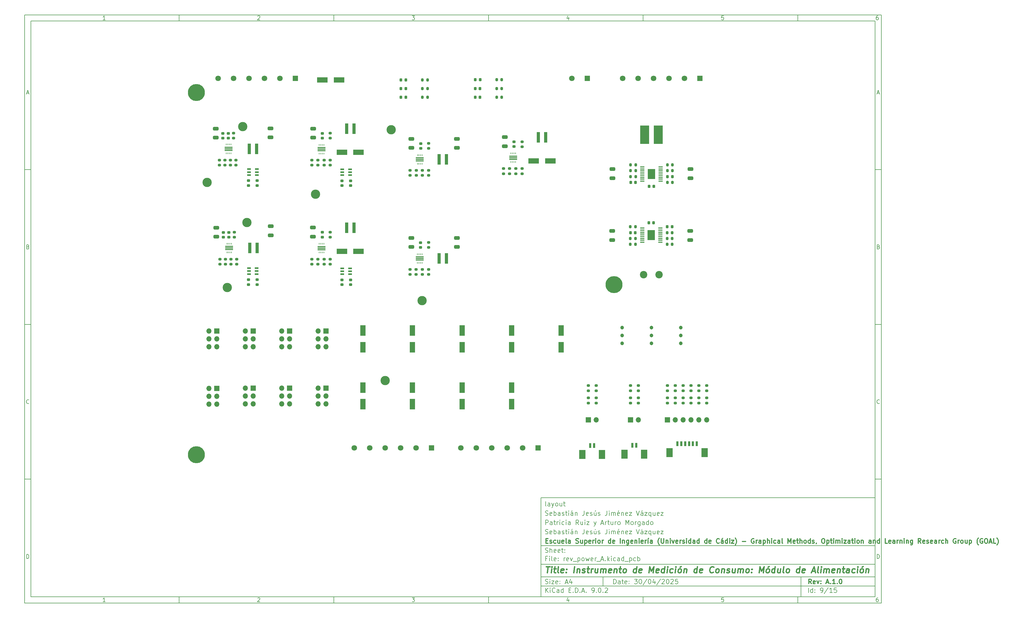
<source format=gbr>
%TF.GenerationSoftware,KiCad,Pcbnew,9.0.2*%
%TF.CreationDate,2025-11-09T23:00:08+01:00*%
%TF.ProjectId,rev_power_A,7265765f-706f-4776-9572-5f412e6b6963,A.1.0*%
%TF.SameCoordinates,Original*%
%TF.FileFunction,Soldermask,Top*%
%TF.FilePolarity,Negative*%
%FSLAX46Y46*%
G04 Gerber Fmt 4.6, Leading zero omitted, Abs format (unit mm)*
G04 Created by KiCad (PCBNEW 9.0.2) date 2025-11-09 23:00:08*
%MOMM*%
%LPD*%
G01*
G04 APERTURE LIST*
G04 Aperture macros list*
%AMRoundRect*
0 Rectangle with rounded corners*
0 $1 Rounding radius*
0 $2 $3 $4 $5 $6 $7 $8 $9 X,Y pos of 4 corners*
0 Add a 4 corners polygon primitive as box body*
4,1,4,$2,$3,$4,$5,$6,$7,$8,$9,$2,$3,0*
0 Add four circle primitives for the rounded corners*
1,1,$1+$1,$2,$3*
1,1,$1+$1,$4,$5*
1,1,$1+$1,$6,$7*
1,1,$1+$1,$8,$9*
0 Add four rect primitives between the rounded corners*
20,1,$1+$1,$2,$3,$4,$5,0*
20,1,$1+$1,$4,$5,$6,$7,0*
20,1,$1+$1,$6,$7,$8,$9,0*
20,1,$1+$1,$8,$9,$2,$3,0*%
G04 Aperture macros list end*
%ADD10C,0.100000*%
%ADD11C,0.150000*%
%ADD12C,0.300000*%
%ADD13C,0.400000*%
%ADD14R,2.850000X6.050000*%
%ADD15RoundRect,0.200000X0.200000X0.275000X-0.200000X0.275000X-0.200000X-0.275000X0.200000X-0.275000X0*%
%ADD16R,1.700000X1.700000*%
%ADD17O,1.700000X1.700000*%
%ADD18R,2.500000X0.350000*%
%ADD19R,0.250000X0.600000*%
%ADD20RoundRect,0.200000X-0.275000X0.200000X-0.275000X-0.200000X0.275000X-0.200000X0.275000X0.200000X0*%
%ADD21C,3.000000*%
%ADD22RoundRect,0.250000X0.650000X-0.325000X0.650000X0.325000X-0.650000X0.325000X-0.650000X-0.325000X0*%
%ADD23RoundRect,0.200000X-0.200000X-0.275000X0.200000X-0.275000X0.200000X0.275000X-0.200000X0.275000X0*%
%ADD24R,0.980000X3.400000*%
%ADD25R,1.250000X0.600000*%
%ADD26R,3.500000X1.800000*%
%ADD27R,1.475000X0.450000*%
%ADD28R,2.410000X3.290000*%
%ADD29R,1.800000X3.500000*%
%ADD30RoundRect,0.200000X0.275000X-0.200000X0.275000X0.200000X-0.275000X0.200000X-0.275000X-0.200000X0*%
%ADD31RoundRect,0.225000X0.250000X-0.225000X0.250000X0.225000X-0.250000X0.225000X-0.250000X-0.225000X0*%
%ADD32RoundRect,0.218750X0.218750X0.256250X-0.218750X0.256250X-0.218750X-0.256250X0.218750X-0.256250X0*%
%ADD33C,2.400000*%
%ADD34RoundRect,0.225000X-0.250000X0.225000X-0.250000X-0.225000X0.250000X-0.225000X0.250000X0.225000X0*%
%ADD35RoundRect,0.225000X0.225000X0.250000X-0.225000X0.250000X-0.225000X-0.250000X0.225000X-0.250000X0*%
%ADD36R,1.800000X1.800000*%
%ADD37C,1.800000*%
%ADD38R,0.800000X1.600000*%
%ADD39R,2.100000X3.000000*%
%ADD40RoundRect,0.225000X-0.225000X-0.250000X0.225000X-0.250000X0.225000X0.250000X-0.225000X0.250000X0*%
%ADD41C,5.500000*%
%ADD42RoundRect,0.218750X-0.218750X-0.256250X0.218750X-0.256250X0.218750X0.256250X-0.218750X0.256250X0*%
%ADD43RoundRect,0.250000X-0.650000X0.325000X-0.650000X-0.325000X0.650000X-0.325000X0.650000X0.325000X0*%
%ADD44C,1.200000*%
G04 APERTURE END LIST*
D10*
D11*
X177002200Y-166007200D02*
X285002200Y-166007200D01*
X285002200Y-198007200D01*
X177002200Y-198007200D01*
X177002200Y-166007200D01*
D10*
D11*
X10000000Y-10000000D02*
X287002200Y-10000000D01*
X287002200Y-200007200D01*
X10000000Y-200007200D01*
X10000000Y-10000000D01*
D10*
D11*
X12000000Y-12000000D02*
X285002200Y-12000000D01*
X285002200Y-198007200D01*
X12000000Y-198007200D01*
X12000000Y-12000000D01*
D10*
D11*
X60000000Y-12000000D02*
X60000000Y-10000000D01*
D10*
D11*
X110000000Y-12000000D02*
X110000000Y-10000000D01*
D10*
D11*
X160000000Y-12000000D02*
X160000000Y-10000000D01*
D10*
D11*
X210000000Y-12000000D02*
X210000000Y-10000000D01*
D10*
D11*
X260000000Y-12000000D02*
X260000000Y-10000000D01*
D10*
D11*
X36089160Y-11593604D02*
X35346303Y-11593604D01*
X35717731Y-11593604D02*
X35717731Y-10293604D01*
X35717731Y-10293604D02*
X35593922Y-10479319D01*
X35593922Y-10479319D02*
X35470112Y-10603128D01*
X35470112Y-10603128D02*
X35346303Y-10665033D01*
D10*
D11*
X85346303Y-10417414D02*
X85408207Y-10355509D01*
X85408207Y-10355509D02*
X85532017Y-10293604D01*
X85532017Y-10293604D02*
X85841541Y-10293604D01*
X85841541Y-10293604D02*
X85965350Y-10355509D01*
X85965350Y-10355509D02*
X86027255Y-10417414D01*
X86027255Y-10417414D02*
X86089160Y-10541223D01*
X86089160Y-10541223D02*
X86089160Y-10665033D01*
X86089160Y-10665033D02*
X86027255Y-10850747D01*
X86027255Y-10850747D02*
X85284398Y-11593604D01*
X85284398Y-11593604D02*
X86089160Y-11593604D01*
D10*
D11*
X135284398Y-10293604D02*
X136089160Y-10293604D01*
X136089160Y-10293604D02*
X135655826Y-10788842D01*
X135655826Y-10788842D02*
X135841541Y-10788842D01*
X135841541Y-10788842D02*
X135965350Y-10850747D01*
X135965350Y-10850747D02*
X136027255Y-10912652D01*
X136027255Y-10912652D02*
X136089160Y-11036461D01*
X136089160Y-11036461D02*
X136089160Y-11345985D01*
X136089160Y-11345985D02*
X136027255Y-11469795D01*
X136027255Y-11469795D02*
X135965350Y-11531700D01*
X135965350Y-11531700D02*
X135841541Y-11593604D01*
X135841541Y-11593604D02*
X135470112Y-11593604D01*
X135470112Y-11593604D02*
X135346303Y-11531700D01*
X135346303Y-11531700D02*
X135284398Y-11469795D01*
D10*
D11*
X185965350Y-10726938D02*
X185965350Y-11593604D01*
X185655826Y-10231700D02*
X185346303Y-11160271D01*
X185346303Y-11160271D02*
X186151064Y-11160271D01*
D10*
D11*
X236027255Y-10293604D02*
X235408207Y-10293604D01*
X235408207Y-10293604D02*
X235346303Y-10912652D01*
X235346303Y-10912652D02*
X235408207Y-10850747D01*
X235408207Y-10850747D02*
X235532017Y-10788842D01*
X235532017Y-10788842D02*
X235841541Y-10788842D01*
X235841541Y-10788842D02*
X235965350Y-10850747D01*
X235965350Y-10850747D02*
X236027255Y-10912652D01*
X236027255Y-10912652D02*
X236089160Y-11036461D01*
X236089160Y-11036461D02*
X236089160Y-11345985D01*
X236089160Y-11345985D02*
X236027255Y-11469795D01*
X236027255Y-11469795D02*
X235965350Y-11531700D01*
X235965350Y-11531700D02*
X235841541Y-11593604D01*
X235841541Y-11593604D02*
X235532017Y-11593604D01*
X235532017Y-11593604D02*
X235408207Y-11531700D01*
X235408207Y-11531700D02*
X235346303Y-11469795D01*
D10*
D11*
X285965350Y-10293604D02*
X285717731Y-10293604D01*
X285717731Y-10293604D02*
X285593922Y-10355509D01*
X285593922Y-10355509D02*
X285532017Y-10417414D01*
X285532017Y-10417414D02*
X285408207Y-10603128D01*
X285408207Y-10603128D02*
X285346303Y-10850747D01*
X285346303Y-10850747D02*
X285346303Y-11345985D01*
X285346303Y-11345985D02*
X285408207Y-11469795D01*
X285408207Y-11469795D02*
X285470112Y-11531700D01*
X285470112Y-11531700D02*
X285593922Y-11593604D01*
X285593922Y-11593604D02*
X285841541Y-11593604D01*
X285841541Y-11593604D02*
X285965350Y-11531700D01*
X285965350Y-11531700D02*
X286027255Y-11469795D01*
X286027255Y-11469795D02*
X286089160Y-11345985D01*
X286089160Y-11345985D02*
X286089160Y-11036461D01*
X286089160Y-11036461D02*
X286027255Y-10912652D01*
X286027255Y-10912652D02*
X285965350Y-10850747D01*
X285965350Y-10850747D02*
X285841541Y-10788842D01*
X285841541Y-10788842D02*
X285593922Y-10788842D01*
X285593922Y-10788842D02*
X285470112Y-10850747D01*
X285470112Y-10850747D02*
X285408207Y-10912652D01*
X285408207Y-10912652D02*
X285346303Y-11036461D01*
D10*
D11*
X60000000Y-198007200D02*
X60000000Y-200007200D01*
D10*
D11*
X110000000Y-198007200D02*
X110000000Y-200007200D01*
D10*
D11*
X160000000Y-198007200D02*
X160000000Y-200007200D01*
D10*
D11*
X210000000Y-198007200D02*
X210000000Y-200007200D01*
D10*
D11*
X260000000Y-198007200D02*
X260000000Y-200007200D01*
D10*
D11*
X36089160Y-199600804D02*
X35346303Y-199600804D01*
X35717731Y-199600804D02*
X35717731Y-198300804D01*
X35717731Y-198300804D02*
X35593922Y-198486519D01*
X35593922Y-198486519D02*
X35470112Y-198610328D01*
X35470112Y-198610328D02*
X35346303Y-198672233D01*
D10*
D11*
X85346303Y-198424614D02*
X85408207Y-198362709D01*
X85408207Y-198362709D02*
X85532017Y-198300804D01*
X85532017Y-198300804D02*
X85841541Y-198300804D01*
X85841541Y-198300804D02*
X85965350Y-198362709D01*
X85965350Y-198362709D02*
X86027255Y-198424614D01*
X86027255Y-198424614D02*
X86089160Y-198548423D01*
X86089160Y-198548423D02*
X86089160Y-198672233D01*
X86089160Y-198672233D02*
X86027255Y-198857947D01*
X86027255Y-198857947D02*
X85284398Y-199600804D01*
X85284398Y-199600804D02*
X86089160Y-199600804D01*
D10*
D11*
X135284398Y-198300804D02*
X136089160Y-198300804D01*
X136089160Y-198300804D02*
X135655826Y-198796042D01*
X135655826Y-198796042D02*
X135841541Y-198796042D01*
X135841541Y-198796042D02*
X135965350Y-198857947D01*
X135965350Y-198857947D02*
X136027255Y-198919852D01*
X136027255Y-198919852D02*
X136089160Y-199043661D01*
X136089160Y-199043661D02*
X136089160Y-199353185D01*
X136089160Y-199353185D02*
X136027255Y-199476995D01*
X136027255Y-199476995D02*
X135965350Y-199538900D01*
X135965350Y-199538900D02*
X135841541Y-199600804D01*
X135841541Y-199600804D02*
X135470112Y-199600804D01*
X135470112Y-199600804D02*
X135346303Y-199538900D01*
X135346303Y-199538900D02*
X135284398Y-199476995D01*
D10*
D11*
X185965350Y-198734138D02*
X185965350Y-199600804D01*
X185655826Y-198238900D02*
X185346303Y-199167471D01*
X185346303Y-199167471D02*
X186151064Y-199167471D01*
D10*
D11*
X236027255Y-198300804D02*
X235408207Y-198300804D01*
X235408207Y-198300804D02*
X235346303Y-198919852D01*
X235346303Y-198919852D02*
X235408207Y-198857947D01*
X235408207Y-198857947D02*
X235532017Y-198796042D01*
X235532017Y-198796042D02*
X235841541Y-198796042D01*
X235841541Y-198796042D02*
X235965350Y-198857947D01*
X235965350Y-198857947D02*
X236027255Y-198919852D01*
X236027255Y-198919852D02*
X236089160Y-199043661D01*
X236089160Y-199043661D02*
X236089160Y-199353185D01*
X236089160Y-199353185D02*
X236027255Y-199476995D01*
X236027255Y-199476995D02*
X235965350Y-199538900D01*
X235965350Y-199538900D02*
X235841541Y-199600804D01*
X235841541Y-199600804D02*
X235532017Y-199600804D01*
X235532017Y-199600804D02*
X235408207Y-199538900D01*
X235408207Y-199538900D02*
X235346303Y-199476995D01*
D10*
D11*
X285965350Y-198300804D02*
X285717731Y-198300804D01*
X285717731Y-198300804D02*
X285593922Y-198362709D01*
X285593922Y-198362709D02*
X285532017Y-198424614D01*
X285532017Y-198424614D02*
X285408207Y-198610328D01*
X285408207Y-198610328D02*
X285346303Y-198857947D01*
X285346303Y-198857947D02*
X285346303Y-199353185D01*
X285346303Y-199353185D02*
X285408207Y-199476995D01*
X285408207Y-199476995D02*
X285470112Y-199538900D01*
X285470112Y-199538900D02*
X285593922Y-199600804D01*
X285593922Y-199600804D02*
X285841541Y-199600804D01*
X285841541Y-199600804D02*
X285965350Y-199538900D01*
X285965350Y-199538900D02*
X286027255Y-199476995D01*
X286027255Y-199476995D02*
X286089160Y-199353185D01*
X286089160Y-199353185D02*
X286089160Y-199043661D01*
X286089160Y-199043661D02*
X286027255Y-198919852D01*
X286027255Y-198919852D02*
X285965350Y-198857947D01*
X285965350Y-198857947D02*
X285841541Y-198796042D01*
X285841541Y-198796042D02*
X285593922Y-198796042D01*
X285593922Y-198796042D02*
X285470112Y-198857947D01*
X285470112Y-198857947D02*
X285408207Y-198919852D01*
X285408207Y-198919852D02*
X285346303Y-199043661D01*
D10*
D11*
X10000000Y-60000000D02*
X12000000Y-60000000D01*
D10*
D11*
X10000000Y-110000000D02*
X12000000Y-110000000D01*
D10*
D11*
X10000000Y-160000000D02*
X12000000Y-160000000D01*
D10*
D11*
X10690476Y-35222176D02*
X11309523Y-35222176D01*
X10566666Y-35593604D02*
X10999999Y-34293604D01*
X10999999Y-34293604D02*
X11433333Y-35593604D01*
D10*
D11*
X11092857Y-84912652D02*
X11278571Y-84974557D01*
X11278571Y-84974557D02*
X11340476Y-85036461D01*
X11340476Y-85036461D02*
X11402380Y-85160271D01*
X11402380Y-85160271D02*
X11402380Y-85345985D01*
X11402380Y-85345985D02*
X11340476Y-85469795D01*
X11340476Y-85469795D02*
X11278571Y-85531700D01*
X11278571Y-85531700D02*
X11154761Y-85593604D01*
X11154761Y-85593604D02*
X10659523Y-85593604D01*
X10659523Y-85593604D02*
X10659523Y-84293604D01*
X10659523Y-84293604D02*
X11092857Y-84293604D01*
X11092857Y-84293604D02*
X11216666Y-84355509D01*
X11216666Y-84355509D02*
X11278571Y-84417414D01*
X11278571Y-84417414D02*
X11340476Y-84541223D01*
X11340476Y-84541223D02*
X11340476Y-84665033D01*
X11340476Y-84665033D02*
X11278571Y-84788842D01*
X11278571Y-84788842D02*
X11216666Y-84850747D01*
X11216666Y-84850747D02*
X11092857Y-84912652D01*
X11092857Y-84912652D02*
X10659523Y-84912652D01*
D10*
D11*
X11402380Y-135469795D02*
X11340476Y-135531700D01*
X11340476Y-135531700D02*
X11154761Y-135593604D01*
X11154761Y-135593604D02*
X11030952Y-135593604D01*
X11030952Y-135593604D02*
X10845238Y-135531700D01*
X10845238Y-135531700D02*
X10721428Y-135407890D01*
X10721428Y-135407890D02*
X10659523Y-135284080D01*
X10659523Y-135284080D02*
X10597619Y-135036461D01*
X10597619Y-135036461D02*
X10597619Y-134850747D01*
X10597619Y-134850747D02*
X10659523Y-134603128D01*
X10659523Y-134603128D02*
X10721428Y-134479319D01*
X10721428Y-134479319D02*
X10845238Y-134355509D01*
X10845238Y-134355509D02*
X11030952Y-134293604D01*
X11030952Y-134293604D02*
X11154761Y-134293604D01*
X11154761Y-134293604D02*
X11340476Y-134355509D01*
X11340476Y-134355509D02*
X11402380Y-134417414D01*
D10*
D11*
X10659523Y-185593604D02*
X10659523Y-184293604D01*
X10659523Y-184293604D02*
X10969047Y-184293604D01*
X10969047Y-184293604D02*
X11154761Y-184355509D01*
X11154761Y-184355509D02*
X11278571Y-184479319D01*
X11278571Y-184479319D02*
X11340476Y-184603128D01*
X11340476Y-184603128D02*
X11402380Y-184850747D01*
X11402380Y-184850747D02*
X11402380Y-185036461D01*
X11402380Y-185036461D02*
X11340476Y-185284080D01*
X11340476Y-185284080D02*
X11278571Y-185407890D01*
X11278571Y-185407890D02*
X11154761Y-185531700D01*
X11154761Y-185531700D02*
X10969047Y-185593604D01*
X10969047Y-185593604D02*
X10659523Y-185593604D01*
D10*
D11*
X287002200Y-60000000D02*
X285002200Y-60000000D01*
D10*
D11*
X287002200Y-110000000D02*
X285002200Y-110000000D01*
D10*
D11*
X287002200Y-160000000D02*
X285002200Y-160000000D01*
D10*
D11*
X285692676Y-35222176D02*
X286311723Y-35222176D01*
X285568866Y-35593604D02*
X286002199Y-34293604D01*
X286002199Y-34293604D02*
X286435533Y-35593604D01*
D10*
D11*
X286095057Y-84912652D02*
X286280771Y-84974557D01*
X286280771Y-84974557D02*
X286342676Y-85036461D01*
X286342676Y-85036461D02*
X286404580Y-85160271D01*
X286404580Y-85160271D02*
X286404580Y-85345985D01*
X286404580Y-85345985D02*
X286342676Y-85469795D01*
X286342676Y-85469795D02*
X286280771Y-85531700D01*
X286280771Y-85531700D02*
X286156961Y-85593604D01*
X286156961Y-85593604D02*
X285661723Y-85593604D01*
X285661723Y-85593604D02*
X285661723Y-84293604D01*
X285661723Y-84293604D02*
X286095057Y-84293604D01*
X286095057Y-84293604D02*
X286218866Y-84355509D01*
X286218866Y-84355509D02*
X286280771Y-84417414D01*
X286280771Y-84417414D02*
X286342676Y-84541223D01*
X286342676Y-84541223D02*
X286342676Y-84665033D01*
X286342676Y-84665033D02*
X286280771Y-84788842D01*
X286280771Y-84788842D02*
X286218866Y-84850747D01*
X286218866Y-84850747D02*
X286095057Y-84912652D01*
X286095057Y-84912652D02*
X285661723Y-84912652D01*
D10*
D11*
X286404580Y-135469795D02*
X286342676Y-135531700D01*
X286342676Y-135531700D02*
X286156961Y-135593604D01*
X286156961Y-135593604D02*
X286033152Y-135593604D01*
X286033152Y-135593604D02*
X285847438Y-135531700D01*
X285847438Y-135531700D02*
X285723628Y-135407890D01*
X285723628Y-135407890D02*
X285661723Y-135284080D01*
X285661723Y-135284080D02*
X285599819Y-135036461D01*
X285599819Y-135036461D02*
X285599819Y-134850747D01*
X285599819Y-134850747D02*
X285661723Y-134603128D01*
X285661723Y-134603128D02*
X285723628Y-134479319D01*
X285723628Y-134479319D02*
X285847438Y-134355509D01*
X285847438Y-134355509D02*
X286033152Y-134293604D01*
X286033152Y-134293604D02*
X286156961Y-134293604D01*
X286156961Y-134293604D02*
X286342676Y-134355509D01*
X286342676Y-134355509D02*
X286404580Y-134417414D01*
D10*
D11*
X285661723Y-185593604D02*
X285661723Y-184293604D01*
X285661723Y-184293604D02*
X285971247Y-184293604D01*
X285971247Y-184293604D02*
X286156961Y-184355509D01*
X286156961Y-184355509D02*
X286280771Y-184479319D01*
X286280771Y-184479319D02*
X286342676Y-184603128D01*
X286342676Y-184603128D02*
X286404580Y-184850747D01*
X286404580Y-184850747D02*
X286404580Y-185036461D01*
X286404580Y-185036461D02*
X286342676Y-185284080D01*
X286342676Y-185284080D02*
X286280771Y-185407890D01*
X286280771Y-185407890D02*
X286156961Y-185531700D01*
X286156961Y-185531700D02*
X285971247Y-185593604D01*
X285971247Y-185593604D02*
X285661723Y-185593604D01*
D10*
D11*
X200458026Y-193793328D02*
X200458026Y-192293328D01*
X200458026Y-192293328D02*
X200815169Y-192293328D01*
X200815169Y-192293328D02*
X201029455Y-192364757D01*
X201029455Y-192364757D02*
X201172312Y-192507614D01*
X201172312Y-192507614D02*
X201243741Y-192650471D01*
X201243741Y-192650471D02*
X201315169Y-192936185D01*
X201315169Y-192936185D02*
X201315169Y-193150471D01*
X201315169Y-193150471D02*
X201243741Y-193436185D01*
X201243741Y-193436185D02*
X201172312Y-193579042D01*
X201172312Y-193579042D02*
X201029455Y-193721900D01*
X201029455Y-193721900D02*
X200815169Y-193793328D01*
X200815169Y-193793328D02*
X200458026Y-193793328D01*
X202600884Y-193793328D02*
X202600884Y-193007614D01*
X202600884Y-193007614D02*
X202529455Y-192864757D01*
X202529455Y-192864757D02*
X202386598Y-192793328D01*
X202386598Y-192793328D02*
X202100884Y-192793328D01*
X202100884Y-192793328D02*
X201958026Y-192864757D01*
X202600884Y-193721900D02*
X202458026Y-193793328D01*
X202458026Y-193793328D02*
X202100884Y-193793328D01*
X202100884Y-193793328D02*
X201958026Y-193721900D01*
X201958026Y-193721900D02*
X201886598Y-193579042D01*
X201886598Y-193579042D02*
X201886598Y-193436185D01*
X201886598Y-193436185D02*
X201958026Y-193293328D01*
X201958026Y-193293328D02*
X202100884Y-193221900D01*
X202100884Y-193221900D02*
X202458026Y-193221900D01*
X202458026Y-193221900D02*
X202600884Y-193150471D01*
X203100884Y-192793328D02*
X203672312Y-192793328D01*
X203315169Y-192293328D02*
X203315169Y-193579042D01*
X203315169Y-193579042D02*
X203386598Y-193721900D01*
X203386598Y-193721900D02*
X203529455Y-193793328D01*
X203529455Y-193793328D02*
X203672312Y-193793328D01*
X204743741Y-193721900D02*
X204600884Y-193793328D01*
X204600884Y-193793328D02*
X204315170Y-193793328D01*
X204315170Y-193793328D02*
X204172312Y-193721900D01*
X204172312Y-193721900D02*
X204100884Y-193579042D01*
X204100884Y-193579042D02*
X204100884Y-193007614D01*
X204100884Y-193007614D02*
X204172312Y-192864757D01*
X204172312Y-192864757D02*
X204315170Y-192793328D01*
X204315170Y-192793328D02*
X204600884Y-192793328D01*
X204600884Y-192793328D02*
X204743741Y-192864757D01*
X204743741Y-192864757D02*
X204815170Y-193007614D01*
X204815170Y-193007614D02*
X204815170Y-193150471D01*
X204815170Y-193150471D02*
X204100884Y-193293328D01*
X205458026Y-193650471D02*
X205529455Y-193721900D01*
X205529455Y-193721900D02*
X205458026Y-193793328D01*
X205458026Y-193793328D02*
X205386598Y-193721900D01*
X205386598Y-193721900D02*
X205458026Y-193650471D01*
X205458026Y-193650471D02*
X205458026Y-193793328D01*
X205458026Y-192864757D02*
X205529455Y-192936185D01*
X205529455Y-192936185D02*
X205458026Y-193007614D01*
X205458026Y-193007614D02*
X205386598Y-192936185D01*
X205386598Y-192936185D02*
X205458026Y-192864757D01*
X205458026Y-192864757D02*
X205458026Y-193007614D01*
X207172312Y-192293328D02*
X208100884Y-192293328D01*
X208100884Y-192293328D02*
X207600884Y-192864757D01*
X207600884Y-192864757D02*
X207815169Y-192864757D01*
X207815169Y-192864757D02*
X207958027Y-192936185D01*
X207958027Y-192936185D02*
X208029455Y-193007614D01*
X208029455Y-193007614D02*
X208100884Y-193150471D01*
X208100884Y-193150471D02*
X208100884Y-193507614D01*
X208100884Y-193507614D02*
X208029455Y-193650471D01*
X208029455Y-193650471D02*
X207958027Y-193721900D01*
X207958027Y-193721900D02*
X207815169Y-193793328D01*
X207815169Y-193793328D02*
X207386598Y-193793328D01*
X207386598Y-193793328D02*
X207243741Y-193721900D01*
X207243741Y-193721900D02*
X207172312Y-193650471D01*
X209029455Y-192293328D02*
X209172312Y-192293328D01*
X209172312Y-192293328D02*
X209315169Y-192364757D01*
X209315169Y-192364757D02*
X209386598Y-192436185D01*
X209386598Y-192436185D02*
X209458026Y-192579042D01*
X209458026Y-192579042D02*
X209529455Y-192864757D01*
X209529455Y-192864757D02*
X209529455Y-193221900D01*
X209529455Y-193221900D02*
X209458026Y-193507614D01*
X209458026Y-193507614D02*
X209386598Y-193650471D01*
X209386598Y-193650471D02*
X209315169Y-193721900D01*
X209315169Y-193721900D02*
X209172312Y-193793328D01*
X209172312Y-193793328D02*
X209029455Y-193793328D01*
X209029455Y-193793328D02*
X208886598Y-193721900D01*
X208886598Y-193721900D02*
X208815169Y-193650471D01*
X208815169Y-193650471D02*
X208743740Y-193507614D01*
X208743740Y-193507614D02*
X208672312Y-193221900D01*
X208672312Y-193221900D02*
X208672312Y-192864757D01*
X208672312Y-192864757D02*
X208743740Y-192579042D01*
X208743740Y-192579042D02*
X208815169Y-192436185D01*
X208815169Y-192436185D02*
X208886598Y-192364757D01*
X208886598Y-192364757D02*
X209029455Y-192293328D01*
X211243740Y-192221900D02*
X209958026Y-194150471D01*
X212029455Y-192293328D02*
X212172312Y-192293328D01*
X212172312Y-192293328D02*
X212315169Y-192364757D01*
X212315169Y-192364757D02*
X212386598Y-192436185D01*
X212386598Y-192436185D02*
X212458026Y-192579042D01*
X212458026Y-192579042D02*
X212529455Y-192864757D01*
X212529455Y-192864757D02*
X212529455Y-193221900D01*
X212529455Y-193221900D02*
X212458026Y-193507614D01*
X212458026Y-193507614D02*
X212386598Y-193650471D01*
X212386598Y-193650471D02*
X212315169Y-193721900D01*
X212315169Y-193721900D02*
X212172312Y-193793328D01*
X212172312Y-193793328D02*
X212029455Y-193793328D01*
X212029455Y-193793328D02*
X211886598Y-193721900D01*
X211886598Y-193721900D02*
X211815169Y-193650471D01*
X211815169Y-193650471D02*
X211743740Y-193507614D01*
X211743740Y-193507614D02*
X211672312Y-193221900D01*
X211672312Y-193221900D02*
X211672312Y-192864757D01*
X211672312Y-192864757D02*
X211743740Y-192579042D01*
X211743740Y-192579042D02*
X211815169Y-192436185D01*
X211815169Y-192436185D02*
X211886598Y-192364757D01*
X211886598Y-192364757D02*
X212029455Y-192293328D01*
X213815169Y-192793328D02*
X213815169Y-193793328D01*
X213458026Y-192221900D02*
X213100883Y-193293328D01*
X213100883Y-193293328D02*
X214029454Y-193293328D01*
X215672311Y-192221900D02*
X214386597Y-194150471D01*
X216100883Y-192436185D02*
X216172311Y-192364757D01*
X216172311Y-192364757D02*
X216315169Y-192293328D01*
X216315169Y-192293328D02*
X216672311Y-192293328D01*
X216672311Y-192293328D02*
X216815169Y-192364757D01*
X216815169Y-192364757D02*
X216886597Y-192436185D01*
X216886597Y-192436185D02*
X216958026Y-192579042D01*
X216958026Y-192579042D02*
X216958026Y-192721900D01*
X216958026Y-192721900D02*
X216886597Y-192936185D01*
X216886597Y-192936185D02*
X216029454Y-193793328D01*
X216029454Y-193793328D02*
X216958026Y-193793328D01*
X217886597Y-192293328D02*
X218029454Y-192293328D01*
X218029454Y-192293328D02*
X218172311Y-192364757D01*
X218172311Y-192364757D02*
X218243740Y-192436185D01*
X218243740Y-192436185D02*
X218315168Y-192579042D01*
X218315168Y-192579042D02*
X218386597Y-192864757D01*
X218386597Y-192864757D02*
X218386597Y-193221900D01*
X218386597Y-193221900D02*
X218315168Y-193507614D01*
X218315168Y-193507614D02*
X218243740Y-193650471D01*
X218243740Y-193650471D02*
X218172311Y-193721900D01*
X218172311Y-193721900D02*
X218029454Y-193793328D01*
X218029454Y-193793328D02*
X217886597Y-193793328D01*
X217886597Y-193793328D02*
X217743740Y-193721900D01*
X217743740Y-193721900D02*
X217672311Y-193650471D01*
X217672311Y-193650471D02*
X217600882Y-193507614D01*
X217600882Y-193507614D02*
X217529454Y-193221900D01*
X217529454Y-193221900D02*
X217529454Y-192864757D01*
X217529454Y-192864757D02*
X217600882Y-192579042D01*
X217600882Y-192579042D02*
X217672311Y-192436185D01*
X217672311Y-192436185D02*
X217743740Y-192364757D01*
X217743740Y-192364757D02*
X217886597Y-192293328D01*
X218958025Y-192436185D02*
X219029453Y-192364757D01*
X219029453Y-192364757D02*
X219172311Y-192293328D01*
X219172311Y-192293328D02*
X219529453Y-192293328D01*
X219529453Y-192293328D02*
X219672311Y-192364757D01*
X219672311Y-192364757D02*
X219743739Y-192436185D01*
X219743739Y-192436185D02*
X219815168Y-192579042D01*
X219815168Y-192579042D02*
X219815168Y-192721900D01*
X219815168Y-192721900D02*
X219743739Y-192936185D01*
X219743739Y-192936185D02*
X218886596Y-193793328D01*
X218886596Y-193793328D02*
X219815168Y-193793328D01*
X221172310Y-192293328D02*
X220458024Y-192293328D01*
X220458024Y-192293328D02*
X220386596Y-193007614D01*
X220386596Y-193007614D02*
X220458024Y-192936185D01*
X220458024Y-192936185D02*
X220600882Y-192864757D01*
X220600882Y-192864757D02*
X220958024Y-192864757D01*
X220958024Y-192864757D02*
X221100882Y-192936185D01*
X221100882Y-192936185D02*
X221172310Y-193007614D01*
X221172310Y-193007614D02*
X221243739Y-193150471D01*
X221243739Y-193150471D02*
X221243739Y-193507614D01*
X221243739Y-193507614D02*
X221172310Y-193650471D01*
X221172310Y-193650471D02*
X221100882Y-193721900D01*
X221100882Y-193721900D02*
X220958024Y-193793328D01*
X220958024Y-193793328D02*
X220600882Y-193793328D01*
X220600882Y-193793328D02*
X220458024Y-193721900D01*
X220458024Y-193721900D02*
X220386596Y-193650471D01*
D10*
D11*
X177002200Y-194507200D02*
X285002200Y-194507200D01*
D10*
D11*
X178458026Y-196593328D02*
X178458026Y-195093328D01*
X179315169Y-196593328D02*
X178672312Y-195736185D01*
X179315169Y-195093328D02*
X178458026Y-195950471D01*
X179958026Y-196593328D02*
X179958026Y-195593328D01*
X179958026Y-195093328D02*
X179886598Y-195164757D01*
X179886598Y-195164757D02*
X179958026Y-195236185D01*
X179958026Y-195236185D02*
X180029455Y-195164757D01*
X180029455Y-195164757D02*
X179958026Y-195093328D01*
X179958026Y-195093328D02*
X179958026Y-195236185D01*
X181529455Y-196450471D02*
X181458027Y-196521900D01*
X181458027Y-196521900D02*
X181243741Y-196593328D01*
X181243741Y-196593328D02*
X181100884Y-196593328D01*
X181100884Y-196593328D02*
X180886598Y-196521900D01*
X180886598Y-196521900D02*
X180743741Y-196379042D01*
X180743741Y-196379042D02*
X180672312Y-196236185D01*
X180672312Y-196236185D02*
X180600884Y-195950471D01*
X180600884Y-195950471D02*
X180600884Y-195736185D01*
X180600884Y-195736185D02*
X180672312Y-195450471D01*
X180672312Y-195450471D02*
X180743741Y-195307614D01*
X180743741Y-195307614D02*
X180886598Y-195164757D01*
X180886598Y-195164757D02*
X181100884Y-195093328D01*
X181100884Y-195093328D02*
X181243741Y-195093328D01*
X181243741Y-195093328D02*
X181458027Y-195164757D01*
X181458027Y-195164757D02*
X181529455Y-195236185D01*
X182815170Y-196593328D02*
X182815170Y-195807614D01*
X182815170Y-195807614D02*
X182743741Y-195664757D01*
X182743741Y-195664757D02*
X182600884Y-195593328D01*
X182600884Y-195593328D02*
X182315170Y-195593328D01*
X182315170Y-195593328D02*
X182172312Y-195664757D01*
X182815170Y-196521900D02*
X182672312Y-196593328D01*
X182672312Y-196593328D02*
X182315170Y-196593328D01*
X182315170Y-196593328D02*
X182172312Y-196521900D01*
X182172312Y-196521900D02*
X182100884Y-196379042D01*
X182100884Y-196379042D02*
X182100884Y-196236185D01*
X182100884Y-196236185D02*
X182172312Y-196093328D01*
X182172312Y-196093328D02*
X182315170Y-196021900D01*
X182315170Y-196021900D02*
X182672312Y-196021900D01*
X182672312Y-196021900D02*
X182815170Y-195950471D01*
X184172313Y-196593328D02*
X184172313Y-195093328D01*
X184172313Y-196521900D02*
X184029455Y-196593328D01*
X184029455Y-196593328D02*
X183743741Y-196593328D01*
X183743741Y-196593328D02*
X183600884Y-196521900D01*
X183600884Y-196521900D02*
X183529455Y-196450471D01*
X183529455Y-196450471D02*
X183458027Y-196307614D01*
X183458027Y-196307614D02*
X183458027Y-195879042D01*
X183458027Y-195879042D02*
X183529455Y-195736185D01*
X183529455Y-195736185D02*
X183600884Y-195664757D01*
X183600884Y-195664757D02*
X183743741Y-195593328D01*
X183743741Y-195593328D02*
X184029455Y-195593328D01*
X184029455Y-195593328D02*
X184172313Y-195664757D01*
X186029455Y-195807614D02*
X186529455Y-195807614D01*
X186743741Y-196593328D02*
X186029455Y-196593328D01*
X186029455Y-196593328D02*
X186029455Y-195093328D01*
X186029455Y-195093328D02*
X186743741Y-195093328D01*
X187386598Y-196450471D02*
X187458027Y-196521900D01*
X187458027Y-196521900D02*
X187386598Y-196593328D01*
X187386598Y-196593328D02*
X187315170Y-196521900D01*
X187315170Y-196521900D02*
X187386598Y-196450471D01*
X187386598Y-196450471D02*
X187386598Y-196593328D01*
X188100884Y-196593328D02*
X188100884Y-195093328D01*
X188100884Y-195093328D02*
X188458027Y-195093328D01*
X188458027Y-195093328D02*
X188672313Y-195164757D01*
X188672313Y-195164757D02*
X188815170Y-195307614D01*
X188815170Y-195307614D02*
X188886599Y-195450471D01*
X188886599Y-195450471D02*
X188958027Y-195736185D01*
X188958027Y-195736185D02*
X188958027Y-195950471D01*
X188958027Y-195950471D02*
X188886599Y-196236185D01*
X188886599Y-196236185D02*
X188815170Y-196379042D01*
X188815170Y-196379042D02*
X188672313Y-196521900D01*
X188672313Y-196521900D02*
X188458027Y-196593328D01*
X188458027Y-196593328D02*
X188100884Y-196593328D01*
X189600884Y-196450471D02*
X189672313Y-196521900D01*
X189672313Y-196521900D02*
X189600884Y-196593328D01*
X189600884Y-196593328D02*
X189529456Y-196521900D01*
X189529456Y-196521900D02*
X189600884Y-196450471D01*
X189600884Y-196450471D02*
X189600884Y-196593328D01*
X190243742Y-196164757D02*
X190958028Y-196164757D01*
X190100885Y-196593328D02*
X190600885Y-195093328D01*
X190600885Y-195093328D02*
X191100885Y-196593328D01*
X191600884Y-196450471D02*
X191672313Y-196521900D01*
X191672313Y-196521900D02*
X191600884Y-196593328D01*
X191600884Y-196593328D02*
X191529456Y-196521900D01*
X191529456Y-196521900D02*
X191600884Y-196450471D01*
X191600884Y-196450471D02*
X191600884Y-196593328D01*
X193529456Y-196593328D02*
X193815170Y-196593328D01*
X193815170Y-196593328D02*
X193958027Y-196521900D01*
X193958027Y-196521900D02*
X194029456Y-196450471D01*
X194029456Y-196450471D02*
X194172313Y-196236185D01*
X194172313Y-196236185D02*
X194243742Y-195950471D01*
X194243742Y-195950471D02*
X194243742Y-195379042D01*
X194243742Y-195379042D02*
X194172313Y-195236185D01*
X194172313Y-195236185D02*
X194100885Y-195164757D01*
X194100885Y-195164757D02*
X193958027Y-195093328D01*
X193958027Y-195093328D02*
X193672313Y-195093328D01*
X193672313Y-195093328D02*
X193529456Y-195164757D01*
X193529456Y-195164757D02*
X193458027Y-195236185D01*
X193458027Y-195236185D02*
X193386599Y-195379042D01*
X193386599Y-195379042D02*
X193386599Y-195736185D01*
X193386599Y-195736185D02*
X193458027Y-195879042D01*
X193458027Y-195879042D02*
X193529456Y-195950471D01*
X193529456Y-195950471D02*
X193672313Y-196021900D01*
X193672313Y-196021900D02*
X193958027Y-196021900D01*
X193958027Y-196021900D02*
X194100885Y-195950471D01*
X194100885Y-195950471D02*
X194172313Y-195879042D01*
X194172313Y-195879042D02*
X194243742Y-195736185D01*
X194886598Y-196450471D02*
X194958027Y-196521900D01*
X194958027Y-196521900D02*
X194886598Y-196593328D01*
X194886598Y-196593328D02*
X194815170Y-196521900D01*
X194815170Y-196521900D02*
X194886598Y-196450471D01*
X194886598Y-196450471D02*
X194886598Y-196593328D01*
X195886599Y-195093328D02*
X196029456Y-195093328D01*
X196029456Y-195093328D02*
X196172313Y-195164757D01*
X196172313Y-195164757D02*
X196243742Y-195236185D01*
X196243742Y-195236185D02*
X196315170Y-195379042D01*
X196315170Y-195379042D02*
X196386599Y-195664757D01*
X196386599Y-195664757D02*
X196386599Y-196021900D01*
X196386599Y-196021900D02*
X196315170Y-196307614D01*
X196315170Y-196307614D02*
X196243742Y-196450471D01*
X196243742Y-196450471D02*
X196172313Y-196521900D01*
X196172313Y-196521900D02*
X196029456Y-196593328D01*
X196029456Y-196593328D02*
X195886599Y-196593328D01*
X195886599Y-196593328D02*
X195743742Y-196521900D01*
X195743742Y-196521900D02*
X195672313Y-196450471D01*
X195672313Y-196450471D02*
X195600884Y-196307614D01*
X195600884Y-196307614D02*
X195529456Y-196021900D01*
X195529456Y-196021900D02*
X195529456Y-195664757D01*
X195529456Y-195664757D02*
X195600884Y-195379042D01*
X195600884Y-195379042D02*
X195672313Y-195236185D01*
X195672313Y-195236185D02*
X195743742Y-195164757D01*
X195743742Y-195164757D02*
X195886599Y-195093328D01*
X197029455Y-196450471D02*
X197100884Y-196521900D01*
X197100884Y-196521900D02*
X197029455Y-196593328D01*
X197029455Y-196593328D02*
X196958027Y-196521900D01*
X196958027Y-196521900D02*
X197029455Y-196450471D01*
X197029455Y-196450471D02*
X197029455Y-196593328D01*
X197672313Y-195236185D02*
X197743741Y-195164757D01*
X197743741Y-195164757D02*
X197886599Y-195093328D01*
X197886599Y-195093328D02*
X198243741Y-195093328D01*
X198243741Y-195093328D02*
X198386599Y-195164757D01*
X198386599Y-195164757D02*
X198458027Y-195236185D01*
X198458027Y-195236185D02*
X198529456Y-195379042D01*
X198529456Y-195379042D02*
X198529456Y-195521900D01*
X198529456Y-195521900D02*
X198458027Y-195736185D01*
X198458027Y-195736185D02*
X197600884Y-196593328D01*
X197600884Y-196593328D02*
X198529456Y-196593328D01*
D10*
D11*
X177002200Y-191507200D02*
X285002200Y-191507200D01*
D10*
D12*
X264413853Y-193785528D02*
X263913853Y-193071242D01*
X263556710Y-193785528D02*
X263556710Y-192285528D01*
X263556710Y-192285528D02*
X264128139Y-192285528D01*
X264128139Y-192285528D02*
X264270996Y-192356957D01*
X264270996Y-192356957D02*
X264342425Y-192428385D01*
X264342425Y-192428385D02*
X264413853Y-192571242D01*
X264413853Y-192571242D02*
X264413853Y-192785528D01*
X264413853Y-192785528D02*
X264342425Y-192928385D01*
X264342425Y-192928385D02*
X264270996Y-192999814D01*
X264270996Y-192999814D02*
X264128139Y-193071242D01*
X264128139Y-193071242D02*
X263556710Y-193071242D01*
X265628139Y-193714100D02*
X265485282Y-193785528D01*
X265485282Y-193785528D02*
X265199568Y-193785528D01*
X265199568Y-193785528D02*
X265056710Y-193714100D01*
X265056710Y-193714100D02*
X264985282Y-193571242D01*
X264985282Y-193571242D02*
X264985282Y-192999814D01*
X264985282Y-192999814D02*
X265056710Y-192856957D01*
X265056710Y-192856957D02*
X265199568Y-192785528D01*
X265199568Y-192785528D02*
X265485282Y-192785528D01*
X265485282Y-192785528D02*
X265628139Y-192856957D01*
X265628139Y-192856957D02*
X265699568Y-192999814D01*
X265699568Y-192999814D02*
X265699568Y-193142671D01*
X265699568Y-193142671D02*
X264985282Y-193285528D01*
X266199567Y-192785528D02*
X266556710Y-193785528D01*
X266556710Y-193785528D02*
X266913853Y-192785528D01*
X267485281Y-193642671D02*
X267556710Y-193714100D01*
X267556710Y-193714100D02*
X267485281Y-193785528D01*
X267485281Y-193785528D02*
X267413853Y-193714100D01*
X267413853Y-193714100D02*
X267485281Y-193642671D01*
X267485281Y-193642671D02*
X267485281Y-193785528D01*
X267485281Y-192856957D02*
X267556710Y-192928385D01*
X267556710Y-192928385D02*
X267485281Y-192999814D01*
X267485281Y-192999814D02*
X267413853Y-192928385D01*
X267413853Y-192928385D02*
X267485281Y-192856957D01*
X267485281Y-192856957D02*
X267485281Y-192999814D01*
X269270996Y-193356957D02*
X269985282Y-193356957D01*
X269128139Y-193785528D02*
X269628139Y-192285528D01*
X269628139Y-192285528D02*
X270128139Y-193785528D01*
X270628138Y-193642671D02*
X270699567Y-193714100D01*
X270699567Y-193714100D02*
X270628138Y-193785528D01*
X270628138Y-193785528D02*
X270556710Y-193714100D01*
X270556710Y-193714100D02*
X270628138Y-193642671D01*
X270628138Y-193642671D02*
X270628138Y-193785528D01*
X272128139Y-193785528D02*
X271270996Y-193785528D01*
X271699567Y-193785528D02*
X271699567Y-192285528D01*
X271699567Y-192285528D02*
X271556710Y-192499814D01*
X271556710Y-192499814D02*
X271413853Y-192642671D01*
X271413853Y-192642671D02*
X271270996Y-192714100D01*
X272770995Y-193642671D02*
X272842424Y-193714100D01*
X272842424Y-193714100D02*
X272770995Y-193785528D01*
X272770995Y-193785528D02*
X272699567Y-193714100D01*
X272699567Y-193714100D02*
X272770995Y-193642671D01*
X272770995Y-193642671D02*
X272770995Y-193785528D01*
X273770996Y-192285528D02*
X273913853Y-192285528D01*
X273913853Y-192285528D02*
X274056710Y-192356957D01*
X274056710Y-192356957D02*
X274128139Y-192428385D01*
X274128139Y-192428385D02*
X274199567Y-192571242D01*
X274199567Y-192571242D02*
X274270996Y-192856957D01*
X274270996Y-192856957D02*
X274270996Y-193214100D01*
X274270996Y-193214100D02*
X274199567Y-193499814D01*
X274199567Y-193499814D02*
X274128139Y-193642671D01*
X274128139Y-193642671D02*
X274056710Y-193714100D01*
X274056710Y-193714100D02*
X273913853Y-193785528D01*
X273913853Y-193785528D02*
X273770996Y-193785528D01*
X273770996Y-193785528D02*
X273628139Y-193714100D01*
X273628139Y-193714100D02*
X273556710Y-193642671D01*
X273556710Y-193642671D02*
X273485281Y-193499814D01*
X273485281Y-193499814D02*
X273413853Y-193214100D01*
X273413853Y-193214100D02*
X273413853Y-192856957D01*
X273413853Y-192856957D02*
X273485281Y-192571242D01*
X273485281Y-192571242D02*
X273556710Y-192428385D01*
X273556710Y-192428385D02*
X273628139Y-192356957D01*
X273628139Y-192356957D02*
X273770996Y-192285528D01*
D10*
D11*
X178386598Y-193721900D02*
X178600884Y-193793328D01*
X178600884Y-193793328D02*
X178958026Y-193793328D01*
X178958026Y-193793328D02*
X179100884Y-193721900D01*
X179100884Y-193721900D02*
X179172312Y-193650471D01*
X179172312Y-193650471D02*
X179243741Y-193507614D01*
X179243741Y-193507614D02*
X179243741Y-193364757D01*
X179243741Y-193364757D02*
X179172312Y-193221900D01*
X179172312Y-193221900D02*
X179100884Y-193150471D01*
X179100884Y-193150471D02*
X178958026Y-193079042D01*
X178958026Y-193079042D02*
X178672312Y-193007614D01*
X178672312Y-193007614D02*
X178529455Y-192936185D01*
X178529455Y-192936185D02*
X178458026Y-192864757D01*
X178458026Y-192864757D02*
X178386598Y-192721900D01*
X178386598Y-192721900D02*
X178386598Y-192579042D01*
X178386598Y-192579042D02*
X178458026Y-192436185D01*
X178458026Y-192436185D02*
X178529455Y-192364757D01*
X178529455Y-192364757D02*
X178672312Y-192293328D01*
X178672312Y-192293328D02*
X179029455Y-192293328D01*
X179029455Y-192293328D02*
X179243741Y-192364757D01*
X179886597Y-193793328D02*
X179886597Y-192793328D01*
X179886597Y-192293328D02*
X179815169Y-192364757D01*
X179815169Y-192364757D02*
X179886597Y-192436185D01*
X179886597Y-192436185D02*
X179958026Y-192364757D01*
X179958026Y-192364757D02*
X179886597Y-192293328D01*
X179886597Y-192293328D02*
X179886597Y-192436185D01*
X180458026Y-192793328D02*
X181243741Y-192793328D01*
X181243741Y-192793328D02*
X180458026Y-193793328D01*
X180458026Y-193793328D02*
X181243741Y-193793328D01*
X182386598Y-193721900D02*
X182243741Y-193793328D01*
X182243741Y-193793328D02*
X181958027Y-193793328D01*
X181958027Y-193793328D02*
X181815169Y-193721900D01*
X181815169Y-193721900D02*
X181743741Y-193579042D01*
X181743741Y-193579042D02*
X181743741Y-193007614D01*
X181743741Y-193007614D02*
X181815169Y-192864757D01*
X181815169Y-192864757D02*
X181958027Y-192793328D01*
X181958027Y-192793328D02*
X182243741Y-192793328D01*
X182243741Y-192793328D02*
X182386598Y-192864757D01*
X182386598Y-192864757D02*
X182458027Y-193007614D01*
X182458027Y-193007614D02*
X182458027Y-193150471D01*
X182458027Y-193150471D02*
X181743741Y-193293328D01*
X183100883Y-193650471D02*
X183172312Y-193721900D01*
X183172312Y-193721900D02*
X183100883Y-193793328D01*
X183100883Y-193793328D02*
X183029455Y-193721900D01*
X183029455Y-193721900D02*
X183100883Y-193650471D01*
X183100883Y-193650471D02*
X183100883Y-193793328D01*
X183100883Y-192864757D02*
X183172312Y-192936185D01*
X183172312Y-192936185D02*
X183100883Y-193007614D01*
X183100883Y-193007614D02*
X183029455Y-192936185D01*
X183029455Y-192936185D02*
X183100883Y-192864757D01*
X183100883Y-192864757D02*
X183100883Y-193007614D01*
X184886598Y-193364757D02*
X185600884Y-193364757D01*
X184743741Y-193793328D02*
X185243741Y-192293328D01*
X185243741Y-192293328D02*
X185743741Y-193793328D01*
X186886598Y-192793328D02*
X186886598Y-193793328D01*
X186529455Y-192221900D02*
X186172312Y-193293328D01*
X186172312Y-193293328D02*
X187100883Y-193293328D01*
D10*
D11*
X263458026Y-196593328D02*
X263458026Y-195093328D01*
X264815170Y-196593328D02*
X264815170Y-195093328D01*
X264815170Y-196521900D02*
X264672312Y-196593328D01*
X264672312Y-196593328D02*
X264386598Y-196593328D01*
X264386598Y-196593328D02*
X264243741Y-196521900D01*
X264243741Y-196521900D02*
X264172312Y-196450471D01*
X264172312Y-196450471D02*
X264100884Y-196307614D01*
X264100884Y-196307614D02*
X264100884Y-195879042D01*
X264100884Y-195879042D02*
X264172312Y-195736185D01*
X264172312Y-195736185D02*
X264243741Y-195664757D01*
X264243741Y-195664757D02*
X264386598Y-195593328D01*
X264386598Y-195593328D02*
X264672312Y-195593328D01*
X264672312Y-195593328D02*
X264815170Y-195664757D01*
X265529455Y-196450471D02*
X265600884Y-196521900D01*
X265600884Y-196521900D02*
X265529455Y-196593328D01*
X265529455Y-196593328D02*
X265458027Y-196521900D01*
X265458027Y-196521900D02*
X265529455Y-196450471D01*
X265529455Y-196450471D02*
X265529455Y-196593328D01*
X265529455Y-195664757D02*
X265600884Y-195736185D01*
X265600884Y-195736185D02*
X265529455Y-195807614D01*
X265529455Y-195807614D02*
X265458027Y-195736185D01*
X265458027Y-195736185D02*
X265529455Y-195664757D01*
X265529455Y-195664757D02*
X265529455Y-195807614D01*
X267458027Y-196593328D02*
X267743741Y-196593328D01*
X267743741Y-196593328D02*
X267886598Y-196521900D01*
X267886598Y-196521900D02*
X267958027Y-196450471D01*
X267958027Y-196450471D02*
X268100884Y-196236185D01*
X268100884Y-196236185D02*
X268172313Y-195950471D01*
X268172313Y-195950471D02*
X268172313Y-195379042D01*
X268172313Y-195379042D02*
X268100884Y-195236185D01*
X268100884Y-195236185D02*
X268029456Y-195164757D01*
X268029456Y-195164757D02*
X267886598Y-195093328D01*
X267886598Y-195093328D02*
X267600884Y-195093328D01*
X267600884Y-195093328D02*
X267458027Y-195164757D01*
X267458027Y-195164757D02*
X267386598Y-195236185D01*
X267386598Y-195236185D02*
X267315170Y-195379042D01*
X267315170Y-195379042D02*
X267315170Y-195736185D01*
X267315170Y-195736185D02*
X267386598Y-195879042D01*
X267386598Y-195879042D02*
X267458027Y-195950471D01*
X267458027Y-195950471D02*
X267600884Y-196021900D01*
X267600884Y-196021900D02*
X267886598Y-196021900D01*
X267886598Y-196021900D02*
X268029456Y-195950471D01*
X268029456Y-195950471D02*
X268100884Y-195879042D01*
X268100884Y-195879042D02*
X268172313Y-195736185D01*
X269886598Y-195021900D02*
X268600884Y-196950471D01*
X271172313Y-196593328D02*
X270315170Y-196593328D01*
X270743741Y-196593328D02*
X270743741Y-195093328D01*
X270743741Y-195093328D02*
X270600884Y-195307614D01*
X270600884Y-195307614D02*
X270458027Y-195450471D01*
X270458027Y-195450471D02*
X270315170Y-195521900D01*
X272529455Y-195093328D02*
X271815169Y-195093328D01*
X271815169Y-195093328D02*
X271743741Y-195807614D01*
X271743741Y-195807614D02*
X271815169Y-195736185D01*
X271815169Y-195736185D02*
X271958027Y-195664757D01*
X271958027Y-195664757D02*
X272315169Y-195664757D01*
X272315169Y-195664757D02*
X272458027Y-195736185D01*
X272458027Y-195736185D02*
X272529455Y-195807614D01*
X272529455Y-195807614D02*
X272600884Y-195950471D01*
X272600884Y-195950471D02*
X272600884Y-196307614D01*
X272600884Y-196307614D02*
X272529455Y-196450471D01*
X272529455Y-196450471D02*
X272458027Y-196521900D01*
X272458027Y-196521900D02*
X272315169Y-196593328D01*
X272315169Y-196593328D02*
X271958027Y-196593328D01*
X271958027Y-196593328D02*
X271815169Y-196521900D01*
X271815169Y-196521900D02*
X271743741Y-196450471D01*
D10*
D11*
X177002200Y-187507200D02*
X285002200Y-187507200D01*
D10*
D13*
X178693928Y-188211638D02*
X179836785Y-188211638D01*
X179015357Y-190211638D02*
X179265357Y-188211638D01*
X180253452Y-190211638D02*
X180420119Y-188878304D01*
X180503452Y-188211638D02*
X180396309Y-188306876D01*
X180396309Y-188306876D02*
X180479643Y-188402114D01*
X180479643Y-188402114D02*
X180586786Y-188306876D01*
X180586786Y-188306876D02*
X180503452Y-188211638D01*
X180503452Y-188211638D02*
X180479643Y-188402114D01*
X181086786Y-188878304D02*
X181848690Y-188878304D01*
X181455833Y-188211638D02*
X181241548Y-189925923D01*
X181241548Y-189925923D02*
X181312976Y-190116400D01*
X181312976Y-190116400D02*
X181491548Y-190211638D01*
X181491548Y-190211638D02*
X181682024Y-190211638D01*
X182634405Y-190211638D02*
X182455833Y-190116400D01*
X182455833Y-190116400D02*
X182384405Y-189925923D01*
X182384405Y-189925923D02*
X182598690Y-188211638D01*
X184170119Y-190116400D02*
X183967738Y-190211638D01*
X183967738Y-190211638D02*
X183586785Y-190211638D01*
X183586785Y-190211638D02*
X183408214Y-190116400D01*
X183408214Y-190116400D02*
X183336785Y-189925923D01*
X183336785Y-189925923D02*
X183432024Y-189164019D01*
X183432024Y-189164019D02*
X183551071Y-188973542D01*
X183551071Y-188973542D02*
X183753452Y-188878304D01*
X183753452Y-188878304D02*
X184134404Y-188878304D01*
X184134404Y-188878304D02*
X184312976Y-188973542D01*
X184312976Y-188973542D02*
X184384404Y-189164019D01*
X184384404Y-189164019D02*
X184360595Y-189354495D01*
X184360595Y-189354495D02*
X183384404Y-189544971D01*
X185134405Y-190021161D02*
X185217738Y-190116400D01*
X185217738Y-190116400D02*
X185110595Y-190211638D01*
X185110595Y-190211638D02*
X185027262Y-190116400D01*
X185027262Y-190116400D02*
X185134405Y-190021161D01*
X185134405Y-190021161D02*
X185110595Y-190211638D01*
X185265357Y-188973542D02*
X185348690Y-189068780D01*
X185348690Y-189068780D02*
X185241548Y-189164019D01*
X185241548Y-189164019D02*
X185158214Y-189068780D01*
X185158214Y-189068780D02*
X185265357Y-188973542D01*
X185265357Y-188973542D02*
X185241548Y-189164019D01*
X187586786Y-190211638D02*
X187836786Y-188211638D01*
X188705834Y-188878304D02*
X188539167Y-190211638D01*
X188682024Y-189068780D02*
X188789167Y-188973542D01*
X188789167Y-188973542D02*
X188991548Y-188878304D01*
X188991548Y-188878304D02*
X189277262Y-188878304D01*
X189277262Y-188878304D02*
X189455834Y-188973542D01*
X189455834Y-188973542D02*
X189527262Y-189164019D01*
X189527262Y-189164019D02*
X189396310Y-190211638D01*
X190265358Y-190116400D02*
X190443929Y-190211638D01*
X190443929Y-190211638D02*
X190824882Y-190211638D01*
X190824882Y-190211638D02*
X191027263Y-190116400D01*
X191027263Y-190116400D02*
X191146310Y-189925923D01*
X191146310Y-189925923D02*
X191158215Y-189830685D01*
X191158215Y-189830685D02*
X191086786Y-189640209D01*
X191086786Y-189640209D02*
X190908215Y-189544971D01*
X190908215Y-189544971D02*
X190622501Y-189544971D01*
X190622501Y-189544971D02*
X190443929Y-189449733D01*
X190443929Y-189449733D02*
X190372501Y-189259257D01*
X190372501Y-189259257D02*
X190384406Y-189164019D01*
X190384406Y-189164019D02*
X190503453Y-188973542D01*
X190503453Y-188973542D02*
X190705834Y-188878304D01*
X190705834Y-188878304D02*
X190991548Y-188878304D01*
X190991548Y-188878304D02*
X191170120Y-188973542D01*
X191848692Y-188878304D02*
X192610596Y-188878304D01*
X192217739Y-188211638D02*
X192003454Y-189925923D01*
X192003454Y-189925923D02*
X192074882Y-190116400D01*
X192074882Y-190116400D02*
X192253454Y-190211638D01*
X192253454Y-190211638D02*
X192443930Y-190211638D01*
X193110596Y-190211638D02*
X193277263Y-188878304D01*
X193229644Y-189259257D02*
X193348691Y-189068780D01*
X193348691Y-189068780D02*
X193455834Y-188973542D01*
X193455834Y-188973542D02*
X193658215Y-188878304D01*
X193658215Y-188878304D02*
X193848691Y-188878304D01*
X195372501Y-188878304D02*
X195205834Y-190211638D01*
X194515358Y-188878304D02*
X194384406Y-189925923D01*
X194384406Y-189925923D02*
X194455834Y-190116400D01*
X194455834Y-190116400D02*
X194634406Y-190211638D01*
X194634406Y-190211638D02*
X194920120Y-190211638D01*
X194920120Y-190211638D02*
X195122501Y-190116400D01*
X195122501Y-190116400D02*
X195229644Y-190021161D01*
X196158215Y-190211638D02*
X196324882Y-188878304D01*
X196301072Y-189068780D02*
X196408215Y-188973542D01*
X196408215Y-188973542D02*
X196610596Y-188878304D01*
X196610596Y-188878304D02*
X196896310Y-188878304D01*
X196896310Y-188878304D02*
X197074882Y-188973542D01*
X197074882Y-188973542D02*
X197146310Y-189164019D01*
X197146310Y-189164019D02*
X197015358Y-190211638D01*
X197146310Y-189164019D02*
X197265358Y-188973542D01*
X197265358Y-188973542D02*
X197467739Y-188878304D01*
X197467739Y-188878304D02*
X197753453Y-188878304D01*
X197753453Y-188878304D02*
X197932025Y-188973542D01*
X197932025Y-188973542D02*
X198003453Y-189164019D01*
X198003453Y-189164019D02*
X197872501Y-190211638D01*
X199598692Y-190116400D02*
X199396311Y-190211638D01*
X199396311Y-190211638D02*
X199015358Y-190211638D01*
X199015358Y-190211638D02*
X198836787Y-190116400D01*
X198836787Y-190116400D02*
X198765358Y-189925923D01*
X198765358Y-189925923D02*
X198860597Y-189164019D01*
X198860597Y-189164019D02*
X198979644Y-188973542D01*
X198979644Y-188973542D02*
X199182025Y-188878304D01*
X199182025Y-188878304D02*
X199562977Y-188878304D01*
X199562977Y-188878304D02*
X199741549Y-188973542D01*
X199741549Y-188973542D02*
X199812977Y-189164019D01*
X199812977Y-189164019D02*
X199789168Y-189354495D01*
X199789168Y-189354495D02*
X198812977Y-189544971D01*
X200705835Y-188878304D02*
X200539168Y-190211638D01*
X200682025Y-189068780D02*
X200789168Y-188973542D01*
X200789168Y-188973542D02*
X200991549Y-188878304D01*
X200991549Y-188878304D02*
X201277263Y-188878304D01*
X201277263Y-188878304D02*
X201455835Y-188973542D01*
X201455835Y-188973542D02*
X201527263Y-189164019D01*
X201527263Y-189164019D02*
X201396311Y-190211638D01*
X202229645Y-188878304D02*
X202991549Y-188878304D01*
X202598692Y-188211638D02*
X202384407Y-189925923D01*
X202384407Y-189925923D02*
X202455835Y-190116400D01*
X202455835Y-190116400D02*
X202634407Y-190211638D01*
X202634407Y-190211638D02*
X202824883Y-190211638D01*
X203777264Y-190211638D02*
X203598692Y-190116400D01*
X203598692Y-190116400D02*
X203515359Y-190021161D01*
X203515359Y-190021161D02*
X203443930Y-189830685D01*
X203443930Y-189830685D02*
X203515359Y-189259257D01*
X203515359Y-189259257D02*
X203634406Y-189068780D01*
X203634406Y-189068780D02*
X203741549Y-188973542D01*
X203741549Y-188973542D02*
X203943930Y-188878304D01*
X203943930Y-188878304D02*
X204229644Y-188878304D01*
X204229644Y-188878304D02*
X204408216Y-188973542D01*
X204408216Y-188973542D02*
X204491549Y-189068780D01*
X204491549Y-189068780D02*
X204562978Y-189259257D01*
X204562978Y-189259257D02*
X204491549Y-189830685D01*
X204491549Y-189830685D02*
X204372502Y-190021161D01*
X204372502Y-190021161D02*
X204265359Y-190116400D01*
X204265359Y-190116400D02*
X204062978Y-190211638D01*
X204062978Y-190211638D02*
X203777264Y-190211638D01*
X207682026Y-190211638D02*
X207932026Y-188211638D01*
X207693931Y-190116400D02*
X207491550Y-190211638D01*
X207491550Y-190211638D02*
X207110598Y-190211638D01*
X207110598Y-190211638D02*
X206932026Y-190116400D01*
X206932026Y-190116400D02*
X206848693Y-190021161D01*
X206848693Y-190021161D02*
X206777264Y-189830685D01*
X206777264Y-189830685D02*
X206848693Y-189259257D01*
X206848693Y-189259257D02*
X206967740Y-189068780D01*
X206967740Y-189068780D02*
X207074883Y-188973542D01*
X207074883Y-188973542D02*
X207277264Y-188878304D01*
X207277264Y-188878304D02*
X207658217Y-188878304D01*
X207658217Y-188878304D02*
X207836788Y-188973542D01*
X209408217Y-190116400D02*
X209205836Y-190211638D01*
X209205836Y-190211638D02*
X208824883Y-190211638D01*
X208824883Y-190211638D02*
X208646312Y-190116400D01*
X208646312Y-190116400D02*
X208574883Y-189925923D01*
X208574883Y-189925923D02*
X208670122Y-189164019D01*
X208670122Y-189164019D02*
X208789169Y-188973542D01*
X208789169Y-188973542D02*
X208991550Y-188878304D01*
X208991550Y-188878304D02*
X209372502Y-188878304D01*
X209372502Y-188878304D02*
X209551074Y-188973542D01*
X209551074Y-188973542D02*
X209622502Y-189164019D01*
X209622502Y-189164019D02*
X209598693Y-189354495D01*
X209598693Y-189354495D02*
X208622502Y-189544971D01*
X211872503Y-190211638D02*
X212122503Y-188211638D01*
X212122503Y-188211638D02*
X212610598Y-189640209D01*
X212610598Y-189640209D02*
X213455837Y-188211638D01*
X213455837Y-188211638D02*
X213205837Y-190211638D01*
X214932027Y-190116400D02*
X214729646Y-190211638D01*
X214729646Y-190211638D02*
X214348693Y-190211638D01*
X214348693Y-190211638D02*
X214170122Y-190116400D01*
X214170122Y-190116400D02*
X214098693Y-189925923D01*
X214098693Y-189925923D02*
X214193932Y-189164019D01*
X214193932Y-189164019D02*
X214312979Y-188973542D01*
X214312979Y-188973542D02*
X214515360Y-188878304D01*
X214515360Y-188878304D02*
X214896312Y-188878304D01*
X214896312Y-188878304D02*
X215074884Y-188973542D01*
X215074884Y-188973542D02*
X215146312Y-189164019D01*
X215146312Y-189164019D02*
X215122503Y-189354495D01*
X215122503Y-189354495D02*
X214146312Y-189544971D01*
X216729646Y-190211638D02*
X216979646Y-188211638D01*
X216741551Y-190116400D02*
X216539170Y-190211638D01*
X216539170Y-190211638D02*
X216158218Y-190211638D01*
X216158218Y-190211638D02*
X215979646Y-190116400D01*
X215979646Y-190116400D02*
X215896313Y-190021161D01*
X215896313Y-190021161D02*
X215824884Y-189830685D01*
X215824884Y-189830685D02*
X215896313Y-189259257D01*
X215896313Y-189259257D02*
X216015360Y-189068780D01*
X216015360Y-189068780D02*
X216122503Y-188973542D01*
X216122503Y-188973542D02*
X216324884Y-188878304D01*
X216324884Y-188878304D02*
X216705837Y-188878304D01*
X216705837Y-188878304D02*
X216884408Y-188973542D01*
X217682027Y-190211638D02*
X217848694Y-188878304D01*
X217932027Y-188211638D02*
X217824884Y-188306876D01*
X217824884Y-188306876D02*
X217908218Y-188402114D01*
X217908218Y-188402114D02*
X218015361Y-188306876D01*
X218015361Y-188306876D02*
X217932027Y-188211638D01*
X217932027Y-188211638D02*
X217908218Y-188402114D01*
X219503456Y-190116400D02*
X219301075Y-190211638D01*
X219301075Y-190211638D02*
X218920123Y-190211638D01*
X218920123Y-190211638D02*
X218741551Y-190116400D01*
X218741551Y-190116400D02*
X218658218Y-190021161D01*
X218658218Y-190021161D02*
X218586789Y-189830685D01*
X218586789Y-189830685D02*
X218658218Y-189259257D01*
X218658218Y-189259257D02*
X218777265Y-189068780D01*
X218777265Y-189068780D02*
X218884408Y-188973542D01*
X218884408Y-188973542D02*
X219086789Y-188878304D01*
X219086789Y-188878304D02*
X219467742Y-188878304D01*
X219467742Y-188878304D02*
X219646313Y-188973542D01*
X220348694Y-190211638D02*
X220515361Y-188878304D01*
X220598694Y-188211638D02*
X220491551Y-188306876D01*
X220491551Y-188306876D02*
X220574885Y-188402114D01*
X220574885Y-188402114D02*
X220682028Y-188306876D01*
X220682028Y-188306876D02*
X220598694Y-188211638D01*
X220598694Y-188211638D02*
X220574885Y-188402114D01*
X221586790Y-190211638D02*
X221408218Y-190116400D01*
X221408218Y-190116400D02*
X221324885Y-190021161D01*
X221324885Y-190021161D02*
X221253456Y-189830685D01*
X221253456Y-189830685D02*
X221324885Y-189259257D01*
X221324885Y-189259257D02*
X221443932Y-189068780D01*
X221443932Y-189068780D02*
X221551075Y-188973542D01*
X221551075Y-188973542D02*
X221753456Y-188878304D01*
X221753456Y-188878304D02*
X222039170Y-188878304D01*
X222039170Y-188878304D02*
X222217742Y-188973542D01*
X222217742Y-188973542D02*
X222301075Y-189068780D01*
X222301075Y-189068780D02*
X222372504Y-189259257D01*
X222372504Y-189259257D02*
X222301075Y-189830685D01*
X222301075Y-189830685D02*
X222182028Y-190021161D01*
X222182028Y-190021161D02*
X222074885Y-190116400D01*
X222074885Y-190116400D02*
X221872504Y-190211638D01*
X221872504Y-190211638D02*
X221586790Y-190211638D01*
X222229647Y-188116400D02*
X221908218Y-188402114D01*
X223277266Y-188878304D02*
X223110599Y-190211638D01*
X223253456Y-189068780D02*
X223360599Y-188973542D01*
X223360599Y-188973542D02*
X223562980Y-188878304D01*
X223562980Y-188878304D02*
X223848694Y-188878304D01*
X223848694Y-188878304D02*
X224027266Y-188973542D01*
X224027266Y-188973542D02*
X224098694Y-189164019D01*
X224098694Y-189164019D02*
X223967742Y-190211638D01*
X227301076Y-190211638D02*
X227551076Y-188211638D01*
X227312981Y-190116400D02*
X227110600Y-190211638D01*
X227110600Y-190211638D02*
X226729648Y-190211638D01*
X226729648Y-190211638D02*
X226551076Y-190116400D01*
X226551076Y-190116400D02*
X226467743Y-190021161D01*
X226467743Y-190021161D02*
X226396314Y-189830685D01*
X226396314Y-189830685D02*
X226467743Y-189259257D01*
X226467743Y-189259257D02*
X226586790Y-189068780D01*
X226586790Y-189068780D02*
X226693933Y-188973542D01*
X226693933Y-188973542D02*
X226896314Y-188878304D01*
X226896314Y-188878304D02*
X227277267Y-188878304D01*
X227277267Y-188878304D02*
X227455838Y-188973542D01*
X229027267Y-190116400D02*
X228824886Y-190211638D01*
X228824886Y-190211638D02*
X228443933Y-190211638D01*
X228443933Y-190211638D02*
X228265362Y-190116400D01*
X228265362Y-190116400D02*
X228193933Y-189925923D01*
X228193933Y-189925923D02*
X228289172Y-189164019D01*
X228289172Y-189164019D02*
X228408219Y-188973542D01*
X228408219Y-188973542D02*
X228610600Y-188878304D01*
X228610600Y-188878304D02*
X228991552Y-188878304D01*
X228991552Y-188878304D02*
X229170124Y-188973542D01*
X229170124Y-188973542D02*
X229241552Y-189164019D01*
X229241552Y-189164019D02*
X229217743Y-189354495D01*
X229217743Y-189354495D02*
X228241552Y-189544971D01*
X232658220Y-190021161D02*
X232551077Y-190116400D01*
X232551077Y-190116400D02*
X232253458Y-190211638D01*
X232253458Y-190211638D02*
X232062982Y-190211638D01*
X232062982Y-190211638D02*
X231789172Y-190116400D01*
X231789172Y-190116400D02*
X231622506Y-189925923D01*
X231622506Y-189925923D02*
X231551077Y-189735447D01*
X231551077Y-189735447D02*
X231503458Y-189354495D01*
X231503458Y-189354495D02*
X231539172Y-189068780D01*
X231539172Y-189068780D02*
X231682029Y-188687828D01*
X231682029Y-188687828D02*
X231801077Y-188497352D01*
X231801077Y-188497352D02*
X232015363Y-188306876D01*
X232015363Y-188306876D02*
X232312982Y-188211638D01*
X232312982Y-188211638D02*
X232503458Y-188211638D01*
X232503458Y-188211638D02*
X232777268Y-188306876D01*
X232777268Y-188306876D02*
X232860601Y-188402114D01*
X233777268Y-190211638D02*
X233598696Y-190116400D01*
X233598696Y-190116400D02*
X233515363Y-190021161D01*
X233515363Y-190021161D02*
X233443934Y-189830685D01*
X233443934Y-189830685D02*
X233515363Y-189259257D01*
X233515363Y-189259257D02*
X233634410Y-189068780D01*
X233634410Y-189068780D02*
X233741553Y-188973542D01*
X233741553Y-188973542D02*
X233943934Y-188878304D01*
X233943934Y-188878304D02*
X234229648Y-188878304D01*
X234229648Y-188878304D02*
X234408220Y-188973542D01*
X234408220Y-188973542D02*
X234491553Y-189068780D01*
X234491553Y-189068780D02*
X234562982Y-189259257D01*
X234562982Y-189259257D02*
X234491553Y-189830685D01*
X234491553Y-189830685D02*
X234372506Y-190021161D01*
X234372506Y-190021161D02*
X234265363Y-190116400D01*
X234265363Y-190116400D02*
X234062982Y-190211638D01*
X234062982Y-190211638D02*
X233777268Y-190211638D01*
X235467744Y-188878304D02*
X235301077Y-190211638D01*
X235443934Y-189068780D02*
X235551077Y-188973542D01*
X235551077Y-188973542D02*
X235753458Y-188878304D01*
X235753458Y-188878304D02*
X236039172Y-188878304D01*
X236039172Y-188878304D02*
X236217744Y-188973542D01*
X236217744Y-188973542D02*
X236289172Y-189164019D01*
X236289172Y-189164019D02*
X236158220Y-190211638D01*
X237027268Y-190116400D02*
X237205839Y-190211638D01*
X237205839Y-190211638D02*
X237586792Y-190211638D01*
X237586792Y-190211638D02*
X237789173Y-190116400D01*
X237789173Y-190116400D02*
X237908220Y-189925923D01*
X237908220Y-189925923D02*
X237920125Y-189830685D01*
X237920125Y-189830685D02*
X237848696Y-189640209D01*
X237848696Y-189640209D02*
X237670125Y-189544971D01*
X237670125Y-189544971D02*
X237384411Y-189544971D01*
X237384411Y-189544971D02*
X237205839Y-189449733D01*
X237205839Y-189449733D02*
X237134411Y-189259257D01*
X237134411Y-189259257D02*
X237146316Y-189164019D01*
X237146316Y-189164019D02*
X237265363Y-188973542D01*
X237265363Y-188973542D02*
X237467744Y-188878304D01*
X237467744Y-188878304D02*
X237753458Y-188878304D01*
X237753458Y-188878304D02*
X237932030Y-188973542D01*
X239753459Y-188878304D02*
X239586792Y-190211638D01*
X238896316Y-188878304D02*
X238765364Y-189925923D01*
X238765364Y-189925923D02*
X238836792Y-190116400D01*
X238836792Y-190116400D02*
X239015364Y-190211638D01*
X239015364Y-190211638D02*
X239301078Y-190211638D01*
X239301078Y-190211638D02*
X239503459Y-190116400D01*
X239503459Y-190116400D02*
X239610602Y-190021161D01*
X240539173Y-190211638D02*
X240705840Y-188878304D01*
X240682030Y-189068780D02*
X240789173Y-188973542D01*
X240789173Y-188973542D02*
X240991554Y-188878304D01*
X240991554Y-188878304D02*
X241277268Y-188878304D01*
X241277268Y-188878304D02*
X241455840Y-188973542D01*
X241455840Y-188973542D02*
X241527268Y-189164019D01*
X241527268Y-189164019D02*
X241396316Y-190211638D01*
X241527268Y-189164019D02*
X241646316Y-188973542D01*
X241646316Y-188973542D02*
X241848697Y-188878304D01*
X241848697Y-188878304D02*
X242134411Y-188878304D01*
X242134411Y-188878304D02*
X242312983Y-188973542D01*
X242312983Y-188973542D02*
X242384411Y-189164019D01*
X242384411Y-189164019D02*
X242253459Y-190211638D01*
X243491555Y-190211638D02*
X243312983Y-190116400D01*
X243312983Y-190116400D02*
X243229650Y-190021161D01*
X243229650Y-190021161D02*
X243158221Y-189830685D01*
X243158221Y-189830685D02*
X243229650Y-189259257D01*
X243229650Y-189259257D02*
X243348697Y-189068780D01*
X243348697Y-189068780D02*
X243455840Y-188973542D01*
X243455840Y-188973542D02*
X243658221Y-188878304D01*
X243658221Y-188878304D02*
X243943935Y-188878304D01*
X243943935Y-188878304D02*
X244122507Y-188973542D01*
X244122507Y-188973542D02*
X244205840Y-189068780D01*
X244205840Y-189068780D02*
X244277269Y-189259257D01*
X244277269Y-189259257D02*
X244205840Y-189830685D01*
X244205840Y-189830685D02*
X244086793Y-190021161D01*
X244086793Y-190021161D02*
X243979650Y-190116400D01*
X243979650Y-190116400D02*
X243777269Y-190211638D01*
X243777269Y-190211638D02*
X243491555Y-190211638D01*
X245039174Y-190021161D02*
X245122507Y-190116400D01*
X245122507Y-190116400D02*
X245015364Y-190211638D01*
X245015364Y-190211638D02*
X244932031Y-190116400D01*
X244932031Y-190116400D02*
X245039174Y-190021161D01*
X245039174Y-190021161D02*
X245015364Y-190211638D01*
X245170126Y-188973542D02*
X245253459Y-189068780D01*
X245253459Y-189068780D02*
X245146317Y-189164019D01*
X245146317Y-189164019D02*
X245062983Y-189068780D01*
X245062983Y-189068780D02*
X245170126Y-188973542D01*
X245170126Y-188973542D02*
X245146317Y-189164019D01*
X247491555Y-190211638D02*
X247741555Y-188211638D01*
X247741555Y-188211638D02*
X248229650Y-189640209D01*
X248229650Y-189640209D02*
X249074889Y-188211638D01*
X249074889Y-188211638D02*
X248824889Y-190211638D01*
X250062984Y-190211638D02*
X249884412Y-190116400D01*
X249884412Y-190116400D02*
X249801079Y-190021161D01*
X249801079Y-190021161D02*
X249729650Y-189830685D01*
X249729650Y-189830685D02*
X249801079Y-189259257D01*
X249801079Y-189259257D02*
X249920126Y-189068780D01*
X249920126Y-189068780D02*
X250027269Y-188973542D01*
X250027269Y-188973542D02*
X250229650Y-188878304D01*
X250229650Y-188878304D02*
X250515364Y-188878304D01*
X250515364Y-188878304D02*
X250693936Y-188973542D01*
X250693936Y-188973542D02*
X250777269Y-189068780D01*
X250777269Y-189068780D02*
X250848698Y-189259257D01*
X250848698Y-189259257D02*
X250777269Y-189830685D01*
X250777269Y-189830685D02*
X250658222Y-190021161D01*
X250658222Y-190021161D02*
X250551079Y-190116400D01*
X250551079Y-190116400D02*
X250348698Y-190211638D01*
X250348698Y-190211638D02*
X250062984Y-190211638D01*
X250705841Y-188116400D02*
X250384412Y-188402114D01*
X252443936Y-190211638D02*
X252693936Y-188211638D01*
X252455841Y-190116400D02*
X252253460Y-190211638D01*
X252253460Y-190211638D02*
X251872508Y-190211638D01*
X251872508Y-190211638D02*
X251693936Y-190116400D01*
X251693936Y-190116400D02*
X251610603Y-190021161D01*
X251610603Y-190021161D02*
X251539174Y-189830685D01*
X251539174Y-189830685D02*
X251610603Y-189259257D01*
X251610603Y-189259257D02*
X251729650Y-189068780D01*
X251729650Y-189068780D02*
X251836793Y-188973542D01*
X251836793Y-188973542D02*
X252039174Y-188878304D01*
X252039174Y-188878304D02*
X252420127Y-188878304D01*
X252420127Y-188878304D02*
X252598698Y-188973542D01*
X254420127Y-188878304D02*
X254253460Y-190211638D01*
X253562984Y-188878304D02*
X253432032Y-189925923D01*
X253432032Y-189925923D02*
X253503460Y-190116400D01*
X253503460Y-190116400D02*
X253682032Y-190211638D01*
X253682032Y-190211638D02*
X253967746Y-190211638D01*
X253967746Y-190211638D02*
X254170127Y-190116400D01*
X254170127Y-190116400D02*
X254277270Y-190021161D01*
X255491556Y-190211638D02*
X255312984Y-190116400D01*
X255312984Y-190116400D02*
X255241556Y-189925923D01*
X255241556Y-189925923D02*
X255455841Y-188211638D01*
X256539175Y-190211638D02*
X256360603Y-190116400D01*
X256360603Y-190116400D02*
X256277270Y-190021161D01*
X256277270Y-190021161D02*
X256205841Y-189830685D01*
X256205841Y-189830685D02*
X256277270Y-189259257D01*
X256277270Y-189259257D02*
X256396317Y-189068780D01*
X256396317Y-189068780D02*
X256503460Y-188973542D01*
X256503460Y-188973542D02*
X256705841Y-188878304D01*
X256705841Y-188878304D02*
X256991555Y-188878304D01*
X256991555Y-188878304D02*
X257170127Y-188973542D01*
X257170127Y-188973542D02*
X257253460Y-189068780D01*
X257253460Y-189068780D02*
X257324889Y-189259257D01*
X257324889Y-189259257D02*
X257253460Y-189830685D01*
X257253460Y-189830685D02*
X257134413Y-190021161D01*
X257134413Y-190021161D02*
X257027270Y-190116400D01*
X257027270Y-190116400D02*
X256824889Y-190211638D01*
X256824889Y-190211638D02*
X256539175Y-190211638D01*
X260443937Y-190211638D02*
X260693937Y-188211638D01*
X260455842Y-190116400D02*
X260253461Y-190211638D01*
X260253461Y-190211638D02*
X259872509Y-190211638D01*
X259872509Y-190211638D02*
X259693937Y-190116400D01*
X259693937Y-190116400D02*
X259610604Y-190021161D01*
X259610604Y-190021161D02*
X259539175Y-189830685D01*
X259539175Y-189830685D02*
X259610604Y-189259257D01*
X259610604Y-189259257D02*
X259729651Y-189068780D01*
X259729651Y-189068780D02*
X259836794Y-188973542D01*
X259836794Y-188973542D02*
X260039175Y-188878304D01*
X260039175Y-188878304D02*
X260420128Y-188878304D01*
X260420128Y-188878304D02*
X260598699Y-188973542D01*
X262170128Y-190116400D02*
X261967747Y-190211638D01*
X261967747Y-190211638D02*
X261586794Y-190211638D01*
X261586794Y-190211638D02*
X261408223Y-190116400D01*
X261408223Y-190116400D02*
X261336794Y-189925923D01*
X261336794Y-189925923D02*
X261432033Y-189164019D01*
X261432033Y-189164019D02*
X261551080Y-188973542D01*
X261551080Y-188973542D02*
X261753461Y-188878304D01*
X261753461Y-188878304D02*
X262134413Y-188878304D01*
X262134413Y-188878304D02*
X262312985Y-188973542D01*
X262312985Y-188973542D02*
X262384413Y-189164019D01*
X262384413Y-189164019D02*
X262360604Y-189354495D01*
X262360604Y-189354495D02*
X261384413Y-189544971D01*
X264610605Y-189640209D02*
X265562986Y-189640209D01*
X264348700Y-190211638D02*
X265265367Y-188211638D01*
X265265367Y-188211638D02*
X265682033Y-190211638D01*
X266634415Y-190211638D02*
X266455843Y-190116400D01*
X266455843Y-190116400D02*
X266384415Y-189925923D01*
X266384415Y-189925923D02*
X266598700Y-188211638D01*
X267396319Y-190211638D02*
X267562986Y-188878304D01*
X267646319Y-188211638D02*
X267539176Y-188306876D01*
X267539176Y-188306876D02*
X267622510Y-188402114D01*
X267622510Y-188402114D02*
X267729653Y-188306876D01*
X267729653Y-188306876D02*
X267646319Y-188211638D01*
X267646319Y-188211638D02*
X267622510Y-188402114D01*
X268348700Y-190211638D02*
X268515367Y-188878304D01*
X268491557Y-189068780D02*
X268598700Y-188973542D01*
X268598700Y-188973542D02*
X268801081Y-188878304D01*
X268801081Y-188878304D02*
X269086795Y-188878304D01*
X269086795Y-188878304D02*
X269265367Y-188973542D01*
X269265367Y-188973542D02*
X269336795Y-189164019D01*
X269336795Y-189164019D02*
X269205843Y-190211638D01*
X269336795Y-189164019D02*
X269455843Y-188973542D01*
X269455843Y-188973542D02*
X269658224Y-188878304D01*
X269658224Y-188878304D02*
X269943938Y-188878304D01*
X269943938Y-188878304D02*
X270122510Y-188973542D01*
X270122510Y-188973542D02*
X270193938Y-189164019D01*
X270193938Y-189164019D02*
X270062986Y-190211638D01*
X271789177Y-190116400D02*
X271586796Y-190211638D01*
X271586796Y-190211638D02*
X271205843Y-190211638D01*
X271205843Y-190211638D02*
X271027272Y-190116400D01*
X271027272Y-190116400D02*
X270955843Y-189925923D01*
X270955843Y-189925923D02*
X271051082Y-189164019D01*
X271051082Y-189164019D02*
X271170129Y-188973542D01*
X271170129Y-188973542D02*
X271372510Y-188878304D01*
X271372510Y-188878304D02*
X271753462Y-188878304D01*
X271753462Y-188878304D02*
X271932034Y-188973542D01*
X271932034Y-188973542D02*
X272003462Y-189164019D01*
X272003462Y-189164019D02*
X271979653Y-189354495D01*
X271979653Y-189354495D02*
X271003462Y-189544971D01*
X272896320Y-188878304D02*
X272729653Y-190211638D01*
X272872510Y-189068780D02*
X272979653Y-188973542D01*
X272979653Y-188973542D02*
X273182034Y-188878304D01*
X273182034Y-188878304D02*
X273467748Y-188878304D01*
X273467748Y-188878304D02*
X273646320Y-188973542D01*
X273646320Y-188973542D02*
X273717748Y-189164019D01*
X273717748Y-189164019D02*
X273586796Y-190211638D01*
X274420130Y-188878304D02*
X275182034Y-188878304D01*
X274789177Y-188211638D02*
X274574892Y-189925923D01*
X274574892Y-189925923D02*
X274646320Y-190116400D01*
X274646320Y-190116400D02*
X274824892Y-190211638D01*
X274824892Y-190211638D02*
X275015368Y-190211638D01*
X276539177Y-190211638D02*
X276670129Y-189164019D01*
X276670129Y-189164019D02*
X276598701Y-188973542D01*
X276598701Y-188973542D02*
X276420129Y-188878304D01*
X276420129Y-188878304D02*
X276039177Y-188878304D01*
X276039177Y-188878304D02*
X275836796Y-188973542D01*
X276551082Y-190116400D02*
X276348701Y-190211638D01*
X276348701Y-190211638D02*
X275872510Y-190211638D01*
X275872510Y-190211638D02*
X275693939Y-190116400D01*
X275693939Y-190116400D02*
X275622510Y-189925923D01*
X275622510Y-189925923D02*
X275646320Y-189735447D01*
X275646320Y-189735447D02*
X275765368Y-189544971D01*
X275765368Y-189544971D02*
X275967749Y-189449733D01*
X275967749Y-189449733D02*
X276443939Y-189449733D01*
X276443939Y-189449733D02*
X276646320Y-189354495D01*
X278360606Y-190116400D02*
X278158225Y-190211638D01*
X278158225Y-190211638D02*
X277777273Y-190211638D01*
X277777273Y-190211638D02*
X277598701Y-190116400D01*
X277598701Y-190116400D02*
X277515368Y-190021161D01*
X277515368Y-190021161D02*
X277443939Y-189830685D01*
X277443939Y-189830685D02*
X277515368Y-189259257D01*
X277515368Y-189259257D02*
X277634415Y-189068780D01*
X277634415Y-189068780D02*
X277741558Y-188973542D01*
X277741558Y-188973542D02*
X277943939Y-188878304D01*
X277943939Y-188878304D02*
X278324892Y-188878304D01*
X278324892Y-188878304D02*
X278503463Y-188973542D01*
X279205844Y-190211638D02*
X279372511Y-188878304D01*
X279455844Y-188211638D02*
X279348701Y-188306876D01*
X279348701Y-188306876D02*
X279432035Y-188402114D01*
X279432035Y-188402114D02*
X279539178Y-188306876D01*
X279539178Y-188306876D02*
X279455844Y-188211638D01*
X279455844Y-188211638D02*
X279432035Y-188402114D01*
X280443940Y-190211638D02*
X280265368Y-190116400D01*
X280265368Y-190116400D02*
X280182035Y-190021161D01*
X280182035Y-190021161D02*
X280110606Y-189830685D01*
X280110606Y-189830685D02*
X280182035Y-189259257D01*
X280182035Y-189259257D02*
X280301082Y-189068780D01*
X280301082Y-189068780D02*
X280408225Y-188973542D01*
X280408225Y-188973542D02*
X280610606Y-188878304D01*
X280610606Y-188878304D02*
X280896320Y-188878304D01*
X280896320Y-188878304D02*
X281074892Y-188973542D01*
X281074892Y-188973542D02*
X281158225Y-189068780D01*
X281158225Y-189068780D02*
X281229654Y-189259257D01*
X281229654Y-189259257D02*
X281158225Y-189830685D01*
X281158225Y-189830685D02*
X281039178Y-190021161D01*
X281039178Y-190021161D02*
X280932035Y-190116400D01*
X280932035Y-190116400D02*
X280729654Y-190211638D01*
X280729654Y-190211638D02*
X280443940Y-190211638D01*
X281086797Y-188116400D02*
X280765368Y-188402114D01*
X282134416Y-188878304D02*
X281967749Y-190211638D01*
X282110606Y-189068780D02*
X282217749Y-188973542D01*
X282217749Y-188973542D02*
X282420130Y-188878304D01*
X282420130Y-188878304D02*
X282705844Y-188878304D01*
X282705844Y-188878304D02*
X282884416Y-188973542D01*
X282884416Y-188973542D02*
X282955844Y-189164019D01*
X282955844Y-189164019D02*
X282824892Y-190211638D01*
D10*
D11*
X178958026Y-185607614D02*
X178458026Y-185607614D01*
X178458026Y-186393328D02*
X178458026Y-184893328D01*
X178458026Y-184893328D02*
X179172312Y-184893328D01*
X179743740Y-186393328D02*
X179743740Y-185393328D01*
X179743740Y-184893328D02*
X179672312Y-184964757D01*
X179672312Y-184964757D02*
X179743740Y-185036185D01*
X179743740Y-185036185D02*
X179815169Y-184964757D01*
X179815169Y-184964757D02*
X179743740Y-184893328D01*
X179743740Y-184893328D02*
X179743740Y-185036185D01*
X180672312Y-186393328D02*
X180529455Y-186321900D01*
X180529455Y-186321900D02*
X180458026Y-186179042D01*
X180458026Y-186179042D02*
X180458026Y-184893328D01*
X181815169Y-186321900D02*
X181672312Y-186393328D01*
X181672312Y-186393328D02*
X181386598Y-186393328D01*
X181386598Y-186393328D02*
X181243740Y-186321900D01*
X181243740Y-186321900D02*
X181172312Y-186179042D01*
X181172312Y-186179042D02*
X181172312Y-185607614D01*
X181172312Y-185607614D02*
X181243740Y-185464757D01*
X181243740Y-185464757D02*
X181386598Y-185393328D01*
X181386598Y-185393328D02*
X181672312Y-185393328D01*
X181672312Y-185393328D02*
X181815169Y-185464757D01*
X181815169Y-185464757D02*
X181886598Y-185607614D01*
X181886598Y-185607614D02*
X181886598Y-185750471D01*
X181886598Y-185750471D02*
X181172312Y-185893328D01*
X182529454Y-186250471D02*
X182600883Y-186321900D01*
X182600883Y-186321900D02*
X182529454Y-186393328D01*
X182529454Y-186393328D02*
X182458026Y-186321900D01*
X182458026Y-186321900D02*
X182529454Y-186250471D01*
X182529454Y-186250471D02*
X182529454Y-186393328D01*
X182529454Y-185464757D02*
X182600883Y-185536185D01*
X182600883Y-185536185D02*
X182529454Y-185607614D01*
X182529454Y-185607614D02*
X182458026Y-185536185D01*
X182458026Y-185536185D02*
X182529454Y-185464757D01*
X182529454Y-185464757D02*
X182529454Y-185607614D01*
X184386597Y-186393328D02*
X184386597Y-185393328D01*
X184386597Y-185679042D02*
X184458026Y-185536185D01*
X184458026Y-185536185D02*
X184529455Y-185464757D01*
X184529455Y-185464757D02*
X184672312Y-185393328D01*
X184672312Y-185393328D02*
X184815169Y-185393328D01*
X185886597Y-186321900D02*
X185743740Y-186393328D01*
X185743740Y-186393328D02*
X185458026Y-186393328D01*
X185458026Y-186393328D02*
X185315168Y-186321900D01*
X185315168Y-186321900D02*
X185243740Y-186179042D01*
X185243740Y-186179042D02*
X185243740Y-185607614D01*
X185243740Y-185607614D02*
X185315168Y-185464757D01*
X185315168Y-185464757D02*
X185458026Y-185393328D01*
X185458026Y-185393328D02*
X185743740Y-185393328D01*
X185743740Y-185393328D02*
X185886597Y-185464757D01*
X185886597Y-185464757D02*
X185958026Y-185607614D01*
X185958026Y-185607614D02*
X185958026Y-185750471D01*
X185958026Y-185750471D02*
X185243740Y-185893328D01*
X186458025Y-185393328D02*
X186815168Y-186393328D01*
X186815168Y-186393328D02*
X187172311Y-185393328D01*
X187386597Y-186536185D02*
X188529454Y-186536185D01*
X188886596Y-185393328D02*
X188886596Y-186893328D01*
X188886596Y-185464757D02*
X189029454Y-185393328D01*
X189029454Y-185393328D02*
X189315168Y-185393328D01*
X189315168Y-185393328D02*
X189458025Y-185464757D01*
X189458025Y-185464757D02*
X189529454Y-185536185D01*
X189529454Y-185536185D02*
X189600882Y-185679042D01*
X189600882Y-185679042D02*
X189600882Y-186107614D01*
X189600882Y-186107614D02*
X189529454Y-186250471D01*
X189529454Y-186250471D02*
X189458025Y-186321900D01*
X189458025Y-186321900D02*
X189315168Y-186393328D01*
X189315168Y-186393328D02*
X189029454Y-186393328D01*
X189029454Y-186393328D02*
X188886596Y-186321900D01*
X190458025Y-186393328D02*
X190315168Y-186321900D01*
X190315168Y-186321900D02*
X190243739Y-186250471D01*
X190243739Y-186250471D02*
X190172311Y-186107614D01*
X190172311Y-186107614D02*
X190172311Y-185679042D01*
X190172311Y-185679042D02*
X190243739Y-185536185D01*
X190243739Y-185536185D02*
X190315168Y-185464757D01*
X190315168Y-185464757D02*
X190458025Y-185393328D01*
X190458025Y-185393328D02*
X190672311Y-185393328D01*
X190672311Y-185393328D02*
X190815168Y-185464757D01*
X190815168Y-185464757D02*
X190886597Y-185536185D01*
X190886597Y-185536185D02*
X190958025Y-185679042D01*
X190958025Y-185679042D02*
X190958025Y-186107614D01*
X190958025Y-186107614D02*
X190886597Y-186250471D01*
X190886597Y-186250471D02*
X190815168Y-186321900D01*
X190815168Y-186321900D02*
X190672311Y-186393328D01*
X190672311Y-186393328D02*
X190458025Y-186393328D01*
X191458025Y-185393328D02*
X191743740Y-186393328D01*
X191743740Y-186393328D02*
X192029454Y-185679042D01*
X192029454Y-185679042D02*
X192315168Y-186393328D01*
X192315168Y-186393328D02*
X192600882Y-185393328D01*
X193743740Y-186321900D02*
X193600883Y-186393328D01*
X193600883Y-186393328D02*
X193315169Y-186393328D01*
X193315169Y-186393328D02*
X193172311Y-186321900D01*
X193172311Y-186321900D02*
X193100883Y-186179042D01*
X193100883Y-186179042D02*
X193100883Y-185607614D01*
X193100883Y-185607614D02*
X193172311Y-185464757D01*
X193172311Y-185464757D02*
X193315169Y-185393328D01*
X193315169Y-185393328D02*
X193600883Y-185393328D01*
X193600883Y-185393328D02*
X193743740Y-185464757D01*
X193743740Y-185464757D02*
X193815169Y-185607614D01*
X193815169Y-185607614D02*
X193815169Y-185750471D01*
X193815169Y-185750471D02*
X193100883Y-185893328D01*
X194458025Y-186393328D02*
X194458025Y-185393328D01*
X194458025Y-185679042D02*
X194529454Y-185536185D01*
X194529454Y-185536185D02*
X194600883Y-185464757D01*
X194600883Y-185464757D02*
X194743740Y-185393328D01*
X194743740Y-185393328D02*
X194886597Y-185393328D01*
X195029454Y-186536185D02*
X196172311Y-186536185D01*
X196458025Y-185964757D02*
X197172311Y-185964757D01*
X196315168Y-186393328D02*
X196815168Y-184893328D01*
X196815168Y-184893328D02*
X197315168Y-186393328D01*
X197815167Y-186250471D02*
X197886596Y-186321900D01*
X197886596Y-186321900D02*
X197815167Y-186393328D01*
X197815167Y-186393328D02*
X197743739Y-186321900D01*
X197743739Y-186321900D02*
X197815167Y-186250471D01*
X197815167Y-186250471D02*
X197815167Y-186393328D01*
X198529453Y-186393328D02*
X198529453Y-184893328D01*
X198672311Y-185821900D02*
X199100882Y-186393328D01*
X199100882Y-185393328D02*
X198529453Y-185964757D01*
X199743739Y-186393328D02*
X199743739Y-185393328D01*
X199743739Y-184893328D02*
X199672311Y-184964757D01*
X199672311Y-184964757D02*
X199743739Y-185036185D01*
X199743739Y-185036185D02*
X199815168Y-184964757D01*
X199815168Y-184964757D02*
X199743739Y-184893328D01*
X199743739Y-184893328D02*
X199743739Y-185036185D01*
X201100883Y-186321900D02*
X200958025Y-186393328D01*
X200958025Y-186393328D02*
X200672311Y-186393328D01*
X200672311Y-186393328D02*
X200529454Y-186321900D01*
X200529454Y-186321900D02*
X200458025Y-186250471D01*
X200458025Y-186250471D02*
X200386597Y-186107614D01*
X200386597Y-186107614D02*
X200386597Y-185679042D01*
X200386597Y-185679042D02*
X200458025Y-185536185D01*
X200458025Y-185536185D02*
X200529454Y-185464757D01*
X200529454Y-185464757D02*
X200672311Y-185393328D01*
X200672311Y-185393328D02*
X200958025Y-185393328D01*
X200958025Y-185393328D02*
X201100883Y-185464757D01*
X202386597Y-186393328D02*
X202386597Y-185607614D01*
X202386597Y-185607614D02*
X202315168Y-185464757D01*
X202315168Y-185464757D02*
X202172311Y-185393328D01*
X202172311Y-185393328D02*
X201886597Y-185393328D01*
X201886597Y-185393328D02*
X201743739Y-185464757D01*
X202386597Y-186321900D02*
X202243739Y-186393328D01*
X202243739Y-186393328D02*
X201886597Y-186393328D01*
X201886597Y-186393328D02*
X201743739Y-186321900D01*
X201743739Y-186321900D02*
X201672311Y-186179042D01*
X201672311Y-186179042D02*
X201672311Y-186036185D01*
X201672311Y-186036185D02*
X201743739Y-185893328D01*
X201743739Y-185893328D02*
X201886597Y-185821900D01*
X201886597Y-185821900D02*
X202243739Y-185821900D01*
X202243739Y-185821900D02*
X202386597Y-185750471D01*
X203743740Y-186393328D02*
X203743740Y-184893328D01*
X203743740Y-186321900D02*
X203600882Y-186393328D01*
X203600882Y-186393328D02*
X203315168Y-186393328D01*
X203315168Y-186393328D02*
X203172311Y-186321900D01*
X203172311Y-186321900D02*
X203100882Y-186250471D01*
X203100882Y-186250471D02*
X203029454Y-186107614D01*
X203029454Y-186107614D02*
X203029454Y-185679042D01*
X203029454Y-185679042D02*
X203100882Y-185536185D01*
X203100882Y-185536185D02*
X203172311Y-185464757D01*
X203172311Y-185464757D02*
X203315168Y-185393328D01*
X203315168Y-185393328D02*
X203600882Y-185393328D01*
X203600882Y-185393328D02*
X203743740Y-185464757D01*
X204100883Y-186536185D02*
X205243740Y-186536185D01*
X205600882Y-185393328D02*
X205600882Y-186893328D01*
X205600882Y-185464757D02*
X205743740Y-185393328D01*
X205743740Y-185393328D02*
X206029454Y-185393328D01*
X206029454Y-185393328D02*
X206172311Y-185464757D01*
X206172311Y-185464757D02*
X206243740Y-185536185D01*
X206243740Y-185536185D02*
X206315168Y-185679042D01*
X206315168Y-185679042D02*
X206315168Y-186107614D01*
X206315168Y-186107614D02*
X206243740Y-186250471D01*
X206243740Y-186250471D02*
X206172311Y-186321900D01*
X206172311Y-186321900D02*
X206029454Y-186393328D01*
X206029454Y-186393328D02*
X205743740Y-186393328D01*
X205743740Y-186393328D02*
X205600882Y-186321900D01*
X207600883Y-186321900D02*
X207458025Y-186393328D01*
X207458025Y-186393328D02*
X207172311Y-186393328D01*
X207172311Y-186393328D02*
X207029454Y-186321900D01*
X207029454Y-186321900D02*
X206958025Y-186250471D01*
X206958025Y-186250471D02*
X206886597Y-186107614D01*
X206886597Y-186107614D02*
X206886597Y-185679042D01*
X206886597Y-185679042D02*
X206958025Y-185536185D01*
X206958025Y-185536185D02*
X207029454Y-185464757D01*
X207029454Y-185464757D02*
X207172311Y-185393328D01*
X207172311Y-185393328D02*
X207458025Y-185393328D01*
X207458025Y-185393328D02*
X207600883Y-185464757D01*
X208243739Y-186393328D02*
X208243739Y-184893328D01*
X208243739Y-185464757D02*
X208386597Y-185393328D01*
X208386597Y-185393328D02*
X208672311Y-185393328D01*
X208672311Y-185393328D02*
X208815168Y-185464757D01*
X208815168Y-185464757D02*
X208886597Y-185536185D01*
X208886597Y-185536185D02*
X208958025Y-185679042D01*
X208958025Y-185679042D02*
X208958025Y-186107614D01*
X208958025Y-186107614D02*
X208886597Y-186250471D01*
X208886597Y-186250471D02*
X208815168Y-186321900D01*
X208815168Y-186321900D02*
X208672311Y-186393328D01*
X208672311Y-186393328D02*
X208386597Y-186393328D01*
X208386597Y-186393328D02*
X208243739Y-186321900D01*
D10*
D11*
X177002200Y-181507200D02*
X285002200Y-181507200D01*
D10*
D11*
X178386598Y-183621900D02*
X178600884Y-183693328D01*
X178600884Y-183693328D02*
X178958026Y-183693328D01*
X178958026Y-183693328D02*
X179100884Y-183621900D01*
X179100884Y-183621900D02*
X179172312Y-183550471D01*
X179172312Y-183550471D02*
X179243741Y-183407614D01*
X179243741Y-183407614D02*
X179243741Y-183264757D01*
X179243741Y-183264757D02*
X179172312Y-183121900D01*
X179172312Y-183121900D02*
X179100884Y-183050471D01*
X179100884Y-183050471D02*
X178958026Y-182979042D01*
X178958026Y-182979042D02*
X178672312Y-182907614D01*
X178672312Y-182907614D02*
X178529455Y-182836185D01*
X178529455Y-182836185D02*
X178458026Y-182764757D01*
X178458026Y-182764757D02*
X178386598Y-182621900D01*
X178386598Y-182621900D02*
X178386598Y-182479042D01*
X178386598Y-182479042D02*
X178458026Y-182336185D01*
X178458026Y-182336185D02*
X178529455Y-182264757D01*
X178529455Y-182264757D02*
X178672312Y-182193328D01*
X178672312Y-182193328D02*
X179029455Y-182193328D01*
X179029455Y-182193328D02*
X179243741Y-182264757D01*
X179886597Y-183693328D02*
X179886597Y-182193328D01*
X180529455Y-183693328D02*
X180529455Y-182907614D01*
X180529455Y-182907614D02*
X180458026Y-182764757D01*
X180458026Y-182764757D02*
X180315169Y-182693328D01*
X180315169Y-182693328D02*
X180100883Y-182693328D01*
X180100883Y-182693328D02*
X179958026Y-182764757D01*
X179958026Y-182764757D02*
X179886597Y-182836185D01*
X181815169Y-183621900D02*
X181672312Y-183693328D01*
X181672312Y-183693328D02*
X181386598Y-183693328D01*
X181386598Y-183693328D02*
X181243740Y-183621900D01*
X181243740Y-183621900D02*
X181172312Y-183479042D01*
X181172312Y-183479042D02*
X181172312Y-182907614D01*
X181172312Y-182907614D02*
X181243740Y-182764757D01*
X181243740Y-182764757D02*
X181386598Y-182693328D01*
X181386598Y-182693328D02*
X181672312Y-182693328D01*
X181672312Y-182693328D02*
X181815169Y-182764757D01*
X181815169Y-182764757D02*
X181886598Y-182907614D01*
X181886598Y-182907614D02*
X181886598Y-183050471D01*
X181886598Y-183050471D02*
X181172312Y-183193328D01*
X183100883Y-183621900D02*
X182958026Y-183693328D01*
X182958026Y-183693328D02*
X182672312Y-183693328D01*
X182672312Y-183693328D02*
X182529454Y-183621900D01*
X182529454Y-183621900D02*
X182458026Y-183479042D01*
X182458026Y-183479042D02*
X182458026Y-182907614D01*
X182458026Y-182907614D02*
X182529454Y-182764757D01*
X182529454Y-182764757D02*
X182672312Y-182693328D01*
X182672312Y-182693328D02*
X182958026Y-182693328D01*
X182958026Y-182693328D02*
X183100883Y-182764757D01*
X183100883Y-182764757D02*
X183172312Y-182907614D01*
X183172312Y-182907614D02*
X183172312Y-183050471D01*
X183172312Y-183050471D02*
X182458026Y-183193328D01*
X183600883Y-182693328D02*
X184172311Y-182693328D01*
X183815168Y-182193328D02*
X183815168Y-183479042D01*
X183815168Y-183479042D02*
X183886597Y-183621900D01*
X183886597Y-183621900D02*
X184029454Y-183693328D01*
X184029454Y-183693328D02*
X184172311Y-183693328D01*
X184672311Y-183550471D02*
X184743740Y-183621900D01*
X184743740Y-183621900D02*
X184672311Y-183693328D01*
X184672311Y-183693328D02*
X184600883Y-183621900D01*
X184600883Y-183621900D02*
X184672311Y-183550471D01*
X184672311Y-183550471D02*
X184672311Y-183693328D01*
X184672311Y-182764757D02*
X184743740Y-182836185D01*
X184743740Y-182836185D02*
X184672311Y-182907614D01*
X184672311Y-182907614D02*
X184600883Y-182836185D01*
X184600883Y-182836185D02*
X184672311Y-182764757D01*
X184672311Y-182764757D02*
X184672311Y-182907614D01*
D10*
D12*
X178556710Y-179899814D02*
X179056710Y-179899814D01*
X179270996Y-180685528D02*
X178556710Y-180685528D01*
X178556710Y-180685528D02*
X178556710Y-179185528D01*
X178556710Y-179185528D02*
X179270996Y-179185528D01*
X179842425Y-180614100D02*
X179985282Y-180685528D01*
X179985282Y-180685528D02*
X180270996Y-180685528D01*
X180270996Y-180685528D02*
X180413853Y-180614100D01*
X180413853Y-180614100D02*
X180485282Y-180471242D01*
X180485282Y-180471242D02*
X180485282Y-180399814D01*
X180485282Y-180399814D02*
X180413853Y-180256957D01*
X180413853Y-180256957D02*
X180270996Y-180185528D01*
X180270996Y-180185528D02*
X180056711Y-180185528D01*
X180056711Y-180185528D02*
X179913853Y-180114100D01*
X179913853Y-180114100D02*
X179842425Y-179971242D01*
X179842425Y-179971242D02*
X179842425Y-179899814D01*
X179842425Y-179899814D02*
X179913853Y-179756957D01*
X179913853Y-179756957D02*
X180056711Y-179685528D01*
X180056711Y-179685528D02*
X180270996Y-179685528D01*
X180270996Y-179685528D02*
X180413853Y-179756957D01*
X181770997Y-180614100D02*
X181628139Y-180685528D01*
X181628139Y-180685528D02*
X181342425Y-180685528D01*
X181342425Y-180685528D02*
X181199568Y-180614100D01*
X181199568Y-180614100D02*
X181128139Y-180542671D01*
X181128139Y-180542671D02*
X181056711Y-180399814D01*
X181056711Y-180399814D02*
X181056711Y-179971242D01*
X181056711Y-179971242D02*
X181128139Y-179828385D01*
X181128139Y-179828385D02*
X181199568Y-179756957D01*
X181199568Y-179756957D02*
X181342425Y-179685528D01*
X181342425Y-179685528D02*
X181628139Y-179685528D01*
X181628139Y-179685528D02*
X181770997Y-179756957D01*
X183056711Y-179685528D02*
X183056711Y-180685528D01*
X182413853Y-179685528D02*
X182413853Y-180471242D01*
X182413853Y-180471242D02*
X182485282Y-180614100D01*
X182485282Y-180614100D02*
X182628139Y-180685528D01*
X182628139Y-180685528D02*
X182842425Y-180685528D01*
X182842425Y-180685528D02*
X182985282Y-180614100D01*
X182985282Y-180614100D02*
X183056711Y-180542671D01*
X184342425Y-180614100D02*
X184199568Y-180685528D01*
X184199568Y-180685528D02*
X183913854Y-180685528D01*
X183913854Y-180685528D02*
X183770996Y-180614100D01*
X183770996Y-180614100D02*
X183699568Y-180471242D01*
X183699568Y-180471242D02*
X183699568Y-179899814D01*
X183699568Y-179899814D02*
X183770996Y-179756957D01*
X183770996Y-179756957D02*
X183913854Y-179685528D01*
X183913854Y-179685528D02*
X184199568Y-179685528D01*
X184199568Y-179685528D02*
X184342425Y-179756957D01*
X184342425Y-179756957D02*
X184413854Y-179899814D01*
X184413854Y-179899814D02*
X184413854Y-180042671D01*
X184413854Y-180042671D02*
X183699568Y-180185528D01*
X185270996Y-180685528D02*
X185128139Y-180614100D01*
X185128139Y-180614100D02*
X185056710Y-180471242D01*
X185056710Y-180471242D02*
X185056710Y-179185528D01*
X186485282Y-180685528D02*
X186485282Y-179899814D01*
X186485282Y-179899814D02*
X186413853Y-179756957D01*
X186413853Y-179756957D02*
X186270996Y-179685528D01*
X186270996Y-179685528D02*
X185985282Y-179685528D01*
X185985282Y-179685528D02*
X185842424Y-179756957D01*
X186485282Y-180614100D02*
X186342424Y-180685528D01*
X186342424Y-180685528D02*
X185985282Y-180685528D01*
X185985282Y-180685528D02*
X185842424Y-180614100D01*
X185842424Y-180614100D02*
X185770996Y-180471242D01*
X185770996Y-180471242D02*
X185770996Y-180328385D01*
X185770996Y-180328385D02*
X185842424Y-180185528D01*
X185842424Y-180185528D02*
X185985282Y-180114100D01*
X185985282Y-180114100D02*
X186342424Y-180114100D01*
X186342424Y-180114100D02*
X186485282Y-180042671D01*
X188270996Y-180614100D02*
X188485282Y-180685528D01*
X188485282Y-180685528D02*
X188842424Y-180685528D01*
X188842424Y-180685528D02*
X188985282Y-180614100D01*
X188985282Y-180614100D02*
X189056710Y-180542671D01*
X189056710Y-180542671D02*
X189128139Y-180399814D01*
X189128139Y-180399814D02*
X189128139Y-180256957D01*
X189128139Y-180256957D02*
X189056710Y-180114100D01*
X189056710Y-180114100D02*
X188985282Y-180042671D01*
X188985282Y-180042671D02*
X188842424Y-179971242D01*
X188842424Y-179971242D02*
X188556710Y-179899814D01*
X188556710Y-179899814D02*
X188413853Y-179828385D01*
X188413853Y-179828385D02*
X188342424Y-179756957D01*
X188342424Y-179756957D02*
X188270996Y-179614100D01*
X188270996Y-179614100D02*
X188270996Y-179471242D01*
X188270996Y-179471242D02*
X188342424Y-179328385D01*
X188342424Y-179328385D02*
X188413853Y-179256957D01*
X188413853Y-179256957D02*
X188556710Y-179185528D01*
X188556710Y-179185528D02*
X188913853Y-179185528D01*
X188913853Y-179185528D02*
X189128139Y-179256957D01*
X190413853Y-179685528D02*
X190413853Y-180685528D01*
X189770995Y-179685528D02*
X189770995Y-180471242D01*
X189770995Y-180471242D02*
X189842424Y-180614100D01*
X189842424Y-180614100D02*
X189985281Y-180685528D01*
X189985281Y-180685528D02*
X190199567Y-180685528D01*
X190199567Y-180685528D02*
X190342424Y-180614100D01*
X190342424Y-180614100D02*
X190413853Y-180542671D01*
X191128138Y-179685528D02*
X191128138Y-181185528D01*
X191128138Y-179756957D02*
X191270996Y-179685528D01*
X191270996Y-179685528D02*
X191556710Y-179685528D01*
X191556710Y-179685528D02*
X191699567Y-179756957D01*
X191699567Y-179756957D02*
X191770996Y-179828385D01*
X191770996Y-179828385D02*
X191842424Y-179971242D01*
X191842424Y-179971242D02*
X191842424Y-180399814D01*
X191842424Y-180399814D02*
X191770996Y-180542671D01*
X191770996Y-180542671D02*
X191699567Y-180614100D01*
X191699567Y-180614100D02*
X191556710Y-180685528D01*
X191556710Y-180685528D02*
X191270996Y-180685528D01*
X191270996Y-180685528D02*
X191128138Y-180614100D01*
X193056710Y-180614100D02*
X192913853Y-180685528D01*
X192913853Y-180685528D02*
X192628139Y-180685528D01*
X192628139Y-180685528D02*
X192485281Y-180614100D01*
X192485281Y-180614100D02*
X192413853Y-180471242D01*
X192413853Y-180471242D02*
X192413853Y-179899814D01*
X192413853Y-179899814D02*
X192485281Y-179756957D01*
X192485281Y-179756957D02*
X192628139Y-179685528D01*
X192628139Y-179685528D02*
X192913853Y-179685528D01*
X192913853Y-179685528D02*
X193056710Y-179756957D01*
X193056710Y-179756957D02*
X193128139Y-179899814D01*
X193128139Y-179899814D02*
X193128139Y-180042671D01*
X193128139Y-180042671D02*
X192413853Y-180185528D01*
X193770995Y-180685528D02*
X193770995Y-179685528D01*
X193770995Y-179971242D02*
X193842424Y-179828385D01*
X193842424Y-179828385D02*
X193913853Y-179756957D01*
X193913853Y-179756957D02*
X194056710Y-179685528D01*
X194056710Y-179685528D02*
X194199567Y-179685528D01*
X194699566Y-180685528D02*
X194699566Y-179685528D01*
X194699566Y-179185528D02*
X194628138Y-179256957D01*
X194628138Y-179256957D02*
X194699566Y-179328385D01*
X194699566Y-179328385D02*
X194770995Y-179256957D01*
X194770995Y-179256957D02*
X194699566Y-179185528D01*
X194699566Y-179185528D02*
X194699566Y-179328385D01*
X195628138Y-180685528D02*
X195485281Y-180614100D01*
X195485281Y-180614100D02*
X195413852Y-180542671D01*
X195413852Y-180542671D02*
X195342424Y-180399814D01*
X195342424Y-180399814D02*
X195342424Y-179971242D01*
X195342424Y-179971242D02*
X195413852Y-179828385D01*
X195413852Y-179828385D02*
X195485281Y-179756957D01*
X195485281Y-179756957D02*
X195628138Y-179685528D01*
X195628138Y-179685528D02*
X195842424Y-179685528D01*
X195842424Y-179685528D02*
X195985281Y-179756957D01*
X195985281Y-179756957D02*
X196056710Y-179828385D01*
X196056710Y-179828385D02*
X196128138Y-179971242D01*
X196128138Y-179971242D02*
X196128138Y-180399814D01*
X196128138Y-180399814D02*
X196056710Y-180542671D01*
X196056710Y-180542671D02*
X195985281Y-180614100D01*
X195985281Y-180614100D02*
X195842424Y-180685528D01*
X195842424Y-180685528D02*
X195628138Y-180685528D01*
X196770995Y-180685528D02*
X196770995Y-179685528D01*
X196770995Y-179971242D02*
X196842424Y-179828385D01*
X196842424Y-179828385D02*
X196913853Y-179756957D01*
X196913853Y-179756957D02*
X197056710Y-179685528D01*
X197056710Y-179685528D02*
X197199567Y-179685528D01*
X199485281Y-180685528D02*
X199485281Y-179185528D01*
X199485281Y-180614100D02*
X199342423Y-180685528D01*
X199342423Y-180685528D02*
X199056709Y-180685528D01*
X199056709Y-180685528D02*
X198913852Y-180614100D01*
X198913852Y-180614100D02*
X198842423Y-180542671D01*
X198842423Y-180542671D02*
X198770995Y-180399814D01*
X198770995Y-180399814D02*
X198770995Y-179971242D01*
X198770995Y-179971242D02*
X198842423Y-179828385D01*
X198842423Y-179828385D02*
X198913852Y-179756957D01*
X198913852Y-179756957D02*
X199056709Y-179685528D01*
X199056709Y-179685528D02*
X199342423Y-179685528D01*
X199342423Y-179685528D02*
X199485281Y-179756957D01*
X200770995Y-180614100D02*
X200628138Y-180685528D01*
X200628138Y-180685528D02*
X200342424Y-180685528D01*
X200342424Y-180685528D02*
X200199566Y-180614100D01*
X200199566Y-180614100D02*
X200128138Y-180471242D01*
X200128138Y-180471242D02*
X200128138Y-179899814D01*
X200128138Y-179899814D02*
X200199566Y-179756957D01*
X200199566Y-179756957D02*
X200342424Y-179685528D01*
X200342424Y-179685528D02*
X200628138Y-179685528D01*
X200628138Y-179685528D02*
X200770995Y-179756957D01*
X200770995Y-179756957D02*
X200842424Y-179899814D01*
X200842424Y-179899814D02*
X200842424Y-180042671D01*
X200842424Y-180042671D02*
X200128138Y-180185528D01*
X202628137Y-180685528D02*
X202628137Y-179185528D01*
X203342423Y-179685528D02*
X203342423Y-180685528D01*
X203342423Y-179828385D02*
X203413852Y-179756957D01*
X203413852Y-179756957D02*
X203556709Y-179685528D01*
X203556709Y-179685528D02*
X203770995Y-179685528D01*
X203770995Y-179685528D02*
X203913852Y-179756957D01*
X203913852Y-179756957D02*
X203985281Y-179899814D01*
X203985281Y-179899814D02*
X203985281Y-180685528D01*
X205342424Y-179685528D02*
X205342424Y-180899814D01*
X205342424Y-180899814D02*
X205270995Y-181042671D01*
X205270995Y-181042671D02*
X205199566Y-181114100D01*
X205199566Y-181114100D02*
X205056709Y-181185528D01*
X205056709Y-181185528D02*
X204842424Y-181185528D01*
X204842424Y-181185528D02*
X204699566Y-181114100D01*
X205342424Y-180614100D02*
X205199566Y-180685528D01*
X205199566Y-180685528D02*
X204913852Y-180685528D01*
X204913852Y-180685528D02*
X204770995Y-180614100D01*
X204770995Y-180614100D02*
X204699566Y-180542671D01*
X204699566Y-180542671D02*
X204628138Y-180399814D01*
X204628138Y-180399814D02*
X204628138Y-179971242D01*
X204628138Y-179971242D02*
X204699566Y-179828385D01*
X204699566Y-179828385D02*
X204770995Y-179756957D01*
X204770995Y-179756957D02*
X204913852Y-179685528D01*
X204913852Y-179685528D02*
X205199566Y-179685528D01*
X205199566Y-179685528D02*
X205342424Y-179756957D01*
X206628138Y-180614100D02*
X206485281Y-180685528D01*
X206485281Y-180685528D02*
X206199567Y-180685528D01*
X206199567Y-180685528D02*
X206056709Y-180614100D01*
X206056709Y-180614100D02*
X205985281Y-180471242D01*
X205985281Y-180471242D02*
X205985281Y-179899814D01*
X205985281Y-179899814D02*
X206056709Y-179756957D01*
X206056709Y-179756957D02*
X206199567Y-179685528D01*
X206199567Y-179685528D02*
X206485281Y-179685528D01*
X206485281Y-179685528D02*
X206628138Y-179756957D01*
X206628138Y-179756957D02*
X206699567Y-179899814D01*
X206699567Y-179899814D02*
X206699567Y-180042671D01*
X206699567Y-180042671D02*
X205985281Y-180185528D01*
X207342423Y-179685528D02*
X207342423Y-180685528D01*
X207342423Y-179828385D02*
X207413852Y-179756957D01*
X207413852Y-179756957D02*
X207556709Y-179685528D01*
X207556709Y-179685528D02*
X207770995Y-179685528D01*
X207770995Y-179685528D02*
X207913852Y-179756957D01*
X207913852Y-179756957D02*
X207985281Y-179899814D01*
X207985281Y-179899814D02*
X207985281Y-180685528D01*
X208699566Y-180685528D02*
X208699566Y-179685528D01*
X208699566Y-179185528D02*
X208628138Y-179256957D01*
X208628138Y-179256957D02*
X208699566Y-179328385D01*
X208699566Y-179328385D02*
X208770995Y-179256957D01*
X208770995Y-179256957D02*
X208699566Y-179185528D01*
X208699566Y-179185528D02*
X208699566Y-179328385D01*
X209985281Y-180614100D02*
X209842424Y-180685528D01*
X209842424Y-180685528D02*
X209556710Y-180685528D01*
X209556710Y-180685528D02*
X209413852Y-180614100D01*
X209413852Y-180614100D02*
X209342424Y-180471242D01*
X209342424Y-180471242D02*
X209342424Y-179899814D01*
X209342424Y-179899814D02*
X209413852Y-179756957D01*
X209413852Y-179756957D02*
X209556710Y-179685528D01*
X209556710Y-179685528D02*
X209842424Y-179685528D01*
X209842424Y-179685528D02*
X209985281Y-179756957D01*
X209985281Y-179756957D02*
X210056710Y-179899814D01*
X210056710Y-179899814D02*
X210056710Y-180042671D01*
X210056710Y-180042671D02*
X209342424Y-180185528D01*
X210699566Y-180685528D02*
X210699566Y-179685528D01*
X210699566Y-179971242D02*
X210770995Y-179828385D01*
X210770995Y-179828385D02*
X210842424Y-179756957D01*
X210842424Y-179756957D02*
X210985281Y-179685528D01*
X210985281Y-179685528D02*
X211128138Y-179685528D01*
X211628137Y-180685528D02*
X211628137Y-179685528D01*
X211770995Y-179114100D02*
X211556709Y-179328385D01*
X212985281Y-180685528D02*
X212985281Y-179899814D01*
X212985281Y-179899814D02*
X212913852Y-179756957D01*
X212913852Y-179756957D02*
X212770995Y-179685528D01*
X212770995Y-179685528D02*
X212485281Y-179685528D01*
X212485281Y-179685528D02*
X212342423Y-179756957D01*
X212985281Y-180614100D02*
X212842423Y-180685528D01*
X212842423Y-180685528D02*
X212485281Y-180685528D01*
X212485281Y-180685528D02*
X212342423Y-180614100D01*
X212342423Y-180614100D02*
X212270995Y-180471242D01*
X212270995Y-180471242D02*
X212270995Y-180328385D01*
X212270995Y-180328385D02*
X212342423Y-180185528D01*
X212342423Y-180185528D02*
X212485281Y-180114100D01*
X212485281Y-180114100D02*
X212842423Y-180114100D01*
X212842423Y-180114100D02*
X212985281Y-180042671D01*
X215270995Y-181256957D02*
X215199566Y-181185528D01*
X215199566Y-181185528D02*
X215056709Y-180971242D01*
X215056709Y-180971242D02*
X214985281Y-180828385D01*
X214985281Y-180828385D02*
X214913852Y-180614100D01*
X214913852Y-180614100D02*
X214842423Y-180256957D01*
X214842423Y-180256957D02*
X214842423Y-179971242D01*
X214842423Y-179971242D02*
X214913852Y-179614100D01*
X214913852Y-179614100D02*
X214985281Y-179399814D01*
X214985281Y-179399814D02*
X215056709Y-179256957D01*
X215056709Y-179256957D02*
X215199566Y-179042671D01*
X215199566Y-179042671D02*
X215270995Y-178971242D01*
X215842423Y-179185528D02*
X215842423Y-180399814D01*
X215842423Y-180399814D02*
X215913852Y-180542671D01*
X215913852Y-180542671D02*
X215985281Y-180614100D01*
X215985281Y-180614100D02*
X216128138Y-180685528D01*
X216128138Y-180685528D02*
X216413852Y-180685528D01*
X216413852Y-180685528D02*
X216556709Y-180614100D01*
X216556709Y-180614100D02*
X216628138Y-180542671D01*
X216628138Y-180542671D02*
X216699566Y-180399814D01*
X216699566Y-180399814D02*
X216699566Y-179185528D01*
X217413852Y-179685528D02*
X217413852Y-180685528D01*
X217413852Y-179828385D02*
X217485281Y-179756957D01*
X217485281Y-179756957D02*
X217628138Y-179685528D01*
X217628138Y-179685528D02*
X217842424Y-179685528D01*
X217842424Y-179685528D02*
X217985281Y-179756957D01*
X217985281Y-179756957D02*
X218056710Y-179899814D01*
X218056710Y-179899814D02*
X218056710Y-180685528D01*
X218770995Y-180685528D02*
X218770995Y-179685528D01*
X218770995Y-179185528D02*
X218699567Y-179256957D01*
X218699567Y-179256957D02*
X218770995Y-179328385D01*
X218770995Y-179328385D02*
X218842424Y-179256957D01*
X218842424Y-179256957D02*
X218770995Y-179185528D01*
X218770995Y-179185528D02*
X218770995Y-179328385D01*
X219342424Y-179685528D02*
X219699567Y-180685528D01*
X219699567Y-180685528D02*
X220056710Y-179685528D01*
X221199567Y-180614100D02*
X221056710Y-180685528D01*
X221056710Y-180685528D02*
X220770996Y-180685528D01*
X220770996Y-180685528D02*
X220628138Y-180614100D01*
X220628138Y-180614100D02*
X220556710Y-180471242D01*
X220556710Y-180471242D02*
X220556710Y-179899814D01*
X220556710Y-179899814D02*
X220628138Y-179756957D01*
X220628138Y-179756957D02*
X220770996Y-179685528D01*
X220770996Y-179685528D02*
X221056710Y-179685528D01*
X221056710Y-179685528D02*
X221199567Y-179756957D01*
X221199567Y-179756957D02*
X221270996Y-179899814D01*
X221270996Y-179899814D02*
X221270996Y-180042671D01*
X221270996Y-180042671D02*
X220556710Y-180185528D01*
X221913852Y-180685528D02*
X221913852Y-179685528D01*
X221913852Y-179971242D02*
X221985281Y-179828385D01*
X221985281Y-179828385D02*
X222056710Y-179756957D01*
X222056710Y-179756957D02*
X222199567Y-179685528D01*
X222199567Y-179685528D02*
X222342424Y-179685528D01*
X222770995Y-180614100D02*
X222913852Y-180685528D01*
X222913852Y-180685528D02*
X223199566Y-180685528D01*
X223199566Y-180685528D02*
X223342423Y-180614100D01*
X223342423Y-180614100D02*
X223413852Y-180471242D01*
X223413852Y-180471242D02*
X223413852Y-180399814D01*
X223413852Y-180399814D02*
X223342423Y-180256957D01*
X223342423Y-180256957D02*
X223199566Y-180185528D01*
X223199566Y-180185528D02*
X222985281Y-180185528D01*
X222985281Y-180185528D02*
X222842423Y-180114100D01*
X222842423Y-180114100D02*
X222770995Y-179971242D01*
X222770995Y-179971242D02*
X222770995Y-179899814D01*
X222770995Y-179899814D02*
X222842423Y-179756957D01*
X222842423Y-179756957D02*
X222985281Y-179685528D01*
X222985281Y-179685528D02*
X223199566Y-179685528D01*
X223199566Y-179685528D02*
X223342423Y-179756957D01*
X224056709Y-180685528D02*
X224056709Y-179685528D01*
X224056709Y-179185528D02*
X223985281Y-179256957D01*
X223985281Y-179256957D02*
X224056709Y-179328385D01*
X224056709Y-179328385D02*
X224128138Y-179256957D01*
X224128138Y-179256957D02*
X224056709Y-179185528D01*
X224056709Y-179185528D02*
X224056709Y-179328385D01*
X225413853Y-180685528D02*
X225413853Y-179185528D01*
X225413853Y-180614100D02*
X225270995Y-180685528D01*
X225270995Y-180685528D02*
X224985281Y-180685528D01*
X224985281Y-180685528D02*
X224842424Y-180614100D01*
X224842424Y-180614100D02*
X224770995Y-180542671D01*
X224770995Y-180542671D02*
X224699567Y-180399814D01*
X224699567Y-180399814D02*
X224699567Y-179971242D01*
X224699567Y-179971242D02*
X224770995Y-179828385D01*
X224770995Y-179828385D02*
X224842424Y-179756957D01*
X224842424Y-179756957D02*
X224985281Y-179685528D01*
X224985281Y-179685528D02*
X225270995Y-179685528D01*
X225270995Y-179685528D02*
X225413853Y-179756957D01*
X226770996Y-180685528D02*
X226770996Y-179899814D01*
X226770996Y-179899814D02*
X226699567Y-179756957D01*
X226699567Y-179756957D02*
X226556710Y-179685528D01*
X226556710Y-179685528D02*
X226270996Y-179685528D01*
X226270996Y-179685528D02*
X226128138Y-179756957D01*
X226770996Y-180614100D02*
X226628138Y-180685528D01*
X226628138Y-180685528D02*
X226270996Y-180685528D01*
X226270996Y-180685528D02*
X226128138Y-180614100D01*
X226128138Y-180614100D02*
X226056710Y-180471242D01*
X226056710Y-180471242D02*
X226056710Y-180328385D01*
X226056710Y-180328385D02*
X226128138Y-180185528D01*
X226128138Y-180185528D02*
X226270996Y-180114100D01*
X226270996Y-180114100D02*
X226628138Y-180114100D01*
X226628138Y-180114100D02*
X226770996Y-180042671D01*
X228128139Y-180685528D02*
X228128139Y-179185528D01*
X228128139Y-180614100D02*
X227985281Y-180685528D01*
X227985281Y-180685528D02*
X227699567Y-180685528D01*
X227699567Y-180685528D02*
X227556710Y-180614100D01*
X227556710Y-180614100D02*
X227485281Y-180542671D01*
X227485281Y-180542671D02*
X227413853Y-180399814D01*
X227413853Y-180399814D02*
X227413853Y-179971242D01*
X227413853Y-179971242D02*
X227485281Y-179828385D01*
X227485281Y-179828385D02*
X227556710Y-179756957D01*
X227556710Y-179756957D02*
X227699567Y-179685528D01*
X227699567Y-179685528D02*
X227985281Y-179685528D01*
X227985281Y-179685528D02*
X228128139Y-179756957D01*
X230628139Y-180685528D02*
X230628139Y-179185528D01*
X230628139Y-180614100D02*
X230485281Y-180685528D01*
X230485281Y-180685528D02*
X230199567Y-180685528D01*
X230199567Y-180685528D02*
X230056710Y-180614100D01*
X230056710Y-180614100D02*
X229985281Y-180542671D01*
X229985281Y-180542671D02*
X229913853Y-180399814D01*
X229913853Y-180399814D02*
X229913853Y-179971242D01*
X229913853Y-179971242D02*
X229985281Y-179828385D01*
X229985281Y-179828385D02*
X230056710Y-179756957D01*
X230056710Y-179756957D02*
X230199567Y-179685528D01*
X230199567Y-179685528D02*
X230485281Y-179685528D01*
X230485281Y-179685528D02*
X230628139Y-179756957D01*
X231913853Y-180614100D02*
X231770996Y-180685528D01*
X231770996Y-180685528D02*
X231485282Y-180685528D01*
X231485282Y-180685528D02*
X231342424Y-180614100D01*
X231342424Y-180614100D02*
X231270996Y-180471242D01*
X231270996Y-180471242D02*
X231270996Y-179899814D01*
X231270996Y-179899814D02*
X231342424Y-179756957D01*
X231342424Y-179756957D02*
X231485282Y-179685528D01*
X231485282Y-179685528D02*
X231770996Y-179685528D01*
X231770996Y-179685528D02*
X231913853Y-179756957D01*
X231913853Y-179756957D02*
X231985282Y-179899814D01*
X231985282Y-179899814D02*
X231985282Y-180042671D01*
X231985282Y-180042671D02*
X231270996Y-180185528D01*
X234628138Y-180542671D02*
X234556710Y-180614100D01*
X234556710Y-180614100D02*
X234342424Y-180685528D01*
X234342424Y-180685528D02*
X234199567Y-180685528D01*
X234199567Y-180685528D02*
X233985281Y-180614100D01*
X233985281Y-180614100D02*
X233842424Y-180471242D01*
X233842424Y-180471242D02*
X233770995Y-180328385D01*
X233770995Y-180328385D02*
X233699567Y-180042671D01*
X233699567Y-180042671D02*
X233699567Y-179828385D01*
X233699567Y-179828385D02*
X233770995Y-179542671D01*
X233770995Y-179542671D02*
X233842424Y-179399814D01*
X233842424Y-179399814D02*
X233985281Y-179256957D01*
X233985281Y-179256957D02*
X234199567Y-179185528D01*
X234199567Y-179185528D02*
X234342424Y-179185528D01*
X234342424Y-179185528D02*
X234556710Y-179256957D01*
X234556710Y-179256957D02*
X234628138Y-179328385D01*
X235913853Y-180685528D02*
X235913853Y-179899814D01*
X235913853Y-179899814D02*
X235842424Y-179756957D01*
X235842424Y-179756957D02*
X235699567Y-179685528D01*
X235699567Y-179685528D02*
X235413853Y-179685528D01*
X235413853Y-179685528D02*
X235270995Y-179756957D01*
X235913853Y-180614100D02*
X235770995Y-180685528D01*
X235770995Y-180685528D02*
X235413853Y-180685528D01*
X235413853Y-180685528D02*
X235270995Y-180614100D01*
X235270995Y-180614100D02*
X235199567Y-180471242D01*
X235199567Y-180471242D02*
X235199567Y-180328385D01*
X235199567Y-180328385D02*
X235270995Y-180185528D01*
X235270995Y-180185528D02*
X235413853Y-180114100D01*
X235413853Y-180114100D02*
X235770995Y-180114100D01*
X235770995Y-180114100D02*
X235913853Y-180042671D01*
X235699567Y-179114100D02*
X235485281Y-179328385D01*
X237270996Y-180685528D02*
X237270996Y-179185528D01*
X237270996Y-180614100D02*
X237128138Y-180685528D01*
X237128138Y-180685528D02*
X236842424Y-180685528D01*
X236842424Y-180685528D02*
X236699567Y-180614100D01*
X236699567Y-180614100D02*
X236628138Y-180542671D01*
X236628138Y-180542671D02*
X236556710Y-180399814D01*
X236556710Y-180399814D02*
X236556710Y-179971242D01*
X236556710Y-179971242D02*
X236628138Y-179828385D01*
X236628138Y-179828385D02*
X236699567Y-179756957D01*
X236699567Y-179756957D02*
X236842424Y-179685528D01*
X236842424Y-179685528D02*
X237128138Y-179685528D01*
X237128138Y-179685528D02*
X237270996Y-179756957D01*
X237985281Y-180685528D02*
X237985281Y-179685528D01*
X237985281Y-179185528D02*
X237913853Y-179256957D01*
X237913853Y-179256957D02*
X237985281Y-179328385D01*
X237985281Y-179328385D02*
X238056710Y-179256957D01*
X238056710Y-179256957D02*
X237985281Y-179185528D01*
X237985281Y-179185528D02*
X237985281Y-179328385D01*
X238556710Y-179685528D02*
X239342425Y-179685528D01*
X239342425Y-179685528D02*
X238556710Y-180685528D01*
X238556710Y-180685528D02*
X239342425Y-180685528D01*
X239770996Y-181256957D02*
X239842425Y-181185528D01*
X239842425Y-181185528D02*
X239985282Y-180971242D01*
X239985282Y-180971242D02*
X240056711Y-180828385D01*
X240056711Y-180828385D02*
X240128139Y-180614100D01*
X240128139Y-180614100D02*
X240199568Y-180256957D01*
X240199568Y-180256957D02*
X240199568Y-179971242D01*
X240199568Y-179971242D02*
X240128139Y-179614100D01*
X240128139Y-179614100D02*
X240056711Y-179399814D01*
X240056711Y-179399814D02*
X239985282Y-179256957D01*
X239985282Y-179256957D02*
X239842425Y-179042671D01*
X239842425Y-179042671D02*
X239770996Y-178971242D01*
X242056710Y-180114100D02*
X243199568Y-180114100D01*
X245842425Y-179256957D02*
X245699568Y-179185528D01*
X245699568Y-179185528D02*
X245485282Y-179185528D01*
X245485282Y-179185528D02*
X245270996Y-179256957D01*
X245270996Y-179256957D02*
X245128139Y-179399814D01*
X245128139Y-179399814D02*
X245056710Y-179542671D01*
X245056710Y-179542671D02*
X244985282Y-179828385D01*
X244985282Y-179828385D02*
X244985282Y-180042671D01*
X244985282Y-180042671D02*
X245056710Y-180328385D01*
X245056710Y-180328385D02*
X245128139Y-180471242D01*
X245128139Y-180471242D02*
X245270996Y-180614100D01*
X245270996Y-180614100D02*
X245485282Y-180685528D01*
X245485282Y-180685528D02*
X245628139Y-180685528D01*
X245628139Y-180685528D02*
X245842425Y-180614100D01*
X245842425Y-180614100D02*
X245913853Y-180542671D01*
X245913853Y-180542671D02*
X245913853Y-180042671D01*
X245913853Y-180042671D02*
X245628139Y-180042671D01*
X246556710Y-180685528D02*
X246556710Y-179685528D01*
X246556710Y-179971242D02*
X246628139Y-179828385D01*
X246628139Y-179828385D02*
X246699568Y-179756957D01*
X246699568Y-179756957D02*
X246842425Y-179685528D01*
X246842425Y-179685528D02*
X246985282Y-179685528D01*
X248128139Y-180685528D02*
X248128139Y-179899814D01*
X248128139Y-179899814D02*
X248056710Y-179756957D01*
X248056710Y-179756957D02*
X247913853Y-179685528D01*
X247913853Y-179685528D02*
X247628139Y-179685528D01*
X247628139Y-179685528D02*
X247485281Y-179756957D01*
X248128139Y-180614100D02*
X247985281Y-180685528D01*
X247985281Y-180685528D02*
X247628139Y-180685528D01*
X247628139Y-180685528D02*
X247485281Y-180614100D01*
X247485281Y-180614100D02*
X247413853Y-180471242D01*
X247413853Y-180471242D02*
X247413853Y-180328385D01*
X247413853Y-180328385D02*
X247485281Y-180185528D01*
X247485281Y-180185528D02*
X247628139Y-180114100D01*
X247628139Y-180114100D02*
X247985281Y-180114100D01*
X247985281Y-180114100D02*
X248128139Y-180042671D01*
X248842424Y-179685528D02*
X248842424Y-181185528D01*
X248842424Y-179756957D02*
X248985282Y-179685528D01*
X248985282Y-179685528D02*
X249270996Y-179685528D01*
X249270996Y-179685528D02*
X249413853Y-179756957D01*
X249413853Y-179756957D02*
X249485282Y-179828385D01*
X249485282Y-179828385D02*
X249556710Y-179971242D01*
X249556710Y-179971242D02*
X249556710Y-180399814D01*
X249556710Y-180399814D02*
X249485282Y-180542671D01*
X249485282Y-180542671D02*
X249413853Y-180614100D01*
X249413853Y-180614100D02*
X249270996Y-180685528D01*
X249270996Y-180685528D02*
X248985282Y-180685528D01*
X248985282Y-180685528D02*
X248842424Y-180614100D01*
X250199567Y-180685528D02*
X250199567Y-179185528D01*
X250842425Y-180685528D02*
X250842425Y-179899814D01*
X250842425Y-179899814D02*
X250770996Y-179756957D01*
X250770996Y-179756957D02*
X250628139Y-179685528D01*
X250628139Y-179685528D02*
X250413853Y-179685528D01*
X250413853Y-179685528D02*
X250270996Y-179756957D01*
X250270996Y-179756957D02*
X250199567Y-179828385D01*
X251556710Y-180685528D02*
X251556710Y-179685528D01*
X251556710Y-179185528D02*
X251485282Y-179256957D01*
X251485282Y-179256957D02*
X251556710Y-179328385D01*
X251556710Y-179328385D02*
X251628139Y-179256957D01*
X251628139Y-179256957D02*
X251556710Y-179185528D01*
X251556710Y-179185528D02*
X251556710Y-179328385D01*
X252913854Y-180614100D02*
X252770996Y-180685528D01*
X252770996Y-180685528D02*
X252485282Y-180685528D01*
X252485282Y-180685528D02*
X252342425Y-180614100D01*
X252342425Y-180614100D02*
X252270996Y-180542671D01*
X252270996Y-180542671D02*
X252199568Y-180399814D01*
X252199568Y-180399814D02*
X252199568Y-179971242D01*
X252199568Y-179971242D02*
X252270996Y-179828385D01*
X252270996Y-179828385D02*
X252342425Y-179756957D01*
X252342425Y-179756957D02*
X252485282Y-179685528D01*
X252485282Y-179685528D02*
X252770996Y-179685528D01*
X252770996Y-179685528D02*
X252913854Y-179756957D01*
X254199568Y-180685528D02*
X254199568Y-179899814D01*
X254199568Y-179899814D02*
X254128139Y-179756957D01*
X254128139Y-179756957D02*
X253985282Y-179685528D01*
X253985282Y-179685528D02*
X253699568Y-179685528D01*
X253699568Y-179685528D02*
X253556710Y-179756957D01*
X254199568Y-180614100D02*
X254056710Y-180685528D01*
X254056710Y-180685528D02*
X253699568Y-180685528D01*
X253699568Y-180685528D02*
X253556710Y-180614100D01*
X253556710Y-180614100D02*
X253485282Y-180471242D01*
X253485282Y-180471242D02*
X253485282Y-180328385D01*
X253485282Y-180328385D02*
X253556710Y-180185528D01*
X253556710Y-180185528D02*
X253699568Y-180114100D01*
X253699568Y-180114100D02*
X254056710Y-180114100D01*
X254056710Y-180114100D02*
X254199568Y-180042671D01*
X255128139Y-180685528D02*
X254985282Y-180614100D01*
X254985282Y-180614100D02*
X254913853Y-180471242D01*
X254913853Y-180471242D02*
X254913853Y-179185528D01*
X256842424Y-180685528D02*
X256842424Y-179185528D01*
X256842424Y-179185528D02*
X257342424Y-180256957D01*
X257342424Y-180256957D02*
X257842424Y-179185528D01*
X257842424Y-179185528D02*
X257842424Y-180685528D01*
X259128139Y-180614100D02*
X258985282Y-180685528D01*
X258985282Y-180685528D02*
X258699568Y-180685528D01*
X258699568Y-180685528D02*
X258556710Y-180614100D01*
X258556710Y-180614100D02*
X258485282Y-180471242D01*
X258485282Y-180471242D02*
X258485282Y-179899814D01*
X258485282Y-179899814D02*
X258556710Y-179756957D01*
X258556710Y-179756957D02*
X258699568Y-179685528D01*
X258699568Y-179685528D02*
X258985282Y-179685528D01*
X258985282Y-179685528D02*
X259128139Y-179756957D01*
X259128139Y-179756957D02*
X259199568Y-179899814D01*
X259199568Y-179899814D02*
X259199568Y-180042671D01*
X259199568Y-180042671D02*
X258485282Y-180185528D01*
X259628139Y-179685528D02*
X260199567Y-179685528D01*
X259842424Y-179185528D02*
X259842424Y-180471242D01*
X259842424Y-180471242D02*
X259913853Y-180614100D01*
X259913853Y-180614100D02*
X260056710Y-180685528D01*
X260056710Y-180685528D02*
X260199567Y-180685528D01*
X260699567Y-180685528D02*
X260699567Y-179185528D01*
X261342425Y-180685528D02*
X261342425Y-179899814D01*
X261342425Y-179899814D02*
X261270996Y-179756957D01*
X261270996Y-179756957D02*
X261128139Y-179685528D01*
X261128139Y-179685528D02*
X260913853Y-179685528D01*
X260913853Y-179685528D02*
X260770996Y-179756957D01*
X260770996Y-179756957D02*
X260699567Y-179828385D01*
X262270996Y-180685528D02*
X262128139Y-180614100D01*
X262128139Y-180614100D02*
X262056710Y-180542671D01*
X262056710Y-180542671D02*
X261985282Y-180399814D01*
X261985282Y-180399814D02*
X261985282Y-179971242D01*
X261985282Y-179971242D02*
X262056710Y-179828385D01*
X262056710Y-179828385D02*
X262128139Y-179756957D01*
X262128139Y-179756957D02*
X262270996Y-179685528D01*
X262270996Y-179685528D02*
X262485282Y-179685528D01*
X262485282Y-179685528D02*
X262628139Y-179756957D01*
X262628139Y-179756957D02*
X262699568Y-179828385D01*
X262699568Y-179828385D02*
X262770996Y-179971242D01*
X262770996Y-179971242D02*
X262770996Y-180399814D01*
X262770996Y-180399814D02*
X262699568Y-180542671D01*
X262699568Y-180542671D02*
X262628139Y-180614100D01*
X262628139Y-180614100D02*
X262485282Y-180685528D01*
X262485282Y-180685528D02*
X262270996Y-180685528D01*
X264056711Y-180685528D02*
X264056711Y-179185528D01*
X264056711Y-180614100D02*
X263913853Y-180685528D01*
X263913853Y-180685528D02*
X263628139Y-180685528D01*
X263628139Y-180685528D02*
X263485282Y-180614100D01*
X263485282Y-180614100D02*
X263413853Y-180542671D01*
X263413853Y-180542671D02*
X263342425Y-180399814D01*
X263342425Y-180399814D02*
X263342425Y-179971242D01*
X263342425Y-179971242D02*
X263413853Y-179828385D01*
X263413853Y-179828385D02*
X263485282Y-179756957D01*
X263485282Y-179756957D02*
X263628139Y-179685528D01*
X263628139Y-179685528D02*
X263913853Y-179685528D01*
X263913853Y-179685528D02*
X264056711Y-179756957D01*
X264699568Y-180614100D02*
X264842425Y-180685528D01*
X264842425Y-180685528D02*
X265128139Y-180685528D01*
X265128139Y-180685528D02*
X265270996Y-180614100D01*
X265270996Y-180614100D02*
X265342425Y-180471242D01*
X265342425Y-180471242D02*
X265342425Y-180399814D01*
X265342425Y-180399814D02*
X265270996Y-180256957D01*
X265270996Y-180256957D02*
X265128139Y-180185528D01*
X265128139Y-180185528D02*
X264913854Y-180185528D01*
X264913854Y-180185528D02*
X264770996Y-180114100D01*
X264770996Y-180114100D02*
X264699568Y-179971242D01*
X264699568Y-179971242D02*
X264699568Y-179899814D01*
X264699568Y-179899814D02*
X264770996Y-179756957D01*
X264770996Y-179756957D02*
X264913854Y-179685528D01*
X264913854Y-179685528D02*
X265128139Y-179685528D01*
X265128139Y-179685528D02*
X265270996Y-179756957D01*
X266056711Y-180614100D02*
X266056711Y-180685528D01*
X266056711Y-180685528D02*
X265985282Y-180828385D01*
X265985282Y-180828385D02*
X265913854Y-180899814D01*
X268128140Y-179185528D02*
X268413854Y-179185528D01*
X268413854Y-179185528D02*
X268556711Y-179256957D01*
X268556711Y-179256957D02*
X268699568Y-179399814D01*
X268699568Y-179399814D02*
X268770997Y-179685528D01*
X268770997Y-179685528D02*
X268770997Y-180185528D01*
X268770997Y-180185528D02*
X268699568Y-180471242D01*
X268699568Y-180471242D02*
X268556711Y-180614100D01*
X268556711Y-180614100D02*
X268413854Y-180685528D01*
X268413854Y-180685528D02*
X268128140Y-180685528D01*
X268128140Y-180685528D02*
X267985283Y-180614100D01*
X267985283Y-180614100D02*
X267842425Y-180471242D01*
X267842425Y-180471242D02*
X267770997Y-180185528D01*
X267770997Y-180185528D02*
X267770997Y-179685528D01*
X267770997Y-179685528D02*
X267842425Y-179399814D01*
X267842425Y-179399814D02*
X267985283Y-179256957D01*
X267985283Y-179256957D02*
X268128140Y-179185528D01*
X269413854Y-179685528D02*
X269413854Y-181185528D01*
X269413854Y-179756957D02*
X269556712Y-179685528D01*
X269556712Y-179685528D02*
X269842426Y-179685528D01*
X269842426Y-179685528D02*
X269985283Y-179756957D01*
X269985283Y-179756957D02*
X270056712Y-179828385D01*
X270056712Y-179828385D02*
X270128140Y-179971242D01*
X270128140Y-179971242D02*
X270128140Y-180399814D01*
X270128140Y-180399814D02*
X270056712Y-180542671D01*
X270056712Y-180542671D02*
X269985283Y-180614100D01*
X269985283Y-180614100D02*
X269842426Y-180685528D01*
X269842426Y-180685528D02*
X269556712Y-180685528D01*
X269556712Y-180685528D02*
X269413854Y-180614100D01*
X270556712Y-179685528D02*
X271128140Y-179685528D01*
X270770997Y-179185528D02*
X270770997Y-180471242D01*
X270770997Y-180471242D02*
X270842426Y-180614100D01*
X270842426Y-180614100D02*
X270985283Y-180685528D01*
X270985283Y-180685528D02*
X271128140Y-180685528D01*
X271628140Y-180685528D02*
X271628140Y-179685528D01*
X271628140Y-179185528D02*
X271556712Y-179256957D01*
X271556712Y-179256957D02*
X271628140Y-179328385D01*
X271628140Y-179328385D02*
X271699569Y-179256957D01*
X271699569Y-179256957D02*
X271628140Y-179185528D01*
X271628140Y-179185528D02*
X271628140Y-179328385D01*
X272342426Y-180685528D02*
X272342426Y-179685528D01*
X272342426Y-179828385D02*
X272413855Y-179756957D01*
X272413855Y-179756957D02*
X272556712Y-179685528D01*
X272556712Y-179685528D02*
X272770998Y-179685528D01*
X272770998Y-179685528D02*
X272913855Y-179756957D01*
X272913855Y-179756957D02*
X272985284Y-179899814D01*
X272985284Y-179899814D02*
X272985284Y-180685528D01*
X272985284Y-179899814D02*
X273056712Y-179756957D01*
X273056712Y-179756957D02*
X273199569Y-179685528D01*
X273199569Y-179685528D02*
X273413855Y-179685528D01*
X273413855Y-179685528D02*
X273556712Y-179756957D01*
X273556712Y-179756957D02*
X273628141Y-179899814D01*
X273628141Y-179899814D02*
X273628141Y-180685528D01*
X274342426Y-180685528D02*
X274342426Y-179685528D01*
X274342426Y-179185528D02*
X274270998Y-179256957D01*
X274270998Y-179256957D02*
X274342426Y-179328385D01*
X274342426Y-179328385D02*
X274413855Y-179256957D01*
X274413855Y-179256957D02*
X274342426Y-179185528D01*
X274342426Y-179185528D02*
X274342426Y-179328385D01*
X274913855Y-179685528D02*
X275699570Y-179685528D01*
X275699570Y-179685528D02*
X274913855Y-180685528D01*
X274913855Y-180685528D02*
X275699570Y-180685528D01*
X276913856Y-180685528D02*
X276913856Y-179899814D01*
X276913856Y-179899814D02*
X276842427Y-179756957D01*
X276842427Y-179756957D02*
X276699570Y-179685528D01*
X276699570Y-179685528D02*
X276413856Y-179685528D01*
X276413856Y-179685528D02*
X276270998Y-179756957D01*
X276913856Y-180614100D02*
X276770998Y-180685528D01*
X276770998Y-180685528D02*
X276413856Y-180685528D01*
X276413856Y-180685528D02*
X276270998Y-180614100D01*
X276270998Y-180614100D02*
X276199570Y-180471242D01*
X276199570Y-180471242D02*
X276199570Y-180328385D01*
X276199570Y-180328385D02*
X276270998Y-180185528D01*
X276270998Y-180185528D02*
X276413856Y-180114100D01*
X276413856Y-180114100D02*
X276770998Y-180114100D01*
X276770998Y-180114100D02*
X276913856Y-180042671D01*
X277413856Y-179685528D02*
X277985284Y-179685528D01*
X277628141Y-179185528D02*
X277628141Y-180471242D01*
X277628141Y-180471242D02*
X277699570Y-180614100D01*
X277699570Y-180614100D02*
X277842427Y-180685528D01*
X277842427Y-180685528D02*
X277985284Y-180685528D01*
X278485284Y-180685528D02*
X278485284Y-179685528D01*
X278485284Y-179185528D02*
X278413856Y-179256957D01*
X278413856Y-179256957D02*
X278485284Y-179328385D01*
X278485284Y-179328385D02*
X278556713Y-179256957D01*
X278556713Y-179256957D02*
X278485284Y-179185528D01*
X278485284Y-179185528D02*
X278485284Y-179328385D01*
X279413856Y-180685528D02*
X279270999Y-180614100D01*
X279270999Y-180614100D02*
X279199570Y-180542671D01*
X279199570Y-180542671D02*
X279128142Y-180399814D01*
X279128142Y-180399814D02*
X279128142Y-179971242D01*
X279128142Y-179971242D02*
X279199570Y-179828385D01*
X279199570Y-179828385D02*
X279270999Y-179756957D01*
X279270999Y-179756957D02*
X279413856Y-179685528D01*
X279413856Y-179685528D02*
X279628142Y-179685528D01*
X279628142Y-179685528D02*
X279770999Y-179756957D01*
X279770999Y-179756957D02*
X279842428Y-179828385D01*
X279842428Y-179828385D02*
X279913856Y-179971242D01*
X279913856Y-179971242D02*
X279913856Y-180399814D01*
X279913856Y-180399814D02*
X279842428Y-180542671D01*
X279842428Y-180542671D02*
X279770999Y-180614100D01*
X279770999Y-180614100D02*
X279628142Y-180685528D01*
X279628142Y-180685528D02*
X279413856Y-180685528D01*
X280556713Y-179685528D02*
X280556713Y-180685528D01*
X280556713Y-179828385D02*
X280628142Y-179756957D01*
X280628142Y-179756957D02*
X280770999Y-179685528D01*
X280770999Y-179685528D02*
X280985285Y-179685528D01*
X280985285Y-179685528D02*
X281128142Y-179756957D01*
X281128142Y-179756957D02*
X281199571Y-179899814D01*
X281199571Y-179899814D02*
X281199571Y-180685528D01*
X283699571Y-180685528D02*
X283699571Y-179899814D01*
X283699571Y-179899814D02*
X283628142Y-179756957D01*
X283628142Y-179756957D02*
X283485285Y-179685528D01*
X283485285Y-179685528D02*
X283199571Y-179685528D01*
X283199571Y-179685528D02*
X283056713Y-179756957D01*
X283699571Y-180614100D02*
X283556713Y-180685528D01*
X283556713Y-180685528D02*
X283199571Y-180685528D01*
X283199571Y-180685528D02*
X283056713Y-180614100D01*
X283056713Y-180614100D02*
X282985285Y-180471242D01*
X282985285Y-180471242D02*
X282985285Y-180328385D01*
X282985285Y-180328385D02*
X283056713Y-180185528D01*
X283056713Y-180185528D02*
X283199571Y-180114100D01*
X283199571Y-180114100D02*
X283556713Y-180114100D01*
X283556713Y-180114100D02*
X283699571Y-180042671D01*
X284413856Y-179685528D02*
X284413856Y-180685528D01*
X284413856Y-179828385D02*
X284485285Y-179756957D01*
X284485285Y-179756957D02*
X284628142Y-179685528D01*
X284628142Y-179685528D02*
X284842428Y-179685528D01*
X284842428Y-179685528D02*
X284985285Y-179756957D01*
X284985285Y-179756957D02*
X285056714Y-179899814D01*
X285056714Y-179899814D02*
X285056714Y-180685528D01*
X286413857Y-180685528D02*
X286413857Y-179185528D01*
X286413857Y-180614100D02*
X286270999Y-180685528D01*
X286270999Y-180685528D02*
X285985285Y-180685528D01*
X285985285Y-180685528D02*
X285842428Y-180614100D01*
X285842428Y-180614100D02*
X285770999Y-180542671D01*
X285770999Y-180542671D02*
X285699571Y-180399814D01*
X285699571Y-180399814D02*
X285699571Y-179971242D01*
X285699571Y-179971242D02*
X285770999Y-179828385D01*
X285770999Y-179828385D02*
X285842428Y-179756957D01*
X285842428Y-179756957D02*
X285985285Y-179685528D01*
X285985285Y-179685528D02*
X286270999Y-179685528D01*
X286270999Y-179685528D02*
X286413857Y-179756957D01*
X288985285Y-180685528D02*
X288270999Y-180685528D01*
X288270999Y-180685528D02*
X288270999Y-179185528D01*
X290056714Y-180614100D02*
X289913857Y-180685528D01*
X289913857Y-180685528D02*
X289628143Y-180685528D01*
X289628143Y-180685528D02*
X289485285Y-180614100D01*
X289485285Y-180614100D02*
X289413857Y-180471242D01*
X289413857Y-180471242D02*
X289413857Y-179899814D01*
X289413857Y-179899814D02*
X289485285Y-179756957D01*
X289485285Y-179756957D02*
X289628143Y-179685528D01*
X289628143Y-179685528D02*
X289913857Y-179685528D01*
X289913857Y-179685528D02*
X290056714Y-179756957D01*
X290056714Y-179756957D02*
X290128143Y-179899814D01*
X290128143Y-179899814D02*
X290128143Y-180042671D01*
X290128143Y-180042671D02*
X289413857Y-180185528D01*
X291413857Y-180685528D02*
X291413857Y-179899814D01*
X291413857Y-179899814D02*
X291342428Y-179756957D01*
X291342428Y-179756957D02*
X291199571Y-179685528D01*
X291199571Y-179685528D02*
X290913857Y-179685528D01*
X290913857Y-179685528D02*
X290770999Y-179756957D01*
X291413857Y-180614100D02*
X291270999Y-180685528D01*
X291270999Y-180685528D02*
X290913857Y-180685528D01*
X290913857Y-180685528D02*
X290770999Y-180614100D01*
X290770999Y-180614100D02*
X290699571Y-180471242D01*
X290699571Y-180471242D02*
X290699571Y-180328385D01*
X290699571Y-180328385D02*
X290770999Y-180185528D01*
X290770999Y-180185528D02*
X290913857Y-180114100D01*
X290913857Y-180114100D02*
X291270999Y-180114100D01*
X291270999Y-180114100D02*
X291413857Y-180042671D01*
X292128142Y-180685528D02*
X292128142Y-179685528D01*
X292128142Y-179971242D02*
X292199571Y-179828385D01*
X292199571Y-179828385D02*
X292271000Y-179756957D01*
X292271000Y-179756957D02*
X292413857Y-179685528D01*
X292413857Y-179685528D02*
X292556714Y-179685528D01*
X293056713Y-179685528D02*
X293056713Y-180685528D01*
X293056713Y-179828385D02*
X293128142Y-179756957D01*
X293128142Y-179756957D02*
X293270999Y-179685528D01*
X293270999Y-179685528D02*
X293485285Y-179685528D01*
X293485285Y-179685528D02*
X293628142Y-179756957D01*
X293628142Y-179756957D02*
X293699571Y-179899814D01*
X293699571Y-179899814D02*
X293699571Y-180685528D01*
X294413856Y-180685528D02*
X294413856Y-179685528D01*
X294413856Y-179185528D02*
X294342428Y-179256957D01*
X294342428Y-179256957D02*
X294413856Y-179328385D01*
X294413856Y-179328385D02*
X294485285Y-179256957D01*
X294485285Y-179256957D02*
X294413856Y-179185528D01*
X294413856Y-179185528D02*
X294413856Y-179328385D01*
X295128142Y-179685528D02*
X295128142Y-180685528D01*
X295128142Y-179828385D02*
X295199571Y-179756957D01*
X295199571Y-179756957D02*
X295342428Y-179685528D01*
X295342428Y-179685528D02*
X295556714Y-179685528D01*
X295556714Y-179685528D02*
X295699571Y-179756957D01*
X295699571Y-179756957D02*
X295771000Y-179899814D01*
X295771000Y-179899814D02*
X295771000Y-180685528D01*
X297128143Y-179685528D02*
X297128143Y-180899814D01*
X297128143Y-180899814D02*
X297056714Y-181042671D01*
X297056714Y-181042671D02*
X296985285Y-181114100D01*
X296985285Y-181114100D02*
X296842428Y-181185528D01*
X296842428Y-181185528D02*
X296628143Y-181185528D01*
X296628143Y-181185528D02*
X296485285Y-181114100D01*
X297128143Y-180614100D02*
X296985285Y-180685528D01*
X296985285Y-180685528D02*
X296699571Y-180685528D01*
X296699571Y-180685528D02*
X296556714Y-180614100D01*
X296556714Y-180614100D02*
X296485285Y-180542671D01*
X296485285Y-180542671D02*
X296413857Y-180399814D01*
X296413857Y-180399814D02*
X296413857Y-179971242D01*
X296413857Y-179971242D02*
X296485285Y-179828385D01*
X296485285Y-179828385D02*
X296556714Y-179756957D01*
X296556714Y-179756957D02*
X296699571Y-179685528D01*
X296699571Y-179685528D02*
X296985285Y-179685528D01*
X296985285Y-179685528D02*
X297128143Y-179756957D01*
X299842428Y-180685528D02*
X299342428Y-179971242D01*
X298985285Y-180685528D02*
X298985285Y-179185528D01*
X298985285Y-179185528D02*
X299556714Y-179185528D01*
X299556714Y-179185528D02*
X299699571Y-179256957D01*
X299699571Y-179256957D02*
X299771000Y-179328385D01*
X299771000Y-179328385D02*
X299842428Y-179471242D01*
X299842428Y-179471242D02*
X299842428Y-179685528D01*
X299842428Y-179685528D02*
X299771000Y-179828385D01*
X299771000Y-179828385D02*
X299699571Y-179899814D01*
X299699571Y-179899814D02*
X299556714Y-179971242D01*
X299556714Y-179971242D02*
X298985285Y-179971242D01*
X301056714Y-180614100D02*
X300913857Y-180685528D01*
X300913857Y-180685528D02*
X300628143Y-180685528D01*
X300628143Y-180685528D02*
X300485285Y-180614100D01*
X300485285Y-180614100D02*
X300413857Y-180471242D01*
X300413857Y-180471242D02*
X300413857Y-179899814D01*
X300413857Y-179899814D02*
X300485285Y-179756957D01*
X300485285Y-179756957D02*
X300628143Y-179685528D01*
X300628143Y-179685528D02*
X300913857Y-179685528D01*
X300913857Y-179685528D02*
X301056714Y-179756957D01*
X301056714Y-179756957D02*
X301128143Y-179899814D01*
X301128143Y-179899814D02*
X301128143Y-180042671D01*
X301128143Y-180042671D02*
X300413857Y-180185528D01*
X301699571Y-180614100D02*
X301842428Y-180685528D01*
X301842428Y-180685528D02*
X302128142Y-180685528D01*
X302128142Y-180685528D02*
X302270999Y-180614100D01*
X302270999Y-180614100D02*
X302342428Y-180471242D01*
X302342428Y-180471242D02*
X302342428Y-180399814D01*
X302342428Y-180399814D02*
X302270999Y-180256957D01*
X302270999Y-180256957D02*
X302128142Y-180185528D01*
X302128142Y-180185528D02*
X301913857Y-180185528D01*
X301913857Y-180185528D02*
X301770999Y-180114100D01*
X301770999Y-180114100D02*
X301699571Y-179971242D01*
X301699571Y-179971242D02*
X301699571Y-179899814D01*
X301699571Y-179899814D02*
X301770999Y-179756957D01*
X301770999Y-179756957D02*
X301913857Y-179685528D01*
X301913857Y-179685528D02*
X302128142Y-179685528D01*
X302128142Y-179685528D02*
X302270999Y-179756957D01*
X303556714Y-180614100D02*
X303413857Y-180685528D01*
X303413857Y-180685528D02*
X303128143Y-180685528D01*
X303128143Y-180685528D02*
X302985285Y-180614100D01*
X302985285Y-180614100D02*
X302913857Y-180471242D01*
X302913857Y-180471242D02*
X302913857Y-179899814D01*
X302913857Y-179899814D02*
X302985285Y-179756957D01*
X302985285Y-179756957D02*
X303128143Y-179685528D01*
X303128143Y-179685528D02*
X303413857Y-179685528D01*
X303413857Y-179685528D02*
X303556714Y-179756957D01*
X303556714Y-179756957D02*
X303628143Y-179899814D01*
X303628143Y-179899814D02*
X303628143Y-180042671D01*
X303628143Y-180042671D02*
X302913857Y-180185528D01*
X304913857Y-180685528D02*
X304913857Y-179899814D01*
X304913857Y-179899814D02*
X304842428Y-179756957D01*
X304842428Y-179756957D02*
X304699571Y-179685528D01*
X304699571Y-179685528D02*
X304413857Y-179685528D01*
X304413857Y-179685528D02*
X304270999Y-179756957D01*
X304913857Y-180614100D02*
X304770999Y-180685528D01*
X304770999Y-180685528D02*
X304413857Y-180685528D01*
X304413857Y-180685528D02*
X304270999Y-180614100D01*
X304270999Y-180614100D02*
X304199571Y-180471242D01*
X304199571Y-180471242D02*
X304199571Y-180328385D01*
X304199571Y-180328385D02*
X304270999Y-180185528D01*
X304270999Y-180185528D02*
X304413857Y-180114100D01*
X304413857Y-180114100D02*
X304770999Y-180114100D01*
X304770999Y-180114100D02*
X304913857Y-180042671D01*
X305628142Y-180685528D02*
X305628142Y-179685528D01*
X305628142Y-179971242D02*
X305699571Y-179828385D01*
X305699571Y-179828385D02*
X305771000Y-179756957D01*
X305771000Y-179756957D02*
X305913857Y-179685528D01*
X305913857Y-179685528D02*
X306056714Y-179685528D01*
X307199571Y-180614100D02*
X307056713Y-180685528D01*
X307056713Y-180685528D02*
X306770999Y-180685528D01*
X306770999Y-180685528D02*
X306628142Y-180614100D01*
X306628142Y-180614100D02*
X306556713Y-180542671D01*
X306556713Y-180542671D02*
X306485285Y-180399814D01*
X306485285Y-180399814D02*
X306485285Y-179971242D01*
X306485285Y-179971242D02*
X306556713Y-179828385D01*
X306556713Y-179828385D02*
X306628142Y-179756957D01*
X306628142Y-179756957D02*
X306770999Y-179685528D01*
X306770999Y-179685528D02*
X307056713Y-179685528D01*
X307056713Y-179685528D02*
X307199571Y-179756957D01*
X307842427Y-180685528D02*
X307842427Y-179185528D01*
X308485285Y-180685528D02*
X308485285Y-179899814D01*
X308485285Y-179899814D02*
X308413856Y-179756957D01*
X308413856Y-179756957D02*
X308270999Y-179685528D01*
X308270999Y-179685528D02*
X308056713Y-179685528D01*
X308056713Y-179685528D02*
X307913856Y-179756957D01*
X307913856Y-179756957D02*
X307842427Y-179828385D01*
X311128142Y-179256957D02*
X310985285Y-179185528D01*
X310985285Y-179185528D02*
X310770999Y-179185528D01*
X310770999Y-179185528D02*
X310556713Y-179256957D01*
X310556713Y-179256957D02*
X310413856Y-179399814D01*
X310413856Y-179399814D02*
X310342427Y-179542671D01*
X310342427Y-179542671D02*
X310270999Y-179828385D01*
X310270999Y-179828385D02*
X310270999Y-180042671D01*
X310270999Y-180042671D02*
X310342427Y-180328385D01*
X310342427Y-180328385D02*
X310413856Y-180471242D01*
X310413856Y-180471242D02*
X310556713Y-180614100D01*
X310556713Y-180614100D02*
X310770999Y-180685528D01*
X310770999Y-180685528D02*
X310913856Y-180685528D01*
X310913856Y-180685528D02*
X311128142Y-180614100D01*
X311128142Y-180614100D02*
X311199570Y-180542671D01*
X311199570Y-180542671D02*
X311199570Y-180042671D01*
X311199570Y-180042671D02*
X310913856Y-180042671D01*
X311842427Y-180685528D02*
X311842427Y-179685528D01*
X311842427Y-179971242D02*
X311913856Y-179828385D01*
X311913856Y-179828385D02*
X311985285Y-179756957D01*
X311985285Y-179756957D02*
X312128142Y-179685528D01*
X312128142Y-179685528D02*
X312270999Y-179685528D01*
X312985284Y-180685528D02*
X312842427Y-180614100D01*
X312842427Y-180614100D02*
X312770998Y-180542671D01*
X312770998Y-180542671D02*
X312699570Y-180399814D01*
X312699570Y-180399814D02*
X312699570Y-179971242D01*
X312699570Y-179971242D02*
X312770998Y-179828385D01*
X312770998Y-179828385D02*
X312842427Y-179756957D01*
X312842427Y-179756957D02*
X312985284Y-179685528D01*
X312985284Y-179685528D02*
X313199570Y-179685528D01*
X313199570Y-179685528D02*
X313342427Y-179756957D01*
X313342427Y-179756957D02*
X313413856Y-179828385D01*
X313413856Y-179828385D02*
X313485284Y-179971242D01*
X313485284Y-179971242D02*
X313485284Y-180399814D01*
X313485284Y-180399814D02*
X313413856Y-180542671D01*
X313413856Y-180542671D02*
X313342427Y-180614100D01*
X313342427Y-180614100D02*
X313199570Y-180685528D01*
X313199570Y-180685528D02*
X312985284Y-180685528D01*
X314770999Y-179685528D02*
X314770999Y-180685528D01*
X314128141Y-179685528D02*
X314128141Y-180471242D01*
X314128141Y-180471242D02*
X314199570Y-180614100D01*
X314199570Y-180614100D02*
X314342427Y-180685528D01*
X314342427Y-180685528D02*
X314556713Y-180685528D01*
X314556713Y-180685528D02*
X314699570Y-180614100D01*
X314699570Y-180614100D02*
X314770999Y-180542671D01*
X315485284Y-179685528D02*
X315485284Y-181185528D01*
X315485284Y-179756957D02*
X315628142Y-179685528D01*
X315628142Y-179685528D02*
X315913856Y-179685528D01*
X315913856Y-179685528D02*
X316056713Y-179756957D01*
X316056713Y-179756957D02*
X316128142Y-179828385D01*
X316128142Y-179828385D02*
X316199570Y-179971242D01*
X316199570Y-179971242D02*
X316199570Y-180399814D01*
X316199570Y-180399814D02*
X316128142Y-180542671D01*
X316128142Y-180542671D02*
X316056713Y-180614100D01*
X316056713Y-180614100D02*
X315913856Y-180685528D01*
X315913856Y-180685528D02*
X315628142Y-180685528D01*
X315628142Y-180685528D02*
X315485284Y-180614100D01*
X318413856Y-181256957D02*
X318342427Y-181185528D01*
X318342427Y-181185528D02*
X318199570Y-180971242D01*
X318199570Y-180971242D02*
X318128142Y-180828385D01*
X318128142Y-180828385D02*
X318056713Y-180614100D01*
X318056713Y-180614100D02*
X317985284Y-180256957D01*
X317985284Y-180256957D02*
X317985284Y-179971242D01*
X317985284Y-179971242D02*
X318056713Y-179614100D01*
X318056713Y-179614100D02*
X318128142Y-179399814D01*
X318128142Y-179399814D02*
X318199570Y-179256957D01*
X318199570Y-179256957D02*
X318342427Y-179042671D01*
X318342427Y-179042671D02*
X318413856Y-178971242D01*
X319770999Y-179256957D02*
X319628142Y-179185528D01*
X319628142Y-179185528D02*
X319413856Y-179185528D01*
X319413856Y-179185528D02*
X319199570Y-179256957D01*
X319199570Y-179256957D02*
X319056713Y-179399814D01*
X319056713Y-179399814D02*
X318985284Y-179542671D01*
X318985284Y-179542671D02*
X318913856Y-179828385D01*
X318913856Y-179828385D02*
X318913856Y-180042671D01*
X318913856Y-180042671D02*
X318985284Y-180328385D01*
X318985284Y-180328385D02*
X319056713Y-180471242D01*
X319056713Y-180471242D02*
X319199570Y-180614100D01*
X319199570Y-180614100D02*
X319413856Y-180685528D01*
X319413856Y-180685528D02*
X319556713Y-180685528D01*
X319556713Y-180685528D02*
X319770999Y-180614100D01*
X319770999Y-180614100D02*
X319842427Y-180542671D01*
X319842427Y-180542671D02*
X319842427Y-180042671D01*
X319842427Y-180042671D02*
X319556713Y-180042671D01*
X320770999Y-179185528D02*
X321056713Y-179185528D01*
X321056713Y-179185528D02*
X321199570Y-179256957D01*
X321199570Y-179256957D02*
X321342427Y-179399814D01*
X321342427Y-179399814D02*
X321413856Y-179685528D01*
X321413856Y-179685528D02*
X321413856Y-180185528D01*
X321413856Y-180185528D02*
X321342427Y-180471242D01*
X321342427Y-180471242D02*
X321199570Y-180614100D01*
X321199570Y-180614100D02*
X321056713Y-180685528D01*
X321056713Y-180685528D02*
X320770999Y-180685528D01*
X320770999Y-180685528D02*
X320628142Y-180614100D01*
X320628142Y-180614100D02*
X320485284Y-180471242D01*
X320485284Y-180471242D02*
X320413856Y-180185528D01*
X320413856Y-180185528D02*
X320413856Y-179685528D01*
X320413856Y-179685528D02*
X320485284Y-179399814D01*
X320485284Y-179399814D02*
X320628142Y-179256957D01*
X320628142Y-179256957D02*
X320770999Y-179185528D01*
X321985285Y-180256957D02*
X322699571Y-180256957D01*
X321842428Y-180685528D02*
X322342428Y-179185528D01*
X322342428Y-179185528D02*
X322842428Y-180685528D01*
X324056713Y-180685528D02*
X323342427Y-180685528D01*
X323342427Y-180685528D02*
X323342427Y-179185528D01*
X324413856Y-181256957D02*
X324485285Y-181185528D01*
X324485285Y-181185528D02*
X324628142Y-180971242D01*
X324628142Y-180971242D02*
X324699571Y-180828385D01*
X324699571Y-180828385D02*
X324770999Y-180614100D01*
X324770999Y-180614100D02*
X324842428Y-180256957D01*
X324842428Y-180256957D02*
X324842428Y-179971242D01*
X324842428Y-179971242D02*
X324770999Y-179614100D01*
X324770999Y-179614100D02*
X324699571Y-179399814D01*
X324699571Y-179399814D02*
X324628142Y-179256957D01*
X324628142Y-179256957D02*
X324485285Y-179042671D01*
X324485285Y-179042671D02*
X324413856Y-178971242D01*
D10*
D11*
X178386598Y-177621900D02*
X178600884Y-177693328D01*
X178600884Y-177693328D02*
X178958026Y-177693328D01*
X178958026Y-177693328D02*
X179100884Y-177621900D01*
X179100884Y-177621900D02*
X179172312Y-177550471D01*
X179172312Y-177550471D02*
X179243741Y-177407614D01*
X179243741Y-177407614D02*
X179243741Y-177264757D01*
X179243741Y-177264757D02*
X179172312Y-177121900D01*
X179172312Y-177121900D02*
X179100884Y-177050471D01*
X179100884Y-177050471D02*
X178958026Y-176979042D01*
X178958026Y-176979042D02*
X178672312Y-176907614D01*
X178672312Y-176907614D02*
X178529455Y-176836185D01*
X178529455Y-176836185D02*
X178458026Y-176764757D01*
X178458026Y-176764757D02*
X178386598Y-176621900D01*
X178386598Y-176621900D02*
X178386598Y-176479042D01*
X178386598Y-176479042D02*
X178458026Y-176336185D01*
X178458026Y-176336185D02*
X178529455Y-176264757D01*
X178529455Y-176264757D02*
X178672312Y-176193328D01*
X178672312Y-176193328D02*
X179029455Y-176193328D01*
X179029455Y-176193328D02*
X179243741Y-176264757D01*
X180458026Y-177621900D02*
X180315169Y-177693328D01*
X180315169Y-177693328D02*
X180029455Y-177693328D01*
X180029455Y-177693328D02*
X179886597Y-177621900D01*
X179886597Y-177621900D02*
X179815169Y-177479042D01*
X179815169Y-177479042D02*
X179815169Y-176907614D01*
X179815169Y-176907614D02*
X179886597Y-176764757D01*
X179886597Y-176764757D02*
X180029455Y-176693328D01*
X180029455Y-176693328D02*
X180315169Y-176693328D01*
X180315169Y-176693328D02*
X180458026Y-176764757D01*
X180458026Y-176764757D02*
X180529455Y-176907614D01*
X180529455Y-176907614D02*
X180529455Y-177050471D01*
X180529455Y-177050471D02*
X179815169Y-177193328D01*
X181172311Y-177693328D02*
X181172311Y-176193328D01*
X181172311Y-176764757D02*
X181315169Y-176693328D01*
X181315169Y-176693328D02*
X181600883Y-176693328D01*
X181600883Y-176693328D02*
X181743740Y-176764757D01*
X181743740Y-176764757D02*
X181815169Y-176836185D01*
X181815169Y-176836185D02*
X181886597Y-176979042D01*
X181886597Y-176979042D02*
X181886597Y-177407614D01*
X181886597Y-177407614D02*
X181815169Y-177550471D01*
X181815169Y-177550471D02*
X181743740Y-177621900D01*
X181743740Y-177621900D02*
X181600883Y-177693328D01*
X181600883Y-177693328D02*
X181315169Y-177693328D01*
X181315169Y-177693328D02*
X181172311Y-177621900D01*
X183172312Y-177693328D02*
X183172312Y-176907614D01*
X183172312Y-176907614D02*
X183100883Y-176764757D01*
X183100883Y-176764757D02*
X182958026Y-176693328D01*
X182958026Y-176693328D02*
X182672312Y-176693328D01*
X182672312Y-176693328D02*
X182529454Y-176764757D01*
X183172312Y-177621900D02*
X183029454Y-177693328D01*
X183029454Y-177693328D02*
X182672312Y-177693328D01*
X182672312Y-177693328D02*
X182529454Y-177621900D01*
X182529454Y-177621900D02*
X182458026Y-177479042D01*
X182458026Y-177479042D02*
X182458026Y-177336185D01*
X182458026Y-177336185D02*
X182529454Y-177193328D01*
X182529454Y-177193328D02*
X182672312Y-177121900D01*
X182672312Y-177121900D02*
X183029454Y-177121900D01*
X183029454Y-177121900D02*
X183172312Y-177050471D01*
X183815169Y-177621900D02*
X183958026Y-177693328D01*
X183958026Y-177693328D02*
X184243740Y-177693328D01*
X184243740Y-177693328D02*
X184386597Y-177621900D01*
X184386597Y-177621900D02*
X184458026Y-177479042D01*
X184458026Y-177479042D02*
X184458026Y-177407614D01*
X184458026Y-177407614D02*
X184386597Y-177264757D01*
X184386597Y-177264757D02*
X184243740Y-177193328D01*
X184243740Y-177193328D02*
X184029455Y-177193328D01*
X184029455Y-177193328D02*
X183886597Y-177121900D01*
X183886597Y-177121900D02*
X183815169Y-176979042D01*
X183815169Y-176979042D02*
X183815169Y-176907614D01*
X183815169Y-176907614D02*
X183886597Y-176764757D01*
X183886597Y-176764757D02*
X184029455Y-176693328D01*
X184029455Y-176693328D02*
X184243740Y-176693328D01*
X184243740Y-176693328D02*
X184386597Y-176764757D01*
X184886598Y-176693328D02*
X185458026Y-176693328D01*
X185100883Y-176193328D02*
X185100883Y-177479042D01*
X185100883Y-177479042D02*
X185172312Y-177621900D01*
X185172312Y-177621900D02*
X185315169Y-177693328D01*
X185315169Y-177693328D02*
X185458026Y-177693328D01*
X185958026Y-177693328D02*
X185958026Y-176693328D01*
X185958026Y-176193328D02*
X185886598Y-176264757D01*
X185886598Y-176264757D02*
X185958026Y-176336185D01*
X185958026Y-176336185D02*
X186029455Y-176264757D01*
X186029455Y-176264757D02*
X185958026Y-176193328D01*
X185958026Y-176193328D02*
X185958026Y-176336185D01*
X187315170Y-177693328D02*
X187315170Y-176907614D01*
X187315170Y-176907614D02*
X187243741Y-176764757D01*
X187243741Y-176764757D02*
X187100884Y-176693328D01*
X187100884Y-176693328D02*
X186815170Y-176693328D01*
X186815170Y-176693328D02*
X186672312Y-176764757D01*
X187315170Y-177621900D02*
X187172312Y-177693328D01*
X187172312Y-177693328D02*
X186815170Y-177693328D01*
X186815170Y-177693328D02*
X186672312Y-177621900D01*
X186672312Y-177621900D02*
X186600884Y-177479042D01*
X186600884Y-177479042D02*
X186600884Y-177336185D01*
X186600884Y-177336185D02*
X186672312Y-177193328D01*
X186672312Y-177193328D02*
X186815170Y-177121900D01*
X186815170Y-177121900D02*
X187172312Y-177121900D01*
X187172312Y-177121900D02*
X187315170Y-177050471D01*
X187100884Y-176121900D02*
X186886598Y-176336185D01*
X188029455Y-176693328D02*
X188029455Y-177693328D01*
X188029455Y-176836185D02*
X188100884Y-176764757D01*
X188100884Y-176764757D02*
X188243741Y-176693328D01*
X188243741Y-176693328D02*
X188458027Y-176693328D01*
X188458027Y-176693328D02*
X188600884Y-176764757D01*
X188600884Y-176764757D02*
X188672313Y-176907614D01*
X188672313Y-176907614D02*
X188672313Y-177693328D01*
X190958027Y-176193328D02*
X190958027Y-177264757D01*
X190958027Y-177264757D02*
X190886598Y-177479042D01*
X190886598Y-177479042D02*
X190743741Y-177621900D01*
X190743741Y-177621900D02*
X190529455Y-177693328D01*
X190529455Y-177693328D02*
X190386598Y-177693328D01*
X192243741Y-177621900D02*
X192100884Y-177693328D01*
X192100884Y-177693328D02*
X191815170Y-177693328D01*
X191815170Y-177693328D02*
X191672312Y-177621900D01*
X191672312Y-177621900D02*
X191600884Y-177479042D01*
X191600884Y-177479042D02*
X191600884Y-176907614D01*
X191600884Y-176907614D02*
X191672312Y-176764757D01*
X191672312Y-176764757D02*
X191815170Y-176693328D01*
X191815170Y-176693328D02*
X192100884Y-176693328D01*
X192100884Y-176693328D02*
X192243741Y-176764757D01*
X192243741Y-176764757D02*
X192315170Y-176907614D01*
X192315170Y-176907614D02*
X192315170Y-177050471D01*
X192315170Y-177050471D02*
X191600884Y-177193328D01*
X192886598Y-177621900D02*
X193029455Y-177693328D01*
X193029455Y-177693328D02*
X193315169Y-177693328D01*
X193315169Y-177693328D02*
X193458026Y-177621900D01*
X193458026Y-177621900D02*
X193529455Y-177479042D01*
X193529455Y-177479042D02*
X193529455Y-177407614D01*
X193529455Y-177407614D02*
X193458026Y-177264757D01*
X193458026Y-177264757D02*
X193315169Y-177193328D01*
X193315169Y-177193328D02*
X193100884Y-177193328D01*
X193100884Y-177193328D02*
X192958026Y-177121900D01*
X192958026Y-177121900D02*
X192886598Y-176979042D01*
X192886598Y-176979042D02*
X192886598Y-176907614D01*
X192886598Y-176907614D02*
X192958026Y-176764757D01*
X192958026Y-176764757D02*
X193100884Y-176693328D01*
X193100884Y-176693328D02*
X193315169Y-176693328D01*
X193315169Y-176693328D02*
X193458026Y-176764757D01*
X194815170Y-176693328D02*
X194815170Y-177693328D01*
X194172312Y-176693328D02*
X194172312Y-177479042D01*
X194172312Y-177479042D02*
X194243741Y-177621900D01*
X194243741Y-177621900D02*
X194386598Y-177693328D01*
X194386598Y-177693328D02*
X194600884Y-177693328D01*
X194600884Y-177693328D02*
X194743741Y-177621900D01*
X194743741Y-177621900D02*
X194815170Y-177550471D01*
X194672312Y-176121900D02*
X194458027Y-176336185D01*
X195458027Y-177621900D02*
X195600884Y-177693328D01*
X195600884Y-177693328D02*
X195886598Y-177693328D01*
X195886598Y-177693328D02*
X196029455Y-177621900D01*
X196029455Y-177621900D02*
X196100884Y-177479042D01*
X196100884Y-177479042D02*
X196100884Y-177407614D01*
X196100884Y-177407614D02*
X196029455Y-177264757D01*
X196029455Y-177264757D02*
X195886598Y-177193328D01*
X195886598Y-177193328D02*
X195672313Y-177193328D01*
X195672313Y-177193328D02*
X195529455Y-177121900D01*
X195529455Y-177121900D02*
X195458027Y-176979042D01*
X195458027Y-176979042D02*
X195458027Y-176907614D01*
X195458027Y-176907614D02*
X195529455Y-176764757D01*
X195529455Y-176764757D02*
X195672313Y-176693328D01*
X195672313Y-176693328D02*
X195886598Y-176693328D01*
X195886598Y-176693328D02*
X196029455Y-176764757D01*
X198315170Y-176193328D02*
X198315170Y-177264757D01*
X198315170Y-177264757D02*
X198243741Y-177479042D01*
X198243741Y-177479042D02*
X198100884Y-177621900D01*
X198100884Y-177621900D02*
X197886598Y-177693328D01*
X197886598Y-177693328D02*
X197743741Y-177693328D01*
X199029455Y-177693328D02*
X199029455Y-176693328D01*
X199029455Y-176193328D02*
X198958027Y-176264757D01*
X198958027Y-176264757D02*
X199029455Y-176336185D01*
X199029455Y-176336185D02*
X199100884Y-176264757D01*
X199100884Y-176264757D02*
X199029455Y-176193328D01*
X199029455Y-176193328D02*
X199029455Y-176336185D01*
X199743741Y-177693328D02*
X199743741Y-176693328D01*
X199743741Y-176836185D02*
X199815170Y-176764757D01*
X199815170Y-176764757D02*
X199958027Y-176693328D01*
X199958027Y-176693328D02*
X200172313Y-176693328D01*
X200172313Y-176693328D02*
X200315170Y-176764757D01*
X200315170Y-176764757D02*
X200386599Y-176907614D01*
X200386599Y-176907614D02*
X200386599Y-177693328D01*
X200386599Y-176907614D02*
X200458027Y-176764757D01*
X200458027Y-176764757D02*
X200600884Y-176693328D01*
X200600884Y-176693328D02*
X200815170Y-176693328D01*
X200815170Y-176693328D02*
X200958027Y-176764757D01*
X200958027Y-176764757D02*
X201029456Y-176907614D01*
X201029456Y-176907614D02*
X201029456Y-177693328D01*
X202315170Y-177621900D02*
X202172313Y-177693328D01*
X202172313Y-177693328D02*
X201886599Y-177693328D01*
X201886599Y-177693328D02*
X201743741Y-177621900D01*
X201743741Y-177621900D02*
X201672313Y-177479042D01*
X201672313Y-177479042D02*
X201672313Y-176907614D01*
X201672313Y-176907614D02*
X201743741Y-176764757D01*
X201743741Y-176764757D02*
X201886599Y-176693328D01*
X201886599Y-176693328D02*
X202172313Y-176693328D01*
X202172313Y-176693328D02*
X202315170Y-176764757D01*
X202315170Y-176764757D02*
X202386599Y-176907614D01*
X202386599Y-176907614D02*
X202386599Y-177050471D01*
X202386599Y-177050471D02*
X201672313Y-177193328D01*
X202172313Y-176121900D02*
X201958027Y-176336185D01*
X203029455Y-176693328D02*
X203029455Y-177693328D01*
X203029455Y-176836185D02*
X203100884Y-176764757D01*
X203100884Y-176764757D02*
X203243741Y-176693328D01*
X203243741Y-176693328D02*
X203458027Y-176693328D01*
X203458027Y-176693328D02*
X203600884Y-176764757D01*
X203600884Y-176764757D02*
X203672313Y-176907614D01*
X203672313Y-176907614D02*
X203672313Y-177693328D01*
X204958027Y-177621900D02*
X204815170Y-177693328D01*
X204815170Y-177693328D02*
X204529456Y-177693328D01*
X204529456Y-177693328D02*
X204386598Y-177621900D01*
X204386598Y-177621900D02*
X204315170Y-177479042D01*
X204315170Y-177479042D02*
X204315170Y-176907614D01*
X204315170Y-176907614D02*
X204386598Y-176764757D01*
X204386598Y-176764757D02*
X204529456Y-176693328D01*
X204529456Y-176693328D02*
X204815170Y-176693328D01*
X204815170Y-176693328D02*
X204958027Y-176764757D01*
X204958027Y-176764757D02*
X205029456Y-176907614D01*
X205029456Y-176907614D02*
X205029456Y-177050471D01*
X205029456Y-177050471D02*
X204315170Y-177193328D01*
X205529455Y-176693328D02*
X206315170Y-176693328D01*
X206315170Y-176693328D02*
X205529455Y-177693328D01*
X205529455Y-177693328D02*
X206315170Y-177693328D01*
X207815170Y-176193328D02*
X208315170Y-177693328D01*
X208315170Y-177693328D02*
X208815170Y-176193328D01*
X209958027Y-177693328D02*
X209958027Y-176907614D01*
X209958027Y-176907614D02*
X209886598Y-176764757D01*
X209886598Y-176764757D02*
X209743741Y-176693328D01*
X209743741Y-176693328D02*
X209458027Y-176693328D01*
X209458027Y-176693328D02*
X209315169Y-176764757D01*
X209958027Y-177621900D02*
X209815169Y-177693328D01*
X209815169Y-177693328D02*
X209458027Y-177693328D01*
X209458027Y-177693328D02*
X209315169Y-177621900D01*
X209315169Y-177621900D02*
X209243741Y-177479042D01*
X209243741Y-177479042D02*
X209243741Y-177336185D01*
X209243741Y-177336185D02*
X209315169Y-177193328D01*
X209315169Y-177193328D02*
X209458027Y-177121900D01*
X209458027Y-177121900D02*
X209815169Y-177121900D01*
X209815169Y-177121900D02*
X209958027Y-177050471D01*
X209743741Y-176121900D02*
X209529455Y-176336185D01*
X210529455Y-176693328D02*
X211315170Y-176693328D01*
X211315170Y-176693328D02*
X210529455Y-177693328D01*
X210529455Y-177693328D02*
X211315170Y-177693328D01*
X212529456Y-176693328D02*
X212529456Y-178193328D01*
X212529456Y-177621900D02*
X212386598Y-177693328D01*
X212386598Y-177693328D02*
X212100884Y-177693328D01*
X212100884Y-177693328D02*
X211958027Y-177621900D01*
X211958027Y-177621900D02*
X211886598Y-177550471D01*
X211886598Y-177550471D02*
X211815170Y-177407614D01*
X211815170Y-177407614D02*
X211815170Y-176979042D01*
X211815170Y-176979042D02*
X211886598Y-176836185D01*
X211886598Y-176836185D02*
X211958027Y-176764757D01*
X211958027Y-176764757D02*
X212100884Y-176693328D01*
X212100884Y-176693328D02*
X212386598Y-176693328D01*
X212386598Y-176693328D02*
X212529456Y-176764757D01*
X213886599Y-176693328D02*
X213886599Y-177693328D01*
X213243741Y-176693328D02*
X213243741Y-177479042D01*
X213243741Y-177479042D02*
X213315170Y-177621900D01*
X213315170Y-177621900D02*
X213458027Y-177693328D01*
X213458027Y-177693328D02*
X213672313Y-177693328D01*
X213672313Y-177693328D02*
X213815170Y-177621900D01*
X213815170Y-177621900D02*
X213886599Y-177550471D01*
X215172313Y-177621900D02*
X215029456Y-177693328D01*
X215029456Y-177693328D02*
X214743742Y-177693328D01*
X214743742Y-177693328D02*
X214600884Y-177621900D01*
X214600884Y-177621900D02*
X214529456Y-177479042D01*
X214529456Y-177479042D02*
X214529456Y-176907614D01*
X214529456Y-176907614D02*
X214600884Y-176764757D01*
X214600884Y-176764757D02*
X214743742Y-176693328D01*
X214743742Y-176693328D02*
X215029456Y-176693328D01*
X215029456Y-176693328D02*
X215172313Y-176764757D01*
X215172313Y-176764757D02*
X215243742Y-176907614D01*
X215243742Y-176907614D02*
X215243742Y-177050471D01*
X215243742Y-177050471D02*
X214529456Y-177193328D01*
X215743741Y-176693328D02*
X216529456Y-176693328D01*
X216529456Y-176693328D02*
X215743741Y-177693328D01*
X215743741Y-177693328D02*
X216529456Y-177693328D01*
D10*
D11*
X178458026Y-174693328D02*
X178458026Y-173193328D01*
X178458026Y-173193328D02*
X179029455Y-173193328D01*
X179029455Y-173193328D02*
X179172312Y-173264757D01*
X179172312Y-173264757D02*
X179243741Y-173336185D01*
X179243741Y-173336185D02*
X179315169Y-173479042D01*
X179315169Y-173479042D02*
X179315169Y-173693328D01*
X179315169Y-173693328D02*
X179243741Y-173836185D01*
X179243741Y-173836185D02*
X179172312Y-173907614D01*
X179172312Y-173907614D02*
X179029455Y-173979042D01*
X179029455Y-173979042D02*
X178458026Y-173979042D01*
X180600884Y-174693328D02*
X180600884Y-173907614D01*
X180600884Y-173907614D02*
X180529455Y-173764757D01*
X180529455Y-173764757D02*
X180386598Y-173693328D01*
X180386598Y-173693328D02*
X180100884Y-173693328D01*
X180100884Y-173693328D02*
X179958026Y-173764757D01*
X180600884Y-174621900D02*
X180458026Y-174693328D01*
X180458026Y-174693328D02*
X180100884Y-174693328D01*
X180100884Y-174693328D02*
X179958026Y-174621900D01*
X179958026Y-174621900D02*
X179886598Y-174479042D01*
X179886598Y-174479042D02*
X179886598Y-174336185D01*
X179886598Y-174336185D02*
X179958026Y-174193328D01*
X179958026Y-174193328D02*
X180100884Y-174121900D01*
X180100884Y-174121900D02*
X180458026Y-174121900D01*
X180458026Y-174121900D02*
X180600884Y-174050471D01*
X181100884Y-173693328D02*
X181672312Y-173693328D01*
X181315169Y-173193328D02*
X181315169Y-174479042D01*
X181315169Y-174479042D02*
X181386598Y-174621900D01*
X181386598Y-174621900D02*
X181529455Y-174693328D01*
X181529455Y-174693328D02*
X181672312Y-174693328D01*
X182172312Y-174693328D02*
X182172312Y-173693328D01*
X182172312Y-173979042D02*
X182243741Y-173836185D01*
X182243741Y-173836185D02*
X182315170Y-173764757D01*
X182315170Y-173764757D02*
X182458027Y-173693328D01*
X182458027Y-173693328D02*
X182600884Y-173693328D01*
X183100883Y-174693328D02*
X183100883Y-173693328D01*
X183100883Y-173193328D02*
X183029455Y-173264757D01*
X183029455Y-173264757D02*
X183100883Y-173336185D01*
X183100883Y-173336185D02*
X183172312Y-173264757D01*
X183172312Y-173264757D02*
X183100883Y-173193328D01*
X183100883Y-173193328D02*
X183100883Y-173336185D01*
X184458027Y-174621900D02*
X184315169Y-174693328D01*
X184315169Y-174693328D02*
X184029455Y-174693328D01*
X184029455Y-174693328D02*
X183886598Y-174621900D01*
X183886598Y-174621900D02*
X183815169Y-174550471D01*
X183815169Y-174550471D02*
X183743741Y-174407614D01*
X183743741Y-174407614D02*
X183743741Y-173979042D01*
X183743741Y-173979042D02*
X183815169Y-173836185D01*
X183815169Y-173836185D02*
X183886598Y-173764757D01*
X183886598Y-173764757D02*
X184029455Y-173693328D01*
X184029455Y-173693328D02*
X184315169Y-173693328D01*
X184315169Y-173693328D02*
X184458027Y-173764757D01*
X185100883Y-174693328D02*
X185100883Y-173693328D01*
X185100883Y-173193328D02*
X185029455Y-173264757D01*
X185029455Y-173264757D02*
X185100883Y-173336185D01*
X185100883Y-173336185D02*
X185172312Y-173264757D01*
X185172312Y-173264757D02*
X185100883Y-173193328D01*
X185100883Y-173193328D02*
X185100883Y-173336185D01*
X186458027Y-174693328D02*
X186458027Y-173907614D01*
X186458027Y-173907614D02*
X186386598Y-173764757D01*
X186386598Y-173764757D02*
X186243741Y-173693328D01*
X186243741Y-173693328D02*
X185958027Y-173693328D01*
X185958027Y-173693328D02*
X185815169Y-173764757D01*
X186458027Y-174621900D02*
X186315169Y-174693328D01*
X186315169Y-174693328D02*
X185958027Y-174693328D01*
X185958027Y-174693328D02*
X185815169Y-174621900D01*
X185815169Y-174621900D02*
X185743741Y-174479042D01*
X185743741Y-174479042D02*
X185743741Y-174336185D01*
X185743741Y-174336185D02*
X185815169Y-174193328D01*
X185815169Y-174193328D02*
X185958027Y-174121900D01*
X185958027Y-174121900D02*
X186315169Y-174121900D01*
X186315169Y-174121900D02*
X186458027Y-174050471D01*
X189172312Y-174693328D02*
X188672312Y-173979042D01*
X188315169Y-174693328D02*
X188315169Y-173193328D01*
X188315169Y-173193328D02*
X188886598Y-173193328D01*
X188886598Y-173193328D02*
X189029455Y-173264757D01*
X189029455Y-173264757D02*
X189100884Y-173336185D01*
X189100884Y-173336185D02*
X189172312Y-173479042D01*
X189172312Y-173479042D02*
X189172312Y-173693328D01*
X189172312Y-173693328D02*
X189100884Y-173836185D01*
X189100884Y-173836185D02*
X189029455Y-173907614D01*
X189029455Y-173907614D02*
X188886598Y-173979042D01*
X188886598Y-173979042D02*
X188315169Y-173979042D01*
X190458027Y-173693328D02*
X190458027Y-174693328D01*
X189815169Y-173693328D02*
X189815169Y-174479042D01*
X189815169Y-174479042D02*
X189886598Y-174621900D01*
X189886598Y-174621900D02*
X190029455Y-174693328D01*
X190029455Y-174693328D02*
X190243741Y-174693328D01*
X190243741Y-174693328D02*
X190386598Y-174621900D01*
X190386598Y-174621900D02*
X190458027Y-174550471D01*
X191172312Y-174693328D02*
X191172312Y-173693328D01*
X191172312Y-173193328D02*
X191100884Y-173264757D01*
X191100884Y-173264757D02*
X191172312Y-173336185D01*
X191172312Y-173336185D02*
X191243741Y-173264757D01*
X191243741Y-173264757D02*
X191172312Y-173193328D01*
X191172312Y-173193328D02*
X191172312Y-173336185D01*
X191743741Y-173693328D02*
X192529456Y-173693328D01*
X192529456Y-173693328D02*
X191743741Y-174693328D01*
X191743741Y-174693328D02*
X192529456Y-174693328D01*
X194100884Y-173693328D02*
X194458027Y-174693328D01*
X194815170Y-173693328D02*
X194458027Y-174693328D01*
X194458027Y-174693328D02*
X194315170Y-175050471D01*
X194315170Y-175050471D02*
X194243741Y-175121900D01*
X194243741Y-175121900D02*
X194100884Y-175193328D01*
X196458027Y-174264757D02*
X197172313Y-174264757D01*
X196315170Y-174693328D02*
X196815170Y-173193328D01*
X196815170Y-173193328D02*
X197315170Y-174693328D01*
X197815169Y-174693328D02*
X197815169Y-173693328D01*
X197815169Y-173979042D02*
X197886598Y-173836185D01*
X197886598Y-173836185D02*
X197958027Y-173764757D01*
X197958027Y-173764757D02*
X198100884Y-173693328D01*
X198100884Y-173693328D02*
X198243741Y-173693328D01*
X198529455Y-173693328D02*
X199100883Y-173693328D01*
X198743740Y-173193328D02*
X198743740Y-174479042D01*
X198743740Y-174479042D02*
X198815169Y-174621900D01*
X198815169Y-174621900D02*
X198958026Y-174693328D01*
X198958026Y-174693328D02*
X199100883Y-174693328D01*
X200243741Y-173693328D02*
X200243741Y-174693328D01*
X199600883Y-173693328D02*
X199600883Y-174479042D01*
X199600883Y-174479042D02*
X199672312Y-174621900D01*
X199672312Y-174621900D02*
X199815169Y-174693328D01*
X199815169Y-174693328D02*
X200029455Y-174693328D01*
X200029455Y-174693328D02*
X200172312Y-174621900D01*
X200172312Y-174621900D02*
X200243741Y-174550471D01*
X200958026Y-174693328D02*
X200958026Y-173693328D01*
X200958026Y-173979042D02*
X201029455Y-173836185D01*
X201029455Y-173836185D02*
X201100884Y-173764757D01*
X201100884Y-173764757D02*
X201243741Y-173693328D01*
X201243741Y-173693328D02*
X201386598Y-173693328D01*
X202100883Y-174693328D02*
X201958026Y-174621900D01*
X201958026Y-174621900D02*
X201886597Y-174550471D01*
X201886597Y-174550471D02*
X201815169Y-174407614D01*
X201815169Y-174407614D02*
X201815169Y-173979042D01*
X201815169Y-173979042D02*
X201886597Y-173836185D01*
X201886597Y-173836185D02*
X201958026Y-173764757D01*
X201958026Y-173764757D02*
X202100883Y-173693328D01*
X202100883Y-173693328D02*
X202315169Y-173693328D01*
X202315169Y-173693328D02*
X202458026Y-173764757D01*
X202458026Y-173764757D02*
X202529455Y-173836185D01*
X202529455Y-173836185D02*
X202600883Y-173979042D01*
X202600883Y-173979042D02*
X202600883Y-174407614D01*
X202600883Y-174407614D02*
X202529455Y-174550471D01*
X202529455Y-174550471D02*
X202458026Y-174621900D01*
X202458026Y-174621900D02*
X202315169Y-174693328D01*
X202315169Y-174693328D02*
X202100883Y-174693328D01*
X204386597Y-174693328D02*
X204386597Y-173193328D01*
X204386597Y-173193328D02*
X204886597Y-174264757D01*
X204886597Y-174264757D02*
X205386597Y-173193328D01*
X205386597Y-173193328D02*
X205386597Y-174693328D01*
X206315169Y-174693328D02*
X206172312Y-174621900D01*
X206172312Y-174621900D02*
X206100883Y-174550471D01*
X206100883Y-174550471D02*
X206029455Y-174407614D01*
X206029455Y-174407614D02*
X206029455Y-173979042D01*
X206029455Y-173979042D02*
X206100883Y-173836185D01*
X206100883Y-173836185D02*
X206172312Y-173764757D01*
X206172312Y-173764757D02*
X206315169Y-173693328D01*
X206315169Y-173693328D02*
X206529455Y-173693328D01*
X206529455Y-173693328D02*
X206672312Y-173764757D01*
X206672312Y-173764757D02*
X206743741Y-173836185D01*
X206743741Y-173836185D02*
X206815169Y-173979042D01*
X206815169Y-173979042D02*
X206815169Y-174407614D01*
X206815169Y-174407614D02*
X206743741Y-174550471D01*
X206743741Y-174550471D02*
X206672312Y-174621900D01*
X206672312Y-174621900D02*
X206529455Y-174693328D01*
X206529455Y-174693328D02*
X206315169Y-174693328D01*
X207458026Y-174693328D02*
X207458026Y-173693328D01*
X207458026Y-173979042D02*
X207529455Y-173836185D01*
X207529455Y-173836185D02*
X207600884Y-173764757D01*
X207600884Y-173764757D02*
X207743741Y-173693328D01*
X207743741Y-173693328D02*
X207886598Y-173693328D01*
X209029455Y-173693328D02*
X209029455Y-174907614D01*
X209029455Y-174907614D02*
X208958026Y-175050471D01*
X208958026Y-175050471D02*
X208886597Y-175121900D01*
X208886597Y-175121900D02*
X208743740Y-175193328D01*
X208743740Y-175193328D02*
X208529455Y-175193328D01*
X208529455Y-175193328D02*
X208386597Y-175121900D01*
X209029455Y-174621900D02*
X208886597Y-174693328D01*
X208886597Y-174693328D02*
X208600883Y-174693328D01*
X208600883Y-174693328D02*
X208458026Y-174621900D01*
X208458026Y-174621900D02*
X208386597Y-174550471D01*
X208386597Y-174550471D02*
X208315169Y-174407614D01*
X208315169Y-174407614D02*
X208315169Y-173979042D01*
X208315169Y-173979042D02*
X208386597Y-173836185D01*
X208386597Y-173836185D02*
X208458026Y-173764757D01*
X208458026Y-173764757D02*
X208600883Y-173693328D01*
X208600883Y-173693328D02*
X208886597Y-173693328D01*
X208886597Y-173693328D02*
X209029455Y-173764757D01*
X210386598Y-174693328D02*
X210386598Y-173907614D01*
X210386598Y-173907614D02*
X210315169Y-173764757D01*
X210315169Y-173764757D02*
X210172312Y-173693328D01*
X210172312Y-173693328D02*
X209886598Y-173693328D01*
X209886598Y-173693328D02*
X209743740Y-173764757D01*
X210386598Y-174621900D02*
X210243740Y-174693328D01*
X210243740Y-174693328D02*
X209886598Y-174693328D01*
X209886598Y-174693328D02*
X209743740Y-174621900D01*
X209743740Y-174621900D02*
X209672312Y-174479042D01*
X209672312Y-174479042D02*
X209672312Y-174336185D01*
X209672312Y-174336185D02*
X209743740Y-174193328D01*
X209743740Y-174193328D02*
X209886598Y-174121900D01*
X209886598Y-174121900D02*
X210243740Y-174121900D01*
X210243740Y-174121900D02*
X210386598Y-174050471D01*
X211743741Y-174693328D02*
X211743741Y-173193328D01*
X211743741Y-174621900D02*
X211600883Y-174693328D01*
X211600883Y-174693328D02*
X211315169Y-174693328D01*
X211315169Y-174693328D02*
X211172312Y-174621900D01*
X211172312Y-174621900D02*
X211100883Y-174550471D01*
X211100883Y-174550471D02*
X211029455Y-174407614D01*
X211029455Y-174407614D02*
X211029455Y-173979042D01*
X211029455Y-173979042D02*
X211100883Y-173836185D01*
X211100883Y-173836185D02*
X211172312Y-173764757D01*
X211172312Y-173764757D02*
X211315169Y-173693328D01*
X211315169Y-173693328D02*
X211600883Y-173693328D01*
X211600883Y-173693328D02*
X211743741Y-173764757D01*
X212672312Y-174693328D02*
X212529455Y-174621900D01*
X212529455Y-174621900D02*
X212458026Y-174550471D01*
X212458026Y-174550471D02*
X212386598Y-174407614D01*
X212386598Y-174407614D02*
X212386598Y-173979042D01*
X212386598Y-173979042D02*
X212458026Y-173836185D01*
X212458026Y-173836185D02*
X212529455Y-173764757D01*
X212529455Y-173764757D02*
X212672312Y-173693328D01*
X212672312Y-173693328D02*
X212886598Y-173693328D01*
X212886598Y-173693328D02*
X213029455Y-173764757D01*
X213029455Y-173764757D02*
X213100884Y-173836185D01*
X213100884Y-173836185D02*
X213172312Y-173979042D01*
X213172312Y-173979042D02*
X213172312Y-174407614D01*
X213172312Y-174407614D02*
X213100884Y-174550471D01*
X213100884Y-174550471D02*
X213029455Y-174621900D01*
X213029455Y-174621900D02*
X212886598Y-174693328D01*
X212886598Y-174693328D02*
X212672312Y-174693328D01*
D10*
D11*
X178386598Y-171621900D02*
X178600884Y-171693328D01*
X178600884Y-171693328D02*
X178958026Y-171693328D01*
X178958026Y-171693328D02*
X179100884Y-171621900D01*
X179100884Y-171621900D02*
X179172312Y-171550471D01*
X179172312Y-171550471D02*
X179243741Y-171407614D01*
X179243741Y-171407614D02*
X179243741Y-171264757D01*
X179243741Y-171264757D02*
X179172312Y-171121900D01*
X179172312Y-171121900D02*
X179100884Y-171050471D01*
X179100884Y-171050471D02*
X178958026Y-170979042D01*
X178958026Y-170979042D02*
X178672312Y-170907614D01*
X178672312Y-170907614D02*
X178529455Y-170836185D01*
X178529455Y-170836185D02*
X178458026Y-170764757D01*
X178458026Y-170764757D02*
X178386598Y-170621900D01*
X178386598Y-170621900D02*
X178386598Y-170479042D01*
X178386598Y-170479042D02*
X178458026Y-170336185D01*
X178458026Y-170336185D02*
X178529455Y-170264757D01*
X178529455Y-170264757D02*
X178672312Y-170193328D01*
X178672312Y-170193328D02*
X179029455Y-170193328D01*
X179029455Y-170193328D02*
X179243741Y-170264757D01*
X180458026Y-171621900D02*
X180315169Y-171693328D01*
X180315169Y-171693328D02*
X180029455Y-171693328D01*
X180029455Y-171693328D02*
X179886597Y-171621900D01*
X179886597Y-171621900D02*
X179815169Y-171479042D01*
X179815169Y-171479042D02*
X179815169Y-170907614D01*
X179815169Y-170907614D02*
X179886597Y-170764757D01*
X179886597Y-170764757D02*
X180029455Y-170693328D01*
X180029455Y-170693328D02*
X180315169Y-170693328D01*
X180315169Y-170693328D02*
X180458026Y-170764757D01*
X180458026Y-170764757D02*
X180529455Y-170907614D01*
X180529455Y-170907614D02*
X180529455Y-171050471D01*
X180529455Y-171050471D02*
X179815169Y-171193328D01*
X181172311Y-171693328D02*
X181172311Y-170193328D01*
X181172311Y-170764757D02*
X181315169Y-170693328D01*
X181315169Y-170693328D02*
X181600883Y-170693328D01*
X181600883Y-170693328D02*
X181743740Y-170764757D01*
X181743740Y-170764757D02*
X181815169Y-170836185D01*
X181815169Y-170836185D02*
X181886597Y-170979042D01*
X181886597Y-170979042D02*
X181886597Y-171407614D01*
X181886597Y-171407614D02*
X181815169Y-171550471D01*
X181815169Y-171550471D02*
X181743740Y-171621900D01*
X181743740Y-171621900D02*
X181600883Y-171693328D01*
X181600883Y-171693328D02*
X181315169Y-171693328D01*
X181315169Y-171693328D02*
X181172311Y-171621900D01*
X183172312Y-171693328D02*
X183172312Y-170907614D01*
X183172312Y-170907614D02*
X183100883Y-170764757D01*
X183100883Y-170764757D02*
X182958026Y-170693328D01*
X182958026Y-170693328D02*
X182672312Y-170693328D01*
X182672312Y-170693328D02*
X182529454Y-170764757D01*
X183172312Y-171621900D02*
X183029454Y-171693328D01*
X183029454Y-171693328D02*
X182672312Y-171693328D01*
X182672312Y-171693328D02*
X182529454Y-171621900D01*
X182529454Y-171621900D02*
X182458026Y-171479042D01*
X182458026Y-171479042D02*
X182458026Y-171336185D01*
X182458026Y-171336185D02*
X182529454Y-171193328D01*
X182529454Y-171193328D02*
X182672312Y-171121900D01*
X182672312Y-171121900D02*
X183029454Y-171121900D01*
X183029454Y-171121900D02*
X183172312Y-171050471D01*
X183815169Y-171621900D02*
X183958026Y-171693328D01*
X183958026Y-171693328D02*
X184243740Y-171693328D01*
X184243740Y-171693328D02*
X184386597Y-171621900D01*
X184386597Y-171621900D02*
X184458026Y-171479042D01*
X184458026Y-171479042D02*
X184458026Y-171407614D01*
X184458026Y-171407614D02*
X184386597Y-171264757D01*
X184386597Y-171264757D02*
X184243740Y-171193328D01*
X184243740Y-171193328D02*
X184029455Y-171193328D01*
X184029455Y-171193328D02*
X183886597Y-171121900D01*
X183886597Y-171121900D02*
X183815169Y-170979042D01*
X183815169Y-170979042D02*
X183815169Y-170907614D01*
X183815169Y-170907614D02*
X183886597Y-170764757D01*
X183886597Y-170764757D02*
X184029455Y-170693328D01*
X184029455Y-170693328D02*
X184243740Y-170693328D01*
X184243740Y-170693328D02*
X184386597Y-170764757D01*
X184886598Y-170693328D02*
X185458026Y-170693328D01*
X185100883Y-170193328D02*
X185100883Y-171479042D01*
X185100883Y-171479042D02*
X185172312Y-171621900D01*
X185172312Y-171621900D02*
X185315169Y-171693328D01*
X185315169Y-171693328D02*
X185458026Y-171693328D01*
X185958026Y-171693328D02*
X185958026Y-170693328D01*
X185958026Y-170193328D02*
X185886598Y-170264757D01*
X185886598Y-170264757D02*
X185958026Y-170336185D01*
X185958026Y-170336185D02*
X186029455Y-170264757D01*
X186029455Y-170264757D02*
X185958026Y-170193328D01*
X185958026Y-170193328D02*
X185958026Y-170336185D01*
X187315170Y-171693328D02*
X187315170Y-170907614D01*
X187315170Y-170907614D02*
X187243741Y-170764757D01*
X187243741Y-170764757D02*
X187100884Y-170693328D01*
X187100884Y-170693328D02*
X186815170Y-170693328D01*
X186815170Y-170693328D02*
X186672312Y-170764757D01*
X187315170Y-171621900D02*
X187172312Y-171693328D01*
X187172312Y-171693328D02*
X186815170Y-171693328D01*
X186815170Y-171693328D02*
X186672312Y-171621900D01*
X186672312Y-171621900D02*
X186600884Y-171479042D01*
X186600884Y-171479042D02*
X186600884Y-171336185D01*
X186600884Y-171336185D02*
X186672312Y-171193328D01*
X186672312Y-171193328D02*
X186815170Y-171121900D01*
X186815170Y-171121900D02*
X187172312Y-171121900D01*
X187172312Y-171121900D02*
X187315170Y-171050471D01*
X187100884Y-170121900D02*
X186886598Y-170336185D01*
X188029455Y-170693328D02*
X188029455Y-171693328D01*
X188029455Y-170836185D02*
X188100884Y-170764757D01*
X188100884Y-170764757D02*
X188243741Y-170693328D01*
X188243741Y-170693328D02*
X188458027Y-170693328D01*
X188458027Y-170693328D02*
X188600884Y-170764757D01*
X188600884Y-170764757D02*
X188672313Y-170907614D01*
X188672313Y-170907614D02*
X188672313Y-171693328D01*
X190958027Y-170193328D02*
X190958027Y-171264757D01*
X190958027Y-171264757D02*
X190886598Y-171479042D01*
X190886598Y-171479042D02*
X190743741Y-171621900D01*
X190743741Y-171621900D02*
X190529455Y-171693328D01*
X190529455Y-171693328D02*
X190386598Y-171693328D01*
X192243741Y-171621900D02*
X192100884Y-171693328D01*
X192100884Y-171693328D02*
X191815170Y-171693328D01*
X191815170Y-171693328D02*
X191672312Y-171621900D01*
X191672312Y-171621900D02*
X191600884Y-171479042D01*
X191600884Y-171479042D02*
X191600884Y-170907614D01*
X191600884Y-170907614D02*
X191672312Y-170764757D01*
X191672312Y-170764757D02*
X191815170Y-170693328D01*
X191815170Y-170693328D02*
X192100884Y-170693328D01*
X192100884Y-170693328D02*
X192243741Y-170764757D01*
X192243741Y-170764757D02*
X192315170Y-170907614D01*
X192315170Y-170907614D02*
X192315170Y-171050471D01*
X192315170Y-171050471D02*
X191600884Y-171193328D01*
X192886598Y-171621900D02*
X193029455Y-171693328D01*
X193029455Y-171693328D02*
X193315169Y-171693328D01*
X193315169Y-171693328D02*
X193458026Y-171621900D01*
X193458026Y-171621900D02*
X193529455Y-171479042D01*
X193529455Y-171479042D02*
X193529455Y-171407614D01*
X193529455Y-171407614D02*
X193458026Y-171264757D01*
X193458026Y-171264757D02*
X193315169Y-171193328D01*
X193315169Y-171193328D02*
X193100884Y-171193328D01*
X193100884Y-171193328D02*
X192958026Y-171121900D01*
X192958026Y-171121900D02*
X192886598Y-170979042D01*
X192886598Y-170979042D02*
X192886598Y-170907614D01*
X192886598Y-170907614D02*
X192958026Y-170764757D01*
X192958026Y-170764757D02*
X193100884Y-170693328D01*
X193100884Y-170693328D02*
X193315169Y-170693328D01*
X193315169Y-170693328D02*
X193458026Y-170764757D01*
X194815170Y-170693328D02*
X194815170Y-171693328D01*
X194172312Y-170693328D02*
X194172312Y-171479042D01*
X194172312Y-171479042D02*
X194243741Y-171621900D01*
X194243741Y-171621900D02*
X194386598Y-171693328D01*
X194386598Y-171693328D02*
X194600884Y-171693328D01*
X194600884Y-171693328D02*
X194743741Y-171621900D01*
X194743741Y-171621900D02*
X194815170Y-171550471D01*
X194672312Y-170121900D02*
X194458027Y-170336185D01*
X195458027Y-171621900D02*
X195600884Y-171693328D01*
X195600884Y-171693328D02*
X195886598Y-171693328D01*
X195886598Y-171693328D02*
X196029455Y-171621900D01*
X196029455Y-171621900D02*
X196100884Y-171479042D01*
X196100884Y-171479042D02*
X196100884Y-171407614D01*
X196100884Y-171407614D02*
X196029455Y-171264757D01*
X196029455Y-171264757D02*
X195886598Y-171193328D01*
X195886598Y-171193328D02*
X195672313Y-171193328D01*
X195672313Y-171193328D02*
X195529455Y-171121900D01*
X195529455Y-171121900D02*
X195458027Y-170979042D01*
X195458027Y-170979042D02*
X195458027Y-170907614D01*
X195458027Y-170907614D02*
X195529455Y-170764757D01*
X195529455Y-170764757D02*
X195672313Y-170693328D01*
X195672313Y-170693328D02*
X195886598Y-170693328D01*
X195886598Y-170693328D02*
X196029455Y-170764757D01*
X198315170Y-170193328D02*
X198315170Y-171264757D01*
X198315170Y-171264757D02*
X198243741Y-171479042D01*
X198243741Y-171479042D02*
X198100884Y-171621900D01*
X198100884Y-171621900D02*
X197886598Y-171693328D01*
X197886598Y-171693328D02*
X197743741Y-171693328D01*
X199029455Y-171693328D02*
X199029455Y-170693328D01*
X199029455Y-170193328D02*
X198958027Y-170264757D01*
X198958027Y-170264757D02*
X199029455Y-170336185D01*
X199029455Y-170336185D02*
X199100884Y-170264757D01*
X199100884Y-170264757D02*
X199029455Y-170193328D01*
X199029455Y-170193328D02*
X199029455Y-170336185D01*
X199743741Y-171693328D02*
X199743741Y-170693328D01*
X199743741Y-170836185D02*
X199815170Y-170764757D01*
X199815170Y-170764757D02*
X199958027Y-170693328D01*
X199958027Y-170693328D02*
X200172313Y-170693328D01*
X200172313Y-170693328D02*
X200315170Y-170764757D01*
X200315170Y-170764757D02*
X200386599Y-170907614D01*
X200386599Y-170907614D02*
X200386599Y-171693328D01*
X200386599Y-170907614D02*
X200458027Y-170764757D01*
X200458027Y-170764757D02*
X200600884Y-170693328D01*
X200600884Y-170693328D02*
X200815170Y-170693328D01*
X200815170Y-170693328D02*
X200958027Y-170764757D01*
X200958027Y-170764757D02*
X201029456Y-170907614D01*
X201029456Y-170907614D02*
X201029456Y-171693328D01*
X202315170Y-171621900D02*
X202172313Y-171693328D01*
X202172313Y-171693328D02*
X201886599Y-171693328D01*
X201886599Y-171693328D02*
X201743741Y-171621900D01*
X201743741Y-171621900D02*
X201672313Y-171479042D01*
X201672313Y-171479042D02*
X201672313Y-170907614D01*
X201672313Y-170907614D02*
X201743741Y-170764757D01*
X201743741Y-170764757D02*
X201886599Y-170693328D01*
X201886599Y-170693328D02*
X202172313Y-170693328D01*
X202172313Y-170693328D02*
X202315170Y-170764757D01*
X202315170Y-170764757D02*
X202386599Y-170907614D01*
X202386599Y-170907614D02*
X202386599Y-171050471D01*
X202386599Y-171050471D02*
X201672313Y-171193328D01*
X202172313Y-170121900D02*
X201958027Y-170336185D01*
X203029455Y-170693328D02*
X203029455Y-171693328D01*
X203029455Y-170836185D02*
X203100884Y-170764757D01*
X203100884Y-170764757D02*
X203243741Y-170693328D01*
X203243741Y-170693328D02*
X203458027Y-170693328D01*
X203458027Y-170693328D02*
X203600884Y-170764757D01*
X203600884Y-170764757D02*
X203672313Y-170907614D01*
X203672313Y-170907614D02*
X203672313Y-171693328D01*
X204958027Y-171621900D02*
X204815170Y-171693328D01*
X204815170Y-171693328D02*
X204529456Y-171693328D01*
X204529456Y-171693328D02*
X204386598Y-171621900D01*
X204386598Y-171621900D02*
X204315170Y-171479042D01*
X204315170Y-171479042D02*
X204315170Y-170907614D01*
X204315170Y-170907614D02*
X204386598Y-170764757D01*
X204386598Y-170764757D02*
X204529456Y-170693328D01*
X204529456Y-170693328D02*
X204815170Y-170693328D01*
X204815170Y-170693328D02*
X204958027Y-170764757D01*
X204958027Y-170764757D02*
X205029456Y-170907614D01*
X205029456Y-170907614D02*
X205029456Y-171050471D01*
X205029456Y-171050471D02*
X204315170Y-171193328D01*
X205529455Y-170693328D02*
X206315170Y-170693328D01*
X206315170Y-170693328D02*
X205529455Y-171693328D01*
X205529455Y-171693328D02*
X206315170Y-171693328D01*
X207815170Y-170193328D02*
X208315170Y-171693328D01*
X208315170Y-171693328D02*
X208815170Y-170193328D01*
X209958027Y-171693328D02*
X209958027Y-170907614D01*
X209958027Y-170907614D02*
X209886598Y-170764757D01*
X209886598Y-170764757D02*
X209743741Y-170693328D01*
X209743741Y-170693328D02*
X209458027Y-170693328D01*
X209458027Y-170693328D02*
X209315169Y-170764757D01*
X209958027Y-171621900D02*
X209815169Y-171693328D01*
X209815169Y-171693328D02*
X209458027Y-171693328D01*
X209458027Y-171693328D02*
X209315169Y-171621900D01*
X209315169Y-171621900D02*
X209243741Y-171479042D01*
X209243741Y-171479042D02*
X209243741Y-171336185D01*
X209243741Y-171336185D02*
X209315169Y-171193328D01*
X209315169Y-171193328D02*
X209458027Y-171121900D01*
X209458027Y-171121900D02*
X209815169Y-171121900D01*
X209815169Y-171121900D02*
X209958027Y-171050471D01*
X209743741Y-170121900D02*
X209529455Y-170336185D01*
X210529455Y-170693328D02*
X211315170Y-170693328D01*
X211315170Y-170693328D02*
X210529455Y-171693328D01*
X210529455Y-171693328D02*
X211315170Y-171693328D01*
X212529456Y-170693328D02*
X212529456Y-172193328D01*
X212529456Y-171621900D02*
X212386598Y-171693328D01*
X212386598Y-171693328D02*
X212100884Y-171693328D01*
X212100884Y-171693328D02*
X211958027Y-171621900D01*
X211958027Y-171621900D02*
X211886598Y-171550471D01*
X211886598Y-171550471D02*
X211815170Y-171407614D01*
X211815170Y-171407614D02*
X211815170Y-170979042D01*
X211815170Y-170979042D02*
X211886598Y-170836185D01*
X211886598Y-170836185D02*
X211958027Y-170764757D01*
X211958027Y-170764757D02*
X212100884Y-170693328D01*
X212100884Y-170693328D02*
X212386598Y-170693328D01*
X212386598Y-170693328D02*
X212529456Y-170764757D01*
X213886599Y-170693328D02*
X213886599Y-171693328D01*
X213243741Y-170693328D02*
X213243741Y-171479042D01*
X213243741Y-171479042D02*
X213315170Y-171621900D01*
X213315170Y-171621900D02*
X213458027Y-171693328D01*
X213458027Y-171693328D02*
X213672313Y-171693328D01*
X213672313Y-171693328D02*
X213815170Y-171621900D01*
X213815170Y-171621900D02*
X213886599Y-171550471D01*
X215172313Y-171621900D02*
X215029456Y-171693328D01*
X215029456Y-171693328D02*
X214743742Y-171693328D01*
X214743742Y-171693328D02*
X214600884Y-171621900D01*
X214600884Y-171621900D02*
X214529456Y-171479042D01*
X214529456Y-171479042D02*
X214529456Y-170907614D01*
X214529456Y-170907614D02*
X214600884Y-170764757D01*
X214600884Y-170764757D02*
X214743742Y-170693328D01*
X214743742Y-170693328D02*
X215029456Y-170693328D01*
X215029456Y-170693328D02*
X215172313Y-170764757D01*
X215172313Y-170764757D02*
X215243742Y-170907614D01*
X215243742Y-170907614D02*
X215243742Y-171050471D01*
X215243742Y-171050471D02*
X214529456Y-171193328D01*
X215743741Y-170693328D02*
X216529456Y-170693328D01*
X216529456Y-170693328D02*
X215743741Y-171693328D01*
X215743741Y-171693328D02*
X216529456Y-171693328D01*
D10*
D11*
X178672312Y-168693328D02*
X178529455Y-168621900D01*
X178529455Y-168621900D02*
X178458026Y-168479042D01*
X178458026Y-168479042D02*
X178458026Y-167193328D01*
X179886598Y-168693328D02*
X179886598Y-167907614D01*
X179886598Y-167907614D02*
X179815169Y-167764757D01*
X179815169Y-167764757D02*
X179672312Y-167693328D01*
X179672312Y-167693328D02*
X179386598Y-167693328D01*
X179386598Y-167693328D02*
X179243740Y-167764757D01*
X179886598Y-168621900D02*
X179743740Y-168693328D01*
X179743740Y-168693328D02*
X179386598Y-168693328D01*
X179386598Y-168693328D02*
X179243740Y-168621900D01*
X179243740Y-168621900D02*
X179172312Y-168479042D01*
X179172312Y-168479042D02*
X179172312Y-168336185D01*
X179172312Y-168336185D02*
X179243740Y-168193328D01*
X179243740Y-168193328D02*
X179386598Y-168121900D01*
X179386598Y-168121900D02*
X179743740Y-168121900D01*
X179743740Y-168121900D02*
X179886598Y-168050471D01*
X180458026Y-167693328D02*
X180815169Y-168693328D01*
X181172312Y-167693328D02*
X180815169Y-168693328D01*
X180815169Y-168693328D02*
X180672312Y-169050471D01*
X180672312Y-169050471D02*
X180600883Y-169121900D01*
X180600883Y-169121900D02*
X180458026Y-169193328D01*
X181958026Y-168693328D02*
X181815169Y-168621900D01*
X181815169Y-168621900D02*
X181743740Y-168550471D01*
X181743740Y-168550471D02*
X181672312Y-168407614D01*
X181672312Y-168407614D02*
X181672312Y-167979042D01*
X181672312Y-167979042D02*
X181743740Y-167836185D01*
X181743740Y-167836185D02*
X181815169Y-167764757D01*
X181815169Y-167764757D02*
X181958026Y-167693328D01*
X181958026Y-167693328D02*
X182172312Y-167693328D01*
X182172312Y-167693328D02*
X182315169Y-167764757D01*
X182315169Y-167764757D02*
X182386598Y-167836185D01*
X182386598Y-167836185D02*
X182458026Y-167979042D01*
X182458026Y-167979042D02*
X182458026Y-168407614D01*
X182458026Y-168407614D02*
X182386598Y-168550471D01*
X182386598Y-168550471D02*
X182315169Y-168621900D01*
X182315169Y-168621900D02*
X182172312Y-168693328D01*
X182172312Y-168693328D02*
X181958026Y-168693328D01*
X183743741Y-167693328D02*
X183743741Y-168693328D01*
X183100883Y-167693328D02*
X183100883Y-168479042D01*
X183100883Y-168479042D02*
X183172312Y-168621900D01*
X183172312Y-168621900D02*
X183315169Y-168693328D01*
X183315169Y-168693328D02*
X183529455Y-168693328D01*
X183529455Y-168693328D02*
X183672312Y-168621900D01*
X183672312Y-168621900D02*
X183743741Y-168550471D01*
X184243741Y-167693328D02*
X184815169Y-167693328D01*
X184458026Y-167193328D02*
X184458026Y-168479042D01*
X184458026Y-168479042D02*
X184529455Y-168621900D01*
X184529455Y-168621900D02*
X184672312Y-168693328D01*
X184672312Y-168693328D02*
X184815169Y-168693328D01*
D10*
D11*
X197002200Y-191507200D02*
X197002200Y-194507200D01*
D10*
D11*
X261002200Y-191507200D02*
X261002200Y-198007200D01*
D14*
%TO.C,L8*%
X210515140Y-48678875D03*
X214915140Y-48678875D03*
%TD*%
D15*
%TO.C,R23*%
X207523143Y-78439753D03*
X205873143Y-78439753D03*
%TD*%
D16*
%TO.C,J3*%
X83945333Y-130556000D03*
D17*
X81405333Y-130556000D03*
X83945333Y-133096000D03*
X81405333Y-133096000D03*
X83945333Y-135636000D03*
X81405333Y-135636000D03*
%TD*%
D18*
%TO.C,IC2*%
X76162140Y-84795096D03*
X76162140Y-85295096D03*
X76162140Y-85795096D03*
D19*
X75412140Y-86695096D03*
X75912140Y-86695096D03*
X76412140Y-86695096D03*
X76912140Y-86695096D03*
X76912140Y-83895096D03*
X76412140Y-83895096D03*
X75912140Y-83895096D03*
X75412140Y-83895096D03*
%TD*%
D20*
%TO.C,R71*%
X208432000Y-129757000D03*
X208432000Y-131407000D03*
%TD*%
D21*
%TO.C,TP2*%
X81899000Y-77035000D03*
%TD*%
D22*
%TO.C,C8*%
X89605000Y-81211001D03*
X89605000Y-78260999D03*
%TD*%
D16*
%TO.C,J13*%
X192277000Y-140843000D03*
D17*
X194817000Y-140843000D03*
%TD*%
D23*
%TO.C,R52*%
X162643235Y-36570500D03*
X164293235Y-36570500D03*
%TD*%
D24*
%TO.C,L3*%
X114112000Y-46797000D03*
X116482000Y-46797000D03*
%TD*%
D20*
%TO.C,R16*%
X102847000Y-56897000D03*
X102847000Y-58547000D03*
%TD*%
D25*
%TO.C,U4*%
X112742500Y-91886000D03*
X112742500Y-92836000D03*
X112742500Y-93786000D03*
X115242500Y-93786000D03*
X115242500Y-92836000D03*
X115242500Y-91886000D03*
%TD*%
D26*
%TO.C,C18*%
X112594500Y-86393000D03*
X117994500Y-86393000D03*
%TD*%
D22*
%TO.C,C39*%
X135038500Y-84985000D03*
X135038500Y-82035000D03*
%TD*%
D20*
%TO.C,R60*%
X230582000Y-129757000D03*
X230582000Y-131407000D03*
%TD*%
D27*
%TO.C,IC7*%
X215653140Y-63685876D03*
X215653140Y-63035876D03*
X215653140Y-62385876D03*
X215653140Y-61735876D03*
X215653140Y-61085876D03*
X215653140Y-60435876D03*
X215653140Y-59785876D03*
X215653140Y-59135876D03*
X209777140Y-59135876D03*
X209777140Y-59785876D03*
X209777140Y-60435876D03*
X209777140Y-61085876D03*
X209777140Y-61735876D03*
X209777140Y-62385876D03*
X209777140Y-63035876D03*
X209777140Y-63685876D03*
D28*
X212715140Y-61410876D03*
%TD*%
D29*
%TO.C,C48*%
X167471571Y-135781000D03*
X167471571Y-130381000D03*
%TD*%
D23*
%TO.C,R49*%
X138626741Y-33806000D03*
X140276741Y-33806000D03*
%TD*%
D30*
%TO.C,R45*%
X138618500Y-93855000D03*
X138618500Y-92205000D03*
%TD*%
D15*
%TO.C,R40*%
X219483140Y-58440751D03*
X217833140Y-58440751D03*
%TD*%
D23*
%TO.C,R50*%
X138626741Y-36606000D03*
X140276741Y-36606000D03*
%TD*%
D31*
%TO.C,C9*%
X82410640Y-97104096D03*
X82410640Y-95554096D03*
%TD*%
D18*
%TO.C,IC3*%
X105997000Y-52872000D03*
X105997000Y-53372000D03*
X105997000Y-53872000D03*
D19*
X105247000Y-54772000D03*
X105747000Y-54772000D03*
X106247000Y-54772000D03*
X106747000Y-54772000D03*
X106747000Y-51972000D03*
X106247000Y-51972000D03*
X105747000Y-51972000D03*
X105247000Y-51972000D03*
%TD*%
D15*
%TO.C,R35*%
X207597140Y-62230751D03*
X205947140Y-62230751D03*
%TD*%
D20*
%TO.C,R36*%
X140653500Y-60205000D03*
X140653500Y-61855000D03*
%TD*%
D24*
%TO.C,L5*%
X176109000Y-49558857D03*
X178479000Y-49558857D03*
%TD*%
D20*
%TO.C,R38*%
X134653500Y-60205000D03*
X134653500Y-61855000D03*
%TD*%
D32*
%TO.C,D6*%
X157253236Y-33770500D03*
X155678234Y-33770500D03*
%TD*%
D25*
%TO.C,U3*%
X112745000Y-59890000D03*
X112745000Y-60840000D03*
X112745000Y-61790000D03*
X115245000Y-61790000D03*
X115245000Y-60840000D03*
X115245000Y-59890000D03*
%TD*%
D20*
%TO.C,R25*%
X170844000Y-59658857D03*
X170844000Y-61308857D03*
%TD*%
%TO.C,R13*%
X108847000Y-56897000D03*
X108847000Y-58547000D03*
%TD*%
D22*
%TO.C,C14*%
X103264500Y-81673000D03*
X103264500Y-78723000D03*
%TD*%
D20*
%TO.C,R47*%
X136618500Y-92205000D03*
X136618500Y-93855000D03*
%TD*%
D16*
%TO.C,J5*%
X95697666Y-112126000D03*
D17*
X93157666Y-112126000D03*
X95697666Y-114666000D03*
X93157666Y-114666000D03*
X95697666Y-117206000D03*
X93157666Y-117206000D03*
%TD*%
D22*
%TO.C,C1*%
X71807000Y-49677001D03*
X71807000Y-46726999D03*
%TD*%
D18*
%TO.C,IC1*%
X75976140Y-52785096D03*
X75976140Y-53285096D03*
X75976140Y-53785096D03*
D19*
X75226140Y-54685096D03*
X75726140Y-54685096D03*
X76226140Y-54685096D03*
X76726140Y-54685096D03*
X76726140Y-51885096D03*
X76226140Y-51885096D03*
X75726140Y-51885096D03*
X75226140Y-51885096D03*
%TD*%
D20*
%TO.C,R59*%
X217882000Y-133735000D03*
X217882000Y-135385000D03*
%TD*%
D33*
%TO.C,L6*%
X215141142Y-93892625D03*
X210141142Y-93892625D03*
%TD*%
D20*
%TO.C,R29*%
X166844000Y-59658857D03*
X166844000Y-61308857D03*
%TD*%
D34*
%TO.C,C33*%
X138073500Y-51555000D03*
X138073500Y-53105000D03*
%TD*%
D20*
%TO.C,R58*%
X220422000Y-133735000D03*
X220422000Y-135385000D03*
%TD*%
%TO.C,R69*%
X192277000Y-133735000D03*
X192277000Y-135385000D03*
%TD*%
D35*
%TO.C,C38*%
X207547140Y-64125751D03*
X205997140Y-64125751D03*
%TD*%
D20*
%TO.C,R32*%
X140653500Y-51505000D03*
X140653500Y-53155000D03*
%TD*%
D16*
%TO.C,J7*%
X95697666Y-130556000D03*
D17*
X93157666Y-130556000D03*
X95697666Y-133096000D03*
X93157666Y-133096000D03*
X95697666Y-135636000D03*
X93157666Y-135636000D03*
%TD*%
D30*
%TO.C,R17*%
X106844500Y-90543000D03*
X106844500Y-88893000D03*
%TD*%
D18*
%TO.C,IC9*%
X137768500Y-88180000D03*
X137768500Y-88680000D03*
X137768500Y-89180000D03*
D19*
X137018500Y-90080000D03*
X137518500Y-90080000D03*
X138018500Y-90080000D03*
X138518500Y-90080000D03*
X138518500Y-87280000D03*
X138018500Y-87280000D03*
X137518500Y-87280000D03*
X137018500Y-87280000D03*
%TD*%
D36*
%TO.C,J16*%
X176076571Y-149907000D03*
D37*
X171076571Y-149907000D03*
X166076571Y-149907000D03*
X161076571Y-149907000D03*
X156076571Y-149907000D03*
X151076571Y-149907000D03*
%TD*%
D36*
%TO.C,J18*%
X141587001Y-149907000D03*
D37*
X136587001Y-149907000D03*
X131587001Y-149907000D03*
X126587001Y-149907000D03*
X121587001Y-149907000D03*
X116587001Y-149907000D03*
%TD*%
D16*
%TO.C,J4*%
X83905333Y-112111000D03*
D17*
X81365333Y-112111000D03*
X83905333Y-114651000D03*
X81365333Y-114651000D03*
X83905333Y-117191000D03*
X81365333Y-117191000D03*
%TD*%
D21*
%TO.C,TP7*%
X104057000Y-67907000D03*
%TD*%
%TO.C,TP3*%
X75557000Y-98107000D03*
%TD*%
D26*
%TO.C,C42*%
X106267000Y-31013000D03*
X111667000Y-31013000D03*
%TD*%
D36*
%TO.C,J19*%
X191997000Y-30513000D03*
D37*
X186997000Y-30513000D03*
%TD*%
D23*
%TO.C,R34*%
X217833140Y-64125751D03*
X219483140Y-64125751D03*
%TD*%
D38*
%TO.C,J14*%
X192927000Y-149090000D03*
X194177000Y-149090000D03*
D39*
X190377000Y-151990000D03*
X196727000Y-151990000D03*
%TD*%
D36*
%TO.C,J15*%
X97557000Y-30513000D03*
D37*
X92557000Y-30513000D03*
X87557000Y-30513000D03*
X82557000Y-30513000D03*
X77557000Y-30513000D03*
X72557000Y-30513000D03*
%TD*%
D40*
%TO.C,C30*%
X217809140Y-78439751D03*
X219359140Y-78439751D03*
%TD*%
D20*
%TO.C,R64*%
X220422000Y-129757000D03*
X220422000Y-131407000D03*
%TD*%
D24*
%TO.C,L4*%
X114109500Y-78793000D03*
X116479500Y-78793000D03*
%TD*%
D34*
%TO.C,C26*%
X168264000Y-51008857D03*
X168264000Y-52558857D03*
%TD*%
D29*
%TO.C,C46*%
X167471571Y-117351000D03*
X167471571Y-111951000D03*
%TD*%
D41*
%TO.C,H1*%
X65557000Y-152107000D03*
%TD*%
D42*
%TO.C,D1*%
X131701741Y-31006000D03*
X133276741Y-31006000D03*
%TD*%
D38*
%TO.C,J10*%
X221107000Y-148507000D03*
X222357000Y-148507000D03*
X223607000Y-148507000D03*
X224857000Y-148507000D03*
X226107000Y-148507000D03*
X227357000Y-148507000D03*
D39*
X218557000Y-151407000D03*
X229907000Y-151407000D03*
%TD*%
D30*
%TO.C,R12*%
X108844500Y-81843000D03*
X108844500Y-80193000D03*
%TD*%
%TO.C,R7*%
X76754640Y-90557000D03*
X76754640Y-88907000D03*
%TD*%
D20*
%TO.C,R43*%
X140618500Y-83505000D03*
X140618500Y-85155000D03*
%TD*%
D30*
%TO.C,R1*%
X77606140Y-49847000D03*
X77606140Y-48197000D03*
%TD*%
%TO.C,R3*%
X78370640Y-58547000D03*
X78370640Y-56897000D03*
%TD*%
D20*
%TO.C,R55*%
X228042000Y-133735000D03*
X228042000Y-135385000D03*
%TD*%
D42*
%TO.C,D2*%
X131701741Y-33806000D03*
X133276741Y-33806000D03*
%TD*%
D30*
%TO.C,R4*%
X78556640Y-90557000D03*
X78556640Y-88907000D03*
%TD*%
D40*
%TO.C,C27*%
X211866142Y-77156625D03*
X213416142Y-77156625D03*
%TD*%
D20*
%TO.C,R56*%
X225502000Y-133735000D03*
X225502000Y-135385000D03*
%TD*%
D31*
%TO.C,C3*%
X74115140Y-49797000D03*
X74115140Y-48247000D03*
%TD*%
D20*
%TO.C,R46*%
X134618500Y-92205000D03*
X134618500Y-93855000D03*
%TD*%
D29*
%TO.C,C50*%
X135431571Y-135781000D03*
X135431571Y-130381000D03*
%TD*%
%TO.C,C45*%
X151451571Y-111951000D03*
X151451571Y-117351000D03*
%TD*%
D27*
%TO.C,IC5*%
X209703143Y-78879628D03*
X209703143Y-79529628D03*
X209703143Y-80179628D03*
X209703143Y-80829628D03*
X209703143Y-81479628D03*
X209703143Y-82129628D03*
X209703143Y-82779628D03*
X209703143Y-83429628D03*
X215579143Y-83429628D03*
X215579143Y-82779628D03*
X215579143Y-82129628D03*
X215579143Y-81479628D03*
X215579143Y-80829628D03*
X215579143Y-80179628D03*
X215579143Y-79529628D03*
X215579143Y-78879628D03*
D28*
X212641143Y-81154628D03*
%TD*%
D21*
%TO.C,TP4*%
X69057000Y-64107000D03*
%TD*%
D31*
%TO.C,C22*%
X115387500Y-97173000D03*
X115387500Y-95623000D03*
%TD*%
D38*
%TO.C,J12*%
X206542000Y-149037000D03*
X207792000Y-149037000D03*
D39*
X203992000Y-151937000D03*
X210342000Y-151937000D03*
%TD*%
D21*
%TO.C,TP1*%
X80557000Y-46107000D03*
%TD*%
D16*
%TO.C,J2*%
X72193000Y-112126000D03*
D17*
X69653000Y-112126000D03*
X72193000Y-114666000D03*
X69653000Y-114666000D03*
X72193000Y-117206000D03*
X69653000Y-117206000D03*
%TD*%
D20*
%TO.C,R18*%
X102844500Y-88893000D03*
X102844500Y-90543000D03*
%TD*%
D36*
%TO.C,J17*%
X228371000Y-30513000D03*
D37*
X223371000Y-30513000D03*
X218371000Y-30513000D03*
X213371000Y-30513000D03*
X208371000Y-30513000D03*
X203371000Y-30513000D03*
%TD*%
D18*
%TO.C,IC8*%
X137803500Y-56180000D03*
X137803500Y-56680000D03*
X137803500Y-57180000D03*
D19*
X137053500Y-58080000D03*
X137553500Y-58080000D03*
X138053500Y-58080000D03*
X138553500Y-58080000D03*
X138553500Y-55280000D03*
X138053500Y-55280000D03*
X137553500Y-55280000D03*
X137053500Y-55280000D03*
%TD*%
D15*
%TO.C,R31*%
X219409140Y-84124751D03*
X217759140Y-84124751D03*
%TD*%
D20*
%TO.C,R20*%
X104844500Y-88893000D03*
X104844500Y-90543000D03*
%TD*%
%TO.C,R57*%
X222962000Y-133735000D03*
X222962000Y-135385000D03*
%TD*%
D32*
%TO.C,D5*%
X157253236Y-36570500D03*
X155678234Y-36570500D03*
%TD*%
D20*
%TO.C,R19*%
X104847000Y-56897000D03*
X104847000Y-58547000D03*
%TD*%
%TO.C,R6*%
X74766640Y-56897000D03*
X74766640Y-58547000D03*
%TD*%
D16*
%TO.C,J8*%
X107450000Y-130556000D03*
D17*
X104910000Y-130556000D03*
X107450000Y-133096000D03*
X104910000Y-133096000D03*
X107450000Y-135636000D03*
X104910000Y-135636000D03*
%TD*%
D20*
%TO.C,R66*%
X194817000Y-129757000D03*
X194817000Y-131407000D03*
%TD*%
D22*
%TO.C,C36*%
X149805500Y-52985001D03*
X149805500Y-50034999D03*
%TD*%
%TO.C,C31*%
X135073500Y-52985000D03*
X135073500Y-50035000D03*
%TD*%
D26*
%TO.C,C29*%
X174594000Y-57158857D03*
X179994000Y-57158857D03*
%TD*%
D43*
%TO.C,C37*%
X225339140Y-59808312D03*
X225339140Y-62758314D03*
%TD*%
D30*
%TO.C,R2*%
X77792140Y-81857000D03*
X77792140Y-80207000D03*
%TD*%
D29*
%TO.C,C44*%
X135431571Y-111951000D03*
X135431571Y-117351000D03*
%TD*%
D20*
%TO.C,R21*%
X170844000Y-50958857D03*
X170844000Y-52608857D03*
%TD*%
D21*
%TO.C,TP8*%
X138557000Y-102307000D03*
%TD*%
D20*
%TO.C,R28*%
X164844000Y-59658857D03*
X164844000Y-61308857D03*
%TD*%
D34*
%TO.C,C16*%
X106264500Y-80243000D03*
X106264500Y-81793000D03*
%TD*%
D23*
%TO.C,R51*%
X162643235Y-30970500D03*
X164293235Y-30970500D03*
%TD*%
D42*
%TO.C,D4*%
X155718235Y-30970500D03*
X157293235Y-30970500D03*
%TD*%
D20*
%TO.C,R44*%
X140618500Y-92205000D03*
X140618500Y-93855000D03*
%TD*%
D23*
%TO.C,R53*%
X162643235Y-33770500D03*
X164293235Y-33770500D03*
%TD*%
D31*
%TO.C,C19*%
X112600000Y-65177000D03*
X112600000Y-63627000D03*
%TD*%
D29*
%TO.C,C49*%
X151451571Y-135781000D03*
X151451571Y-130381000D03*
%TD*%
D20*
%TO.C,R63*%
X222962000Y-129757000D03*
X222962000Y-131407000D03*
%TD*%
D34*
%TO.C,C15*%
X106267000Y-48247000D03*
X106267000Y-49797000D03*
%TD*%
D22*
%TO.C,C7*%
X89470140Y-49593096D03*
X89470140Y-46643096D03*
%TD*%
D26*
%TO.C,C17*%
X11
... [6396 chars truncated]
</source>
